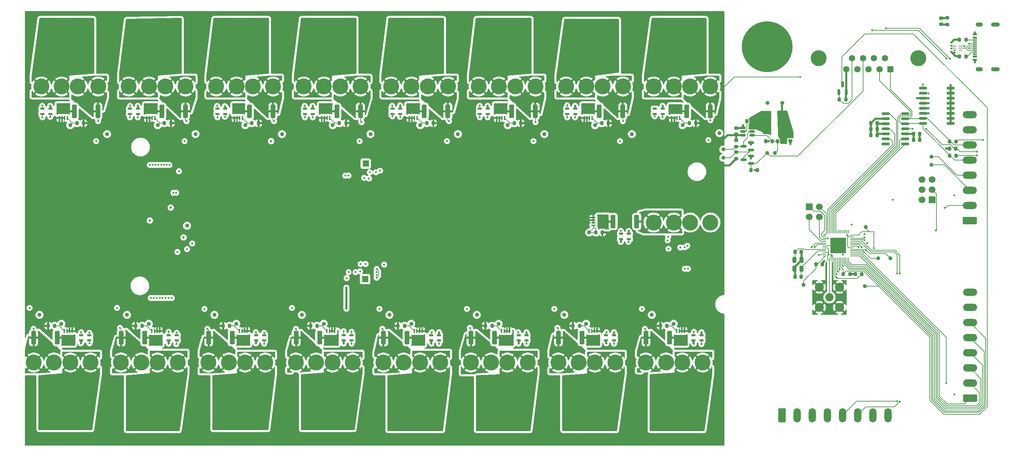
<source format=gbr>
%TF.GenerationSoftware,KiCad,Pcbnew,9.0.0*%
%TF.CreationDate,2025-05-29T20:25:45-04:00*%
%TF.ProjectId,distrabution_controler,64697374-7261-4627-9574-696f6e5f636f,rev?*%
%TF.SameCoordinates,Original*%
%TF.FileFunction,Copper,L1,Top*%
%TF.FilePolarity,Positive*%
%FSLAX46Y46*%
G04 Gerber Fmt 4.6, Leading zero omitted, Abs format (unit mm)*
G04 Created by KiCad (PCBNEW 9.0.0) date 2025-05-29 20:25:45*
%MOMM*%
%LPD*%
G01*
G04 APERTURE LIST*
G04 Aperture macros list*
%AMRoundRect*
0 Rectangle with rounded corners*
0 $1 Rounding radius*
0 $2 $3 $4 $5 $6 $7 $8 $9 X,Y pos of 4 corners*
0 Add a 4 corners polygon primitive as box body*
4,1,4,$2,$3,$4,$5,$6,$7,$8,$9,$2,$3,0*
0 Add four circle primitives for the rounded corners*
1,1,$1+$1,$2,$3*
1,1,$1+$1,$4,$5*
1,1,$1+$1,$6,$7*
1,1,$1+$1,$8,$9*
0 Add four rect primitives between the rounded corners*
20,1,$1+$1,$2,$3,$4,$5,0*
20,1,$1+$1,$4,$5,$6,$7,0*
20,1,$1+$1,$6,$7,$8,$9,0*
20,1,$1+$1,$8,$9,$2,$3,0*%
%AMOutline5P*
0 Free polygon, 5 corners , with rotation*
0 The origin of the aperture is its center*
0 number of corners: always 5*
0 $1 to $10 corner X, Y*
0 $11 Rotation angle, in degrees counterclockwise*
0 create outline with 5 corners*
4,1,5,$1,$2,$3,$4,$5,$6,$7,$8,$9,$10,$1,$2,$11*%
%AMOutline6P*
0 Free polygon, 6 corners , with rotation*
0 The origin of the aperture is its center*
0 number of corners: always 6*
0 $1 to $12 corner X, Y*
0 $13 Rotation angle, in degrees counterclockwise*
0 create outline with 6 corners*
4,1,6,$1,$2,$3,$4,$5,$6,$7,$8,$9,$10,$11,$12,$1,$2,$13*%
%AMOutline7P*
0 Free polygon, 7 corners , with rotation*
0 The origin of the aperture is its center*
0 number of corners: always 7*
0 $1 to $14 corner X, Y*
0 $15 Rotation angle, in degrees counterclockwise*
0 create outline with 7 corners*
4,1,7,$1,$2,$3,$4,$5,$6,$7,$8,$9,$10,$11,$12,$13,$14,$1,$2,$15*%
%AMOutline8P*
0 Free polygon, 8 corners , with rotation*
0 The origin of the aperture is its center*
0 number of corners: always 8*
0 $1 to $16 corner X, Y*
0 $17 Rotation angle, in degrees counterclockwise*
0 create outline with 8 corners*
4,1,8,$1,$2,$3,$4,$5,$6,$7,$8,$9,$10,$11,$12,$13,$14,$15,$16,$1,$2,$17*%
%AMFreePoly0*
4,1,21,1.372500,0.787500,0.862500,0.787500,0.862500,0.532500,1.372500,0.532500,1.372500,0.127500,0.862500,0.127500,0.862500,-0.127500,1.372500,-0.127500,1.372500,-0.532500,0.862500,-0.532500,0.862500,-0.787500,1.372500,-0.787500,1.372500,-1.195000,0.612500,-1.195000,0.612500,-1.117500,-0.862500,-1.117500,-0.862500,1.117500,0.612500,1.117500,0.612500,1.195000,1.372500,1.195000,
1.372500,0.787500,1.372500,0.787500,$1*%
G04 Aperture macros list end*
%TA.AperFunction,SMDPad,CuDef*%
%ADD10Outline6P,-2.900000X0.630000X-2.480000X1.050000X2.480000X1.050000X2.900000X0.630000X2.900000X-1.050000X-2.900000X-1.050000X90.000000*%
%TD*%
%TA.AperFunction,SMDPad,CuDef*%
%ADD11Outline6P,-2.900000X0.630000X-2.480000X1.050000X2.480000X1.050000X2.900000X0.630000X2.900000X-1.050000X-2.900000X-1.050000X270.000000*%
%TD*%
%TA.AperFunction,SMDPad,CuDef*%
%ADD12RoundRect,0.150000X0.587500X0.150000X-0.587500X0.150000X-0.587500X-0.150000X0.587500X-0.150000X0*%
%TD*%
%TA.AperFunction,SMDPad,CuDef*%
%ADD13RoundRect,0.150000X0.150000X-0.587500X0.150000X0.587500X-0.150000X0.587500X-0.150000X-0.587500X0*%
%TD*%
%TA.AperFunction,SMDPad,CuDef*%
%ADD14R,1.100000X0.600000*%
%TD*%
%TA.AperFunction,SMDPad,CuDef*%
%ADD15R,1.100000X0.300000*%
%TD*%
%TA.AperFunction,ComponentPad*%
%ADD16RoundRect,0.500000X0.600000X0.000010X-0.600000X0.000010X-0.600000X-0.000010X0.600000X-0.000010X0*%
%TD*%
%TA.AperFunction,ComponentPad*%
%ADD17RoundRect,0.500000X0.400000X0.000010X-0.400000X0.000010X-0.400000X-0.000010X0.400000X-0.000010X0*%
%TD*%
%TA.AperFunction,HeatsinkPad*%
%ADD18R,4.000000X4.000000*%
%TD*%
%TA.AperFunction,SMDPad,CuDef*%
%ADD19RoundRect,0.050000X0.350000X-0.050000X0.350000X0.050000X-0.350000X0.050000X-0.350000X-0.050000X0*%
%TD*%
%TA.AperFunction,SMDPad,CuDef*%
%ADD20RoundRect,0.050000X0.050000X-0.350000X0.050000X0.350000X-0.050000X0.350000X-0.050000X-0.350000X0*%
%TD*%
%TA.AperFunction,HeatsinkPad*%
%ADD21C,0.500000*%
%TD*%
%TA.AperFunction,HeatsinkPad*%
%ADD22R,1.600000X1.600000*%
%TD*%
%TA.AperFunction,ComponentPad*%
%ADD23C,6.800000*%
%TD*%
%TA.AperFunction,ConnectorPad*%
%ADD24C,12.800000*%
%TD*%
%TA.AperFunction,SMDPad,CuDef*%
%ADD25R,0.405000X0.990000*%
%TD*%
%TA.AperFunction,SMDPad,CuDef*%
%ADD26FreePoly0,270.000000*%
%TD*%
%TA.AperFunction,SMDPad,CuDef*%
%ADD27R,1.000000X0.600000*%
%TD*%
%TA.AperFunction,SMDPad,CuDef*%
%ADD28RoundRect,0.225000X-0.225000X-0.250000X0.225000X-0.250000X0.225000X0.250000X-0.225000X0.250000X0*%
%TD*%
%TA.AperFunction,ComponentPad*%
%ADD29C,4.000000*%
%TD*%
%TA.AperFunction,SMDPad,CuDef*%
%ADD30RoundRect,0.200000X0.200000X0.275000X-0.200000X0.275000X-0.200000X-0.275000X0.200000X-0.275000X0*%
%TD*%
%TA.AperFunction,ComponentPad*%
%ADD31RoundRect,0.250000X1.550000X-0.650000X1.550000X0.650000X-1.550000X0.650000X-1.550000X-0.650000X0*%
%TD*%
%TA.AperFunction,ComponentPad*%
%ADD32O,3.600000X1.800000*%
%TD*%
%TA.AperFunction,SMDPad,CuDef*%
%ADD33C,1.000000*%
%TD*%
%TA.AperFunction,SMDPad,CuDef*%
%ADD34RoundRect,0.250000X-0.362500X-1.425000X0.362500X-1.425000X0.362500X1.425000X-0.362500X1.425000X0*%
%TD*%
%TA.AperFunction,SMDPad,CuDef*%
%ADD35FreePoly0,90.000000*%
%TD*%
%TA.AperFunction,SMDPad,CuDef*%
%ADD36RoundRect,0.200000X-0.200000X-0.275000X0.200000X-0.275000X0.200000X0.275000X-0.200000X0.275000X0*%
%TD*%
%TA.AperFunction,SMDPad,CuDef*%
%ADD37RoundRect,0.200000X-0.275000X0.200000X-0.275000X-0.200000X0.275000X-0.200000X0.275000X0.200000X0*%
%TD*%
%TA.AperFunction,SMDPad,CuDef*%
%ADD38RoundRect,0.250000X0.362500X1.425000X-0.362500X1.425000X-0.362500X-1.425000X0.362500X-1.425000X0*%
%TD*%
%TA.AperFunction,SMDPad,CuDef*%
%ADD39RoundRect,0.225000X0.225000X0.250000X-0.225000X0.250000X-0.225000X-0.250000X0.225000X-0.250000X0*%
%TD*%
%TA.AperFunction,SMDPad,CuDef*%
%ADD40RoundRect,0.150000X-0.512500X-0.150000X0.512500X-0.150000X0.512500X0.150000X-0.512500X0.150000X0*%
%TD*%
%TA.AperFunction,ComponentPad*%
%ADD41R,1.700000X1.700000*%
%TD*%
%TA.AperFunction,ComponentPad*%
%ADD42C,1.700000*%
%TD*%
%TA.AperFunction,SMDPad,CuDef*%
%ADD43RoundRect,0.200000X0.275000X-0.200000X0.275000X0.200000X-0.275000X0.200000X-0.275000X-0.200000X0*%
%TD*%
%TA.AperFunction,ComponentPad*%
%ADD44C,2.050000*%
%TD*%
%TA.AperFunction,ComponentPad*%
%ADD45C,2.250000*%
%TD*%
%TA.AperFunction,ComponentPad*%
%ADD46RoundRect,0.250000X-0.650000X-1.550000X0.650000X-1.550000X0.650000X1.550000X-0.650000X1.550000X0*%
%TD*%
%TA.AperFunction,ComponentPad*%
%ADD47O,1.800000X3.600000*%
%TD*%
%TA.AperFunction,ComponentPad*%
%ADD48C,8.800000*%
%TD*%
%TA.AperFunction,ConnectorPad*%
%ADD49C,16.800000*%
%TD*%
%TA.AperFunction,SMDPad,CuDef*%
%ADD50RoundRect,0.150000X-0.825000X-0.150000X0.825000X-0.150000X0.825000X0.150000X-0.825000X0.150000X0*%
%TD*%
%TA.AperFunction,SMDPad,CuDef*%
%ADD51RoundRect,0.225000X-0.250000X0.225000X-0.250000X-0.225000X0.250000X-0.225000X0.250000X0.225000X0*%
%TD*%
%TA.AperFunction,ComponentPad*%
%ADD52R,1.600000X1.600000*%
%TD*%
%TA.AperFunction,ComponentPad*%
%ADD53C,1.600000*%
%TD*%
%TA.AperFunction,SMDPad,CuDef*%
%ADD54RoundRect,0.225000X0.250000X-0.225000X0.250000X0.225000X-0.250000X0.225000X-0.250000X-0.225000X0*%
%TD*%
%TA.AperFunction,SMDPad,CuDef*%
%ADD55RoundRect,0.150000X-0.837500X-0.150000X0.837500X-0.150000X0.837500X0.150000X-0.837500X0.150000X0*%
%TD*%
%TA.AperFunction,SMDPad,CuDef*%
%ADD56RoundRect,0.157500X0.367500X-0.567500X0.367500X0.567500X-0.367500X0.567500X-0.367500X-0.567500X0*%
%TD*%
%TA.AperFunction,SMDPad,CuDef*%
%ADD57R,0.990000X0.405000*%
%TD*%
%TA.AperFunction,SMDPad,CuDef*%
%ADD58FreePoly0,0.000000*%
%TD*%
%TA.AperFunction,SMDPad,CuDef*%
%ADD59RoundRect,0.062500X-0.350000X-0.062500X0.350000X-0.062500X0.350000X0.062500X-0.350000X0.062500X0*%
%TD*%
%TA.AperFunction,ViaPad*%
%ADD60C,0.500000*%
%TD*%
%TA.AperFunction,ViaPad*%
%ADD61C,0.600000*%
%TD*%
%TA.AperFunction,Conductor*%
%ADD62C,0.200000*%
%TD*%
%TA.AperFunction,Conductor*%
%ADD63C,0.500000*%
%TD*%
%TA.AperFunction,Conductor*%
%ADD64C,0.156500*%
%TD*%
G04 APERTURE END LIST*
D10*
%TO.P,L1,1,1*%
%TO.N,Net-(U7-BST)*%
X206850000Y-83400000D03*
D11*
%TO.P,L1,2,2*%
%TO.N,+3V3*%
X210750000Y-83400000D03*
%TD*%
D12*
%TO.P,Q3,1,G*%
%TO.N,ALLOW_Q_DRAW*%
X202937500Y-93650000D03*
%TO.P,Q3,2,S*%
%TO.N,GND*%
X202937500Y-91750000D03*
%TO.P,Q3,3,D*%
%TO.N,Net-(Q2-G)*%
X201062500Y-92700000D03*
%TD*%
%TO.P,Q2,1,G*%
%TO.N,Net-(Q2-G)*%
X202937500Y-90250000D03*
%TO.P,Q2,2,S*%
%TO.N,GND*%
X202937500Y-88350000D03*
%TO.P,Q2,3,D*%
%TO.N,Net-(Q2-D)*%
X201062500Y-89300000D03*
%TD*%
D13*
%TO.P,Q1,1,G*%
%TO.N,/MCU_IO/CAR_ACC_ESD*%
X225050000Y-75637500D03*
%TO.P,Q1,2,S*%
%TO.N,GND*%
X226950000Y-75637500D03*
%TO.P,Q1,3,D*%
%TO.N,CAR_ACC*%
X226000000Y-73762500D03*
%TD*%
D14*
%TO.P,J2,A1,GND*%
%TO.N,GND*%
X259250000Y-67520000D03*
%TO.P,J2,A4,VBUS*%
%TO.N,unconnected-(J2-VBUS-PadA4)_1*%
X259250000Y-66720000D03*
D15*
%TO.P,J2,A5,CC1*%
%TO.N,Net-(J2-CC1)*%
X259250000Y-65570000D03*
%TO.P,J2,A6,D+*%
%TO.N,USB_C_P*%
X259250000Y-64565000D03*
%TO.P,J2,A7,D-*%
%TO.N,USB_C_N*%
X259250000Y-64070000D03*
%TO.P,J2,A8*%
%TO.N,N/C*%
X259250000Y-63070000D03*
D14*
%TO.P,J2,B1,GND*%
%TO.N,GND*%
X259250000Y-61120000D03*
%TO.P,J2,B4,VBUS*%
%TO.N,unconnected-(J2-VBUS-PadA4)*%
X259250000Y-61920000D03*
D15*
%TO.P,J2,B5,CC2*%
%TO.N,Net-(J2-CC2)*%
X259250000Y-62570000D03*
%TO.P,J2,B6,D+*%
%TO.N,USB_C_P*%
X259250000Y-63570000D03*
%TO.P,J2,B7,D-*%
%TO.N,USB_C_N*%
X259250000Y-65070000D03*
%TO.P,J2,B8*%
%TO.N,N/C*%
X259250000Y-66070000D03*
D16*
%TO.P,J2,S,SHIELD*%
%TO.N,GNDS*%
X264400000Y-69940000D03*
D17*
X260400000Y-69940000D03*
D16*
X264400000Y-58700000D03*
D17*
X260400000Y-58700000D03*
%TD*%
D18*
%TO.P,U2,57,GND*%
%TO.N,GND*%
X224900000Y-114270000D03*
D19*
%TO.P,U2,56,CHIP_PU*%
%TO.N,RST*%
X221450000Y-116870000D03*
%TO.P,U2,55,GPIO46*%
%TO.N,GND*%
X221450000Y-116470000D03*
%TO.P,U2,54,VDDA*%
%TO.N,+3V3*%
X221450000Y-116070000D03*
%TO.P,U2,53,XTAL_P*%
%TO.N,Net-(U2-XTAL_P)*%
X221450000Y-115670000D03*
%TO.P,U2,52,XTAL_N*%
%TO.N,Net-(U2-XTAL_N)*%
X221450000Y-115270000D03*
%TO.P,U2,51,VDDA*%
%TO.N,+3V3*%
X221450000Y-114870000D03*
%TO.P,U2,50,GPIO45*%
%TO.N,GND*%
X221450000Y-114470000D03*
%TO.P,U2,49,U0RXD*%
%TO.N,ESP_RX*%
X221450000Y-114070000D03*
%TO.P,U2,48,U0TXD*%
%TO.N,ESP_TX*%
X221450000Y-113670000D03*
%TO.P,U2,47,MTMS*%
%TO.N,MTMS*%
X221450000Y-113270000D03*
%TO.P,U2,46,MDTI*%
%TO.N,MTDI*%
X221450000Y-112870000D03*
%TO.P,U2,45,VDD3P3_CPU*%
%TO.N,+3V3*%
X221450000Y-112470000D03*
%TO.P,U2,44,MTD0*%
%TO.N,MTD0*%
X221450000Y-112070000D03*
%TO.P,U2,43,MTCK*%
%TO.N,MTCK*%
X221450000Y-111670000D03*
D20*
%TO.P,U2,42,GPIO38*%
%TO.N,CAN_EN*%
X222300000Y-110820000D03*
%TO.P,U2,41,GPIO37*%
%TO.N,CAN_RX*%
X222700000Y-110820000D03*
%TO.P,U2,40,GPIO36*%
%TO.N,CAN_TX*%
X223100000Y-110820000D03*
%TO.P,U2,39,GPIO35*%
%TO.N,CAN_STB*%
X223500000Y-110820000D03*
%TO.P,U2,38,GPIO34*%
%TO.N,CAN_WAKE*%
X223900000Y-110820000D03*
%TO.P,U2,37,GPIO33*%
%TO.N,CAN_ERR*%
X224300000Y-110820000D03*
%TO.P,U2,36,SPID*%
%TO.N,unconnected-(U2-SPID-Pad36)*%
X224700000Y-110820000D03*
%TO.P,U2,35,SPIQ*%
%TO.N,unconnected-(U2-SPIQ-Pad35)*%
X225100000Y-110820000D03*
%TO.P,U2,34,SPICLK*%
%TO.N,unconnected-(U2-SPICLK-Pad34)*%
X225500000Y-110820000D03*
%TO.P,U2,33,SPICS0*%
%TO.N,unconnected-(U2-SPICS0-Pad33)*%
X225900000Y-110820000D03*
%TO.P,U2,32,SPIWP*%
%TO.N,unconnected-(U2-SPIWP-Pad32)*%
X226300000Y-110820000D03*
%TO.P,U2,31,SPIHD*%
%TO.N,unconnected-(U2-SPIHD-Pad31)*%
X226700000Y-110820000D03*
%TO.P,U2,30,VDD_SPI*%
%TO.N,+3V3*%
X227100000Y-110820000D03*
%TO.P,U2,29,SPICS1*%
%TO.N,unconnected-(U2-SPICS1-Pad29)*%
X227500000Y-110820000D03*
D19*
%TO.P,U2,28,GPIO21*%
%TO.N,DISRABUTION_NEO_PIXELS*%
X228350000Y-111670000D03*
%TO.P,U2,27,VDD3P3_RTC_IO*%
%TO.N,+3V3*%
X228350000Y-112070000D03*
%TO.P,U2,26,GPIO20/USB_D+*%
%TO.N,USB_P*%
X228350000Y-112470000D03*
%TO.P,U2,25,GPIO19/USB_D-*%
%TO.N,USB_N*%
X228350000Y-112870000D03*
%TO.P,U2,24,DAC_2*%
%TO.N,DAC_2*%
X228350000Y-113270000D03*
%TO.P,U2,23,DAC_1*%
%TO.N,DAC_1*%
X228350000Y-113670000D03*
%TO.P,U2,22,XTAL_32K_N*%
%TO.N,ADC_02_ALERT*%
X228350000Y-114070000D03*
%TO.P,U2,21,XTAL_32K_P*%
%TO.N,ADC_01_ALERT*%
X228350000Y-114470000D03*
%TO.P,U2,20,VDD3P3_RTC*%
%TO.N,+3V3*%
X228350000Y-114870000D03*
%TO.P,U2,19,GPIO14*%
%TO.N,+12V_REF*%
X228350000Y-115270000D03*
%TO.P,U2,18,GPIO13*%
%TO.N,PERIPHERAL_PWR_CSN_DEV*%
X228350000Y-115670000D03*
%TO.P,U2,17,GPIO12*%
%TO.N,GPIO12*%
X228350000Y-116070000D03*
%TO.P,U2,16,GPIO11*%
%TO.N,GPIO11*%
X228350000Y-116470000D03*
%TO.P,U2,15,GPIO10*%
%TO.N,GPIO10*%
X228350000Y-116870000D03*
D20*
%TO.P,U2,14,GPIO9*%
%TO.N,GPIO9*%
X227500000Y-117720000D03*
%TO.P,U2,13,GPIO8*%
%TO.N,GPIO8*%
X227100000Y-117720000D03*
%TO.P,U2,12,GPIO7*%
%TO.N,GPIO7*%
X226700000Y-117720000D03*
%TO.P,U2,11,GPIO6*%
%TO.N,GPIO6*%
X226300000Y-117720000D03*
%TO.P,U2,10,GPIO5*%
%TO.N,PERIPHERAL_PWR_GATE*%
X225900000Y-117720000D03*
%TO.P,U2,9,GPIO4*%
%TO.N,CAR_ACC*%
X225500000Y-117720000D03*
%TO.P,U2,8,GPIO3*%
%TO.N,I2C_SDA*%
X225100000Y-117720000D03*
%TO.P,U2,7,GPIO2*%
%TO.N,I2C_SCL*%
X224700000Y-117720000D03*
%TO.P,U2,6,GPIO1*%
%TO.N,IOX0_INT*%
X224300000Y-117720000D03*
%TO.P,U2,5,GPIO0*%
%TO.N,ESP_IO0*%
X223900000Y-117720000D03*
%TO.P,U2,4,VDD3P3*%
%TO.N,+3V3*%
X223500000Y-117720000D03*
%TO.P,U2,3,VDD3P3*%
X223100000Y-117720000D03*
%TO.P,U2,2,LNA_IN*%
%TO.N,LNA*%
X222700000Y-117720000D03*
%TO.P,U2,1,VDDA*%
%TO.N,+3V3*%
X222300000Y-117720000D03*
%TD*%
D21*
%TO.P,U5,17,EP*%
%TO.N,GND*%
X105350000Y-123300000D03*
X106450000Y-123300000D03*
D22*
X105900000Y-122750000D03*
D21*
X105350000Y-122200000D03*
X106450000Y-122200000D03*
%TD*%
%TO.P,U6,17,EP*%
%TO.N,GND*%
X106625000Y-93100000D03*
X105525000Y-93100000D03*
D22*
X106075000Y-93650000D03*
D21*
X106625000Y-94200000D03*
X105525000Y-94200000D03*
%TD*%
D23*
%TO.P,H14,1,1*%
%TO.N,Net-(F14-Pad1)*%
X74750000Y-64000000D03*
D24*
X74750000Y-64000000D03*
%TD*%
D25*
%TO.P,Q5,1,S*%
%TO.N,+12V*%
X54240000Y-135815000D03*
%TO.P,Q5,2,S*%
X53580000Y-135815000D03*
%TO.P,Q5,3,S*%
X52920000Y-135815000D03*
%TO.P,Q5,4,G*%
%TO.N,CH2_GATE*%
X52260000Y-135815000D03*
D26*
%TO.P,Q5,5,D*%
%TO.N,Net-(Q5-D)*%
X53250000Y-137807500D03*
%TD*%
D27*
%TO.P,D10,1,DOUT*%
%TO.N,Net-(D10-DOUT)*%
X156750000Y-79850000D03*
%TO.P,D10,2,VSS*%
%TO.N,GND*%
X156750000Y-81150000D03*
%TO.P,D10,3,DIN*%
%TO.N,Net-(D10-DIN)*%
X158750000Y-81150000D03*
%TO.P,D10,4,VDD*%
%TO.N,+3V3*%
X158750000Y-79850000D03*
%TD*%
D28*
%TO.P,C32,1*%
%TO.N,Net-(U7-SW)*%
X201925000Y-83000000D03*
%TO.P,C32,2*%
%TO.N,Net-(U7-BST)*%
X203475000Y-83000000D03*
%TD*%
D29*
%TO.P,F14,1*%
%TO.N,Net-(F14-Pad1)*%
X68450000Y-74250000D03*
X73550000Y-74250000D03*
%TO.P,F14,2*%
%TO.N,CH14_CSN*%
X77650000Y-74250000D03*
X82750000Y-74250000D03*
%TD*%
D23*
%TO.P,H16,1,1*%
%TO.N,Net-(F16-Pad1)*%
X30750000Y-64000000D03*
D24*
X30750000Y-64000000D03*
%TD*%
D23*
%TO.P,H19,1,1*%
%TO.N,GND*%
X207000000Y-64250000D03*
D24*
X207000000Y-64250000D03*
%TD*%
D30*
%TO.P,R11,1*%
%TO.N,+3V3*%
X227825000Y-121500000D03*
%TO.P,R11,2*%
%TO.N,CAR_ACC*%
X226175000Y-121500000D03*
%TD*%
D27*
%TO.P,D6,1,DOUT*%
%TO.N,Net-(D6-DOUT)*%
X146500000Y-138150000D03*
%TO.P,D6,2,VSS*%
%TO.N,GND*%
X146500000Y-136850000D03*
%TO.P,D6,3,DIN*%
%TO.N,Net-(D5-DOUT)*%
X144500000Y-136850000D03*
%TO.P,D6,4,VDD*%
%TO.N,+3V3*%
X144500000Y-138150000D03*
%TD*%
%TO.P,D7,1,DOUT*%
%TO.N,Net-(D7-DOUT)*%
X168500000Y-138150000D03*
%TO.P,D7,2,VSS*%
%TO.N,GND*%
X168500000Y-136850000D03*
%TO.P,D7,3,DIN*%
%TO.N,Net-(D6-DOUT)*%
X166500000Y-136850000D03*
%TO.P,D7,4,VDD*%
%TO.N,+3V3*%
X166500000Y-138150000D03*
%TD*%
D23*
%TO.P,H10,1,1*%
%TO.N,Net-(F10-Pad1)*%
X162750000Y-64000000D03*
D24*
X162750000Y-64000000D03*
%TD*%
D23*
%TO.P,H12,1,1*%
%TO.N,Net-(F12-Pad1)*%
X118750000Y-64000000D03*
D24*
X118750000Y-64000000D03*
%TD*%
D31*
%TO.P,J7,1,Pin_1*%
%TO.N,GPIO11*%
X258067500Y-152747500D03*
D32*
%TO.P,J7,2,Pin_2*%
%TO.N,GPIO10*%
X258067500Y-148937500D03*
%TO.P,J7,3,Pin_3*%
%TO.N,GPIO9*%
X258067500Y-145127500D03*
%TO.P,J7,4,Pin_4*%
%TO.N,GPIO8*%
X258067500Y-141317500D03*
%TO.P,J7,5,Pin_5*%
%TO.N,GPIO7*%
X258067500Y-137507500D03*
%TO.P,J7,6,Pin_6*%
%TO.N,GPIO6*%
X258067500Y-133697500D03*
%TO.P,J7,7,Pin_7*%
%TO.N,PERIPHERAL_PWR*%
X258067500Y-129887500D03*
%TO.P,J7,8,Pin_8*%
%TO.N,GND*%
X258067500Y-126077500D03*
%TD*%
D25*
%TO.P,Q4,1,S*%
%TO.N,+12V*%
X32240000Y-135815000D03*
%TO.P,Q4,2,S*%
X31580000Y-135815000D03*
%TO.P,Q4,3,S*%
X30920000Y-135815000D03*
%TO.P,Q4,4,G*%
%TO.N,CH1_GATE*%
X30260000Y-135815000D03*
D26*
%TO.P,Q4,5,D*%
%TO.N,Net-(Q4-D)*%
X31250000Y-137807500D03*
%TD*%
D29*
%TO.P,F1,1*%
%TO.N,Net-(F1-Pad1)*%
X36850000Y-143750000D03*
X31750000Y-143750000D03*
%TO.P,F1,2*%
%TO.N,CH1_CSN*%
X27650000Y-143750000D03*
X22550000Y-143750000D03*
%TD*%
D30*
%TO.P,R73,1*%
%TO.N,+12V*%
X167075000Y-83500000D03*
%TO.P,R73,2*%
%TO.N,CH10_GATE*%
X165425000Y-83500000D03*
%TD*%
D33*
%TO.P,TP2,1,1*%
%TO.N,I2C_SCL*%
X248300000Y-94000000D03*
%TD*%
D25*
%TO.P,Q8,1,S*%
%TO.N,+12V*%
X120240000Y-135815000D03*
%TO.P,Q8,2,S*%
X119580000Y-135815000D03*
%TO.P,Q8,3,S*%
X118920000Y-135815000D03*
%TO.P,Q8,4,G*%
%TO.N,CH5_GATE*%
X118260000Y-135815000D03*
D26*
%TO.P,Q8,5,D*%
%TO.N,Net-(Q8-D)*%
X119250000Y-137807500D03*
%TD*%
D29*
%TO.P,F11,1*%
%TO.N,Net-(F11-Pad1)*%
X134450000Y-74250000D03*
X139550000Y-74250000D03*
%TO.P,F11,2*%
%TO.N,CH11_CSN*%
X143650000Y-74250000D03*
X148750000Y-74250000D03*
%TD*%
%TO.P,F7,1*%
%TO.N,Net-(F7-Pad1)*%
X168800000Y-143750000D03*
X163700000Y-143750000D03*
%TO.P,F7,2*%
%TO.N,CH7_CSN*%
X159600000Y-143750000D03*
X154500000Y-143750000D03*
%TD*%
D27*
%TO.P,D2,1,DOUT*%
%TO.N,Net-(D2-DOUT)*%
X58500000Y-138150000D03*
%TO.P,D2,2,VSS*%
%TO.N,GND*%
X58500000Y-136850000D03*
%TO.P,D2,3,DIN*%
%TO.N,Net-(D1-DOUT)*%
X56500000Y-136850000D03*
%TO.P,D2,4,VDD*%
%TO.N,+3V3*%
X56500000Y-138150000D03*
%TD*%
D34*
%TO.P,R81,1*%
%TO.N,Net-(Q13-D)*%
X164787500Y-80500000D03*
%TO.P,R81,2*%
%TO.N,CH10_CSN*%
X170712500Y-80500000D03*
%TD*%
%TO.P,R80,1*%
%TO.N,Net-(Q12-D)*%
X186787500Y-80500000D03*
%TO.P,R80,2*%
%TO.N,CH9_CSN*%
X192712500Y-80500000D03*
%TD*%
D25*
%TO.P,Q17,1,S*%
%TO.N,+12V*%
X73010000Y-82185000D03*
%TO.P,Q17,2,S*%
X73670000Y-82185000D03*
%TO.P,Q17,3,S*%
X74330000Y-82185000D03*
%TO.P,Q17,4,G*%
%TO.N,CH14_GATE*%
X74990000Y-82185000D03*
D35*
%TO.P,Q17,5,D*%
%TO.N,Net-(Q17-D)*%
X74000000Y-80192500D03*
%TD*%
D36*
%TO.P,R63,1*%
%TO.N,+12V*%
X180175000Y-134500000D03*
%TO.P,R63,2*%
%TO.N,CH8_GATE*%
X181825000Y-134500000D03*
%TD*%
%TO.P,R55,1*%
%TO.N,ALLOW_Q_DRAW*%
X202950000Y-95300000D03*
%TO.P,R55,2*%
%TO.N,GND*%
X204600000Y-95300000D03*
%TD*%
%TO.P,R57,1*%
%TO.N,+12V*%
X48175000Y-134500000D03*
%TO.P,R57,2*%
%TO.N,CH2_GATE*%
X49825000Y-134500000D03*
%TD*%
D37*
%TO.P,R54,1*%
%TO.N,Net-(Q2-G)*%
X199200000Y-90775000D03*
%TO.P,R54,2*%
%TO.N,+12V*%
X199200000Y-92425000D03*
%TD*%
D25*
%TO.P,Q15,1,S*%
%TO.N,+12V*%
X117010000Y-82185000D03*
%TO.P,Q15,2,S*%
X117670000Y-82185000D03*
%TO.P,Q15,3,S*%
X118330000Y-82185000D03*
%TO.P,Q15,4,G*%
%TO.N,CH12_GATE*%
X118990000Y-82185000D03*
D35*
%TO.P,Q15,5,D*%
%TO.N,Net-(Q15-D)*%
X118000000Y-80192500D03*
%TD*%
D33*
%TO.P,TP28,1,1*%
%TO.N,Net-(Q2-G)*%
X196000000Y-92200000D03*
%TD*%
D25*
%TO.P,Q7,1,S*%
%TO.N,+12V*%
X98240000Y-135815000D03*
%TO.P,Q7,2,S*%
X97580000Y-135815000D03*
%TO.P,Q7,3,S*%
X96920000Y-135815000D03*
%TO.P,Q7,4,G*%
%TO.N,CH4_GATE*%
X96260000Y-135815000D03*
D26*
%TO.P,Q7,5,D*%
%TO.N,Net-(Q7-D)*%
X97250000Y-137807500D03*
%TD*%
D38*
%TO.P,R68,1*%
%TO.N,Net-(Q8-D)*%
X116462500Y-137500000D03*
%TO.P,R68,2*%
%TO.N,CH5_CSN*%
X110537500Y-137500000D03*
%TD*%
D33*
%TO.P,TP25,1,1*%
%TO.N,+3V3*%
X210800000Y-78400000D03*
%TD*%
D34*
%TO.P,R84,1*%
%TO.N,Net-(Q16-D)*%
X98787500Y-80500000D03*
%TO.P,R84,2*%
%TO.N,CH13_CSN*%
X104712500Y-80500000D03*
%TD*%
D27*
%TO.P,D8,1,DOUT*%
%TO.N,Net-(D17-DIN)*%
X190500000Y-138150000D03*
%TO.P,D8,2,VSS*%
%TO.N,GND*%
X190500000Y-136850000D03*
%TO.P,D8,3,DIN*%
%TO.N,Net-(D7-DOUT)*%
X188500000Y-136850000D03*
%TO.P,D8,4,VDD*%
%TO.N,+3V3*%
X188500000Y-138150000D03*
%TD*%
D25*
%TO.P,Q18,1,S*%
%TO.N,+12V*%
X51010000Y-82185000D03*
%TO.P,Q18,2,S*%
X51670000Y-82185000D03*
%TO.P,Q18,3,S*%
X52330000Y-82185000D03*
%TO.P,Q18,4,G*%
%TO.N,CH15_GATE*%
X52990000Y-82185000D03*
D35*
%TO.P,Q18,5,D*%
%TO.N,Net-(Q18-D)*%
X52000000Y-80192500D03*
%TD*%
D33*
%TO.P,TP3,1,1*%
%TO.N,RST*%
X216200000Y-124200000D03*
%TD*%
D27*
%TO.P,D5,1,DOUT*%
%TO.N,Net-(D5-DOUT)*%
X124500000Y-138150000D03*
%TO.P,D5,2,VSS*%
%TO.N,GND*%
X124500000Y-136850000D03*
%TO.P,D5,3,DIN*%
%TO.N,Net-(D4-DOUT)*%
X122500000Y-136850000D03*
%TO.P,D5,4,VDD*%
%TO.N,+3V3*%
X122500000Y-138150000D03*
%TD*%
D33*
%TO.P,TP16,1,1*%
%TO.N,CH8_CSN_DEV*%
X178000000Y-131750000D03*
%TD*%
D39*
%TO.P,C21,1*%
%TO.N,Net-(U2-XTAL_P)*%
X215575000Y-122200000D03*
%TO.P,C21,2*%
%TO.N,GND*%
X214025000Y-122200000D03*
%TD*%
D36*
%TO.P,R4,1*%
%TO.N,CAN_H*%
X252875000Y-88100000D03*
%TO.P,R4,2*%
%TO.N,Net-(JP1-A)*%
X254525000Y-88100000D03*
%TD*%
D40*
%TO.P,U7,1,GND*%
%TO.N,GND*%
X200962500Y-84650000D03*
%TO.P,U7,2,SW*%
%TO.N,Net-(U7-SW)*%
X200962500Y-85600000D03*
%TO.P,U7,3,VIN*%
%TO.N,+12V*%
X200962500Y-86550000D03*
%TO.P,U7,4,FB*%
%TO.N,Net-(U7-FB)*%
X203237500Y-86550000D03*
%TO.P,U7,5,EN*%
%TO.N,Net-(Q2-D)*%
X203237500Y-85600000D03*
%TO.P,U7,6,BST*%
%TO.N,Net-(U7-BST)*%
X203237500Y-84650000D03*
%TD*%
D38*
%TO.P,R66,1*%
%TO.N,Net-(Q6-D)*%
X72462500Y-137500000D03*
%TO.P,R66,2*%
%TO.N,CH3_CSN*%
X66537500Y-137500000D03*
%TD*%
D30*
%TO.P,R78,1*%
%TO.N,+12V*%
X57075000Y-83500000D03*
%TO.P,R78,2*%
%TO.N,CH15_GATE*%
X55425000Y-83500000D03*
%TD*%
D27*
%TO.P,D12,1,DOUT*%
%TO.N,Net-(D11-DIN)*%
X112750000Y-79850000D03*
%TO.P,D12,2,VSS*%
%TO.N,GND*%
X112750000Y-81150000D03*
%TO.P,D12,3,DIN*%
%TO.N,Net-(D12-DIN)*%
X114750000Y-81150000D03*
%TO.P,D12,4,VDD*%
%TO.N,+3V3*%
X114750000Y-79850000D03*
%TD*%
D41*
%TO.P,J5,1,Pin_1*%
%TO.N,GND*%
X248475000Y-102740000D03*
D42*
%TO.P,J5,2,Pin_2*%
%TO.N,+3V3*%
X245935000Y-102740000D03*
%TO.P,J5,3,Pin_3*%
%TO.N,RST*%
X248475000Y-100200000D03*
%TO.P,J5,4,Pin_4*%
%TO.N,ESP_TX*%
X245935000Y-100200000D03*
%TO.P,J5,5,Pin_5*%
%TO.N,ESP_IO0*%
X248475000Y-97660000D03*
%TO.P,J5,6,Pin_6*%
%TO.N,ESP_RX*%
X245935000Y-97660000D03*
%TD*%
D29*
%TO.P,F12,1*%
%TO.N,Net-(F12-Pad1)*%
X112450000Y-74250000D03*
X117550000Y-74250000D03*
%TO.P,F12,2*%
%TO.N,CH12_CSN*%
X121650000Y-74250000D03*
X126750000Y-74250000D03*
%TD*%
%TO.P,F17,1*%
%TO.N,PERIPHERAL_PWR*%
X192750000Y-108500000D03*
X187650000Y-108500000D03*
%TO.P,F17,2*%
%TO.N,PERIPHERAL_PWR_CSN*%
X183550000Y-108500000D03*
X178450000Y-108500000D03*
%TD*%
D30*
%TO.P,R88,1*%
%TO.N,+12V*%
X165575000Y-111000000D03*
%TO.P,R88,2*%
%TO.N,PERIPHERAL_PWR_GATE*%
X163925000Y-111000000D03*
%TD*%
D33*
%TO.P,TP33,1,1*%
%TO.N,CH4_GATE*%
X95500000Y-134000000D03*
%TD*%
%TO.P,TP5,1,1*%
%TO.N,GND*%
X207100000Y-78400000D03*
%TD*%
D27*
%TO.P,D17,1,DOUT*%
%TO.N,Net-(D16-DIN)*%
X172250000Y-112650000D03*
%TO.P,D17,2,VSS*%
%TO.N,GND*%
X172250000Y-111350000D03*
%TO.P,D17,3,DIN*%
%TO.N,Net-(D17-DIN)*%
X170250000Y-111350000D03*
%TO.P,D17,4,VDD*%
%TO.N,+3V3*%
X170250000Y-112650000D03*
%TD*%
%TO.P,D1,1,DOUT*%
%TO.N,Net-(D1-DOUT)*%
X36500000Y-138150000D03*
%TO.P,D1,2,VSS*%
%TO.N,GND*%
X36500000Y-136850000D03*
%TO.P,D1,3,DIN*%
%TO.N,DISRABUTION_NEO_PIXELS*%
X34500000Y-136850000D03*
%TO.P,D1,4,VDD*%
%TO.N,+3V3*%
X34500000Y-138150000D03*
%TD*%
D33*
%TO.P,TP15,1,1*%
%TO.N,CH7_CSN_DEV*%
X156000000Y-131750000D03*
%TD*%
D29*
%TO.P,F2,1*%
%TO.N,Net-(F2-Pad1)*%
X58800000Y-143750000D03*
X53700000Y-143750000D03*
%TO.P,F2,2*%
%TO.N,CH2_CSN*%
X49600000Y-143750000D03*
X44500000Y-143750000D03*
%TD*%
D33*
%TO.P,TP13,1,1*%
%TO.N,CH5_CSN_DEV*%
X112000000Y-131750000D03*
%TD*%
D30*
%TO.P,R51,1*%
%TO.N,+3V3*%
X211325000Y-88000000D03*
%TO.P,R51,2*%
%TO.N,Net-(U7-FB)*%
X209675000Y-88000000D03*
%TD*%
D43*
%TO.P,R52,1*%
%TO.N,Net-(Q2-D)*%
X199200000Y-89425000D03*
%TO.P,R52,2*%
%TO.N,+12V*%
X199200000Y-87775000D03*
%TD*%
D25*
%TO.P,Q14,1,S*%
%TO.N,+12V*%
X139010000Y-82185000D03*
%TO.P,Q14,2,S*%
X139670000Y-82185000D03*
%TO.P,Q14,3,S*%
X140330000Y-82185000D03*
%TO.P,Q14,4,G*%
%TO.N,CH11_GATE*%
X140990000Y-82185000D03*
D35*
%TO.P,Q14,5,D*%
%TO.N,Net-(Q14-D)*%
X140000000Y-80192500D03*
%TD*%
D33*
%TO.P,TP1,1,1*%
%TO.N,I2C_SDA*%
X248300000Y-91900000D03*
%TD*%
D38*
%TO.P,R71,1*%
%TO.N,Net-(Q11-D)*%
X182462500Y-137500000D03*
%TO.P,R71,2*%
%TO.N,CH8_CSN*%
X176537500Y-137500000D03*
%TD*%
D25*
%TO.P,Q6,1,S*%
%TO.N,+12V*%
X76240000Y-135815000D03*
%TO.P,Q6,2,S*%
X75580000Y-135815000D03*
%TO.P,Q6,3,S*%
X74920000Y-135815000D03*
%TO.P,Q6,4,G*%
%TO.N,CH3_GATE*%
X74260000Y-135815000D03*
D26*
%TO.P,Q6,5,D*%
%TO.N,Net-(Q6-D)*%
X75250000Y-137807500D03*
%TD*%
D25*
%TO.P,Q19,1,S*%
%TO.N,+12V*%
X29010000Y-82185000D03*
%TO.P,Q19,2,S*%
X29670000Y-82185000D03*
%TO.P,Q19,3,S*%
X30330000Y-82185000D03*
%TO.P,Q19,4,G*%
%TO.N,CH16_GATE*%
X30990000Y-82185000D03*
D35*
%TO.P,Q19,5,D*%
%TO.N,Net-(Q19-D)*%
X30000000Y-80192500D03*
%TD*%
D36*
%TO.P,R3,1*%
%TO.N,+3V3*%
X229175000Y-121500000D03*
%TO.P,R3,2*%
%TO.N,ESP_IO0*%
X230825000Y-121500000D03*
%TD*%
D25*
%TO.P,Q11,1,S*%
%TO.N,+12V*%
X186240000Y-135815000D03*
%TO.P,Q11,2,S*%
X185580000Y-135815000D03*
%TO.P,Q11,3,S*%
X184920000Y-135815000D03*
%TO.P,Q11,4,G*%
%TO.N,CH8_GATE*%
X184260000Y-135815000D03*
D26*
%TO.P,Q11,5,D*%
%TO.N,Net-(Q11-D)*%
X185250000Y-137807500D03*
%TD*%
D44*
%TO.P,J1,1,In*%
%TO.N,LNA*%
X222700000Y-127340000D03*
D45*
%TO.P,J1,2,Ext*%
%TO.N,GND*%
X220160000Y-124800000D03*
X220160000Y-129880000D03*
X225240000Y-124800000D03*
X225240000Y-129880000D03*
%TD*%
D28*
%TO.P,C11,1*%
%TO.N,+12V*%
X243825000Y-87700000D03*
%TO.P,C11,2*%
%TO.N,GND*%
X245375000Y-87700000D03*
%TD*%
D36*
%TO.P,R56,1*%
%TO.N,+12V*%
X26175000Y-134500000D03*
%TO.P,R56,2*%
%TO.N,CH1_GATE*%
X27825000Y-134500000D03*
%TD*%
D33*
%TO.P,TP7,1,1*%
%TO.N,PERIPHERAL_PWR_CSN_DEV*%
X235000000Y-117500000D03*
%TD*%
D30*
%TO.P,R75,1*%
%TO.N,+12V*%
X123075000Y-83500000D03*
%TO.P,R75,2*%
%TO.N,CH12_GATE*%
X121425000Y-83500000D03*
%TD*%
D33*
%TO.P,TP8,1,1*%
%TO.N,+12V_REF*%
X238000000Y-117500000D03*
%TD*%
%TO.P,TP4,1,1*%
%TO.N,IOX0_INT*%
X61100000Y-109300000D03*
%TD*%
%TO.P,TP6,1,1*%
%TO.N,CAR_ACC*%
X231600000Y-124500000D03*
%TD*%
%TO.P,TP43,1,1*%
%TO.N,CH14_GATE*%
X75750000Y-84000000D03*
%TD*%
%TO.P,TP36,1,1*%
%TO.N,CH7_GATE*%
X161500000Y-134000000D03*
%TD*%
%TO.P,TP39,1,1*%
%TO.N,CH10_GATE*%
X163750000Y-84000000D03*
%TD*%
D29*
%TO.P,F6,1*%
%TO.N,Net-(F6-Pad1)*%
X146800000Y-143750000D03*
X141700000Y-143750000D03*
%TO.P,F6,2*%
%TO.N,CH6_CSN*%
X137600000Y-143750000D03*
X132500000Y-143750000D03*
%TD*%
D23*
%TO.P,H11,1,1*%
%TO.N,Net-(F11-Pad1)*%
X140750000Y-64000000D03*
D24*
X140750000Y-64000000D03*
%TD*%
D36*
%TO.P,R60,1*%
%TO.N,+12V*%
X114175000Y-134500000D03*
%TO.P,R60,2*%
%TO.N,CH5_GATE*%
X115825000Y-134500000D03*
%TD*%
D31*
%TO.P,J6,1,Pin_1*%
%TO.N,ESP_RX*%
X258000000Y-108000000D03*
D32*
%TO.P,J6,2,Pin_2*%
%TO.N,ESP_TX*%
X258000000Y-104190000D03*
%TO.P,J6,3,Pin_3*%
%TO.N,I2C_SCL*%
X258000000Y-100380000D03*
%TO.P,J6,4,Pin_4*%
%TO.N,I2C_SDA*%
X258000000Y-96570000D03*
%TO.P,J6,5,Pin_5*%
%TO.N,CAN_L*%
X258000000Y-92760000D03*
%TO.P,J6,6,Pin_6*%
%TO.N,CAN_H*%
X258000000Y-88950000D03*
%TO.P,J6,7,Pin_7*%
%TO.N,PERIPHERAL_PWR*%
X258000000Y-85140000D03*
%TO.P,J6,8,Pin_8*%
%TO.N,GND*%
X258000000Y-81330000D03*
%TD*%
D39*
%TO.P,C9,1*%
%TO.N,+3V3*%
X234675000Y-83500000D03*
%TO.P,C9,2*%
%TO.N,GND*%
X233125000Y-83500000D03*
%TD*%
D46*
%TO.P,J8,1,Pin_1*%
%TO.N,unconnected-(J8-Pin_1-Pad1)*%
X210715000Y-157067500D03*
D47*
%TO.P,J8,2,Pin_2*%
%TO.N,unconnected-(J8-Pin_2-Pad2)*%
X214525000Y-157067500D03*
%TO.P,J8,3,Pin_3*%
%TO.N,unconnected-(J8-Pin_3-Pad3)*%
X218335000Y-157067500D03*
%TO.P,J8,4,Pin_4*%
%TO.N,GPIO12*%
X222145000Y-157067500D03*
%TO.P,J8,5,Pin_5*%
%TO.N,DAC_1*%
X225955000Y-157067500D03*
%TO.P,J8,6,Pin_6*%
%TO.N,DAC_2*%
X229765000Y-157067500D03*
%TO.P,J8,7,Pin_7*%
%TO.N,GND*%
X233575000Y-157067500D03*
%TO.P,J8,8,Pin_8*%
%TO.N,PERIPHERAL_PWR*%
X237385000Y-157067500D03*
%TD*%
D30*
%TO.P,R72,1*%
%TO.N,+12V*%
X189075000Y-83500000D03*
%TO.P,R72,2*%
%TO.N,CH9_GATE*%
X187425000Y-83500000D03*
%TD*%
D33*
%TO.P,TP35,1,1*%
%TO.N,CH6_GATE*%
X139500000Y-134000000D03*
%TD*%
D27*
%TO.P,D15,1,DOUT*%
%TO.N,Net-(D14-DIN)*%
X46750000Y-79850000D03*
%TO.P,D15,2,VSS*%
%TO.N,GND*%
X46750000Y-81150000D03*
%TO.P,D15,3,DIN*%
%TO.N,Net-(D15-DIN)*%
X48750000Y-81150000D03*
%TO.P,D15,4,VDD*%
%TO.N,+3V3*%
X48750000Y-79850000D03*
%TD*%
D23*
%TO.P,H6,1,1*%
%TO.N,Net-(F6-Pad1)*%
X140500000Y-154000000D03*
D24*
X140500000Y-154000000D03*
%TD*%
D27*
%TO.P,D3,1,DOUT*%
%TO.N,Net-(D3-DOUT)*%
X80500000Y-138150000D03*
%TO.P,D3,2,VSS*%
%TO.N,GND*%
X80500000Y-136850000D03*
%TO.P,D3,3,DIN*%
%TO.N,Net-(D2-DOUT)*%
X78500000Y-136850000D03*
%TO.P,D3,4,VDD*%
%TO.N,+3V3*%
X78500000Y-138150000D03*
%TD*%
D23*
%TO.P,H3,1,1*%
%TO.N,Net-(F3-Pad1)*%
X74500000Y-154000000D03*
D24*
X74500000Y-154000000D03*
%TD*%
D36*
%TO.P,R59,1*%
%TO.N,+12V*%
X92175000Y-134500000D03*
%TO.P,R59,2*%
%TO.N,CH4_GATE*%
X93825000Y-134500000D03*
%TD*%
D23*
%TO.P,H13,1,1*%
%TO.N,Net-(F13-Pad1)*%
X96750000Y-64000000D03*
D24*
X96750000Y-64000000D03*
%TD*%
D36*
%TO.P,R58,1*%
%TO.N,+12V*%
X70175000Y-134500000D03*
%TO.P,R58,2*%
%TO.N,CH3_GATE*%
X71825000Y-134500000D03*
%TD*%
D33*
%TO.P,TP10,1,1*%
%TO.N,CH2_CSN_DEV*%
X46000000Y-131750000D03*
%TD*%
D27*
%TO.P,D4,1,DOUT*%
%TO.N,Net-(D4-DOUT)*%
X102500000Y-138150000D03*
%TO.P,D4,2,VSS*%
%TO.N,GND*%
X102500000Y-136850000D03*
%TO.P,D4,3,DIN*%
%TO.N,Net-(D3-DOUT)*%
X100500000Y-136850000D03*
%TO.P,D4,4,VDD*%
%TO.N,+3V3*%
X100500000Y-138150000D03*
%TD*%
D30*
%TO.P,R10,1*%
%TO.N,Net-(J2-CC1)*%
X257025000Y-66700000D03*
%TO.P,R10,2*%
%TO.N,GND*%
X255375000Y-66700000D03*
%TD*%
D34*
%TO.P,R82,1*%
%TO.N,Net-(Q14-D)*%
X142787500Y-80500000D03*
%TO.P,R82,2*%
%TO.N,CH11_CSN*%
X148712500Y-80500000D03*
%TD*%
D48*
%TO.P,H18,1,1*%
%TO.N,+12V*%
X30500000Y-99000000D03*
D49*
X30500000Y-99000000D03*
%TD*%
D33*
%TO.P,TP20,1,1*%
%TO.N,CH12_CSN_DEV*%
X129250000Y-86250000D03*
%TD*%
D38*
%TO.P,R70,1*%
%TO.N,Net-(Q10-D)*%
X160462500Y-137500000D03*
%TO.P,R70,2*%
%TO.N,CH7_CSN*%
X154537500Y-137500000D03*
%TD*%
D33*
%TO.P,TP17,1,1*%
%TO.N,CH9_CSN_DEV*%
X195000000Y-86000000D03*
%TD*%
D27*
%TO.P,D13,1,DOUT*%
%TO.N,Net-(D12-DIN)*%
X90750000Y-79850000D03*
%TO.P,D13,2,VSS*%
%TO.N,GND*%
X90750000Y-81150000D03*
%TO.P,D13,3,DIN*%
%TO.N,Net-(D13-DIN)*%
X92750000Y-81150000D03*
%TO.P,D13,4,VDD*%
%TO.N,+3V3*%
X92750000Y-79850000D03*
%TD*%
D25*
%TO.P,Q10,1,S*%
%TO.N,+12V*%
X164240000Y-135815000D03*
%TO.P,Q10,2,S*%
X163580000Y-135815000D03*
%TO.P,Q10,3,S*%
X162920000Y-135815000D03*
%TO.P,Q10,4,G*%
%TO.N,CH7_GATE*%
X162260000Y-135815000D03*
D26*
%TO.P,Q10,5,D*%
%TO.N,Net-(Q10-D)*%
X163250000Y-137807500D03*
%TD*%
D33*
%TO.P,TP11,1,1*%
%TO.N,CH3_CSN_DEV*%
X68000000Y-131750000D03*
%TD*%
D29*
%TO.P,F16,1*%
%TO.N,Net-(F16-Pad1)*%
X24450000Y-74250000D03*
X29550000Y-74250000D03*
%TO.P,F16,2*%
%TO.N,CH16_CSN*%
X33650000Y-74250000D03*
X38750000Y-74250000D03*
%TD*%
D38*
%TO.P,R67,1*%
%TO.N,Net-(Q7-D)*%
X94462500Y-137500000D03*
%TO.P,R67,2*%
%TO.N,CH4_CSN*%
X88537500Y-137500000D03*
%TD*%
D23*
%TO.P,H5,1,1*%
%TO.N,Net-(F5-Pad1)*%
X118500000Y-154000000D03*
D24*
X118500000Y-154000000D03*
%TD*%
D23*
%TO.P,H2,1,1*%
%TO.N,Net-(F2-Pad1)*%
X52500000Y-154000000D03*
D24*
X52500000Y-154000000D03*
%TD*%
D33*
%TO.P,TP22,1,1*%
%TO.N,CH14_CSN_DEV*%
X85000000Y-86250000D03*
%TD*%
D29*
%TO.P,F4,1*%
%TO.N,Net-(F4-Pad1)*%
X102800000Y-143750000D03*
X97700000Y-143750000D03*
%TO.P,F4,2*%
%TO.N,CH4_CSN*%
X93600000Y-143750000D03*
X88500000Y-143750000D03*
%TD*%
D38*
%TO.P,R64,1*%
%TO.N,Net-(Q4-D)*%
X28425000Y-137500000D03*
%TO.P,R64,2*%
%TO.N,CH1_CSN*%
X22500000Y-137500000D03*
%TD*%
D23*
%TO.P,H7,1,1*%
%TO.N,Net-(F7-Pad1)*%
X162500000Y-154000000D03*
D24*
X162500000Y-154000000D03*
%TD*%
D27*
%TO.P,D11,1,DOUT*%
%TO.N,Net-(D10-DIN)*%
X134750000Y-79850000D03*
%TO.P,D11,2,VSS*%
%TO.N,GND*%
X134750000Y-81150000D03*
%TO.P,D11,3,DIN*%
%TO.N,Net-(D11-DIN)*%
X136750000Y-81150000D03*
%TO.P,D11,4,VDD*%
%TO.N,+3V3*%
X136750000Y-79850000D03*
%TD*%
D34*
%TO.P,R85,1*%
%TO.N,Net-(Q17-D)*%
X76787500Y-80500000D03*
%TO.P,R85,2*%
%TO.N,CH14_CSN*%
X82712500Y-80500000D03*
%TD*%
D33*
%TO.P,TP12,1,1*%
%TO.N,CH4_CSN_DEV*%
X90000000Y-131750000D03*
%TD*%
D27*
%TO.P,D16,1,DOUT*%
%TO.N,Net-(D15-DIN)*%
X24750000Y-79850000D03*
%TO.P,D16,2,VSS*%
%TO.N,GND*%
X24750000Y-81150000D03*
%TO.P,D16,3,DIN*%
%TO.N,Net-(D16-DIN)*%
X26750000Y-81150000D03*
%TO.P,D16,4,VDD*%
%TO.N,+3V3*%
X26750000Y-79850000D03*
%TD*%
D34*
%TO.P,R83,1*%
%TO.N,Net-(Q15-D)*%
X120787500Y-80500000D03*
%TO.P,R83,2*%
%TO.N,CH12_CSN*%
X126712500Y-80500000D03*
%TD*%
D25*
%TO.P,Q12,1,S*%
%TO.N,+12V*%
X183010000Y-82185000D03*
%TO.P,Q12,2,S*%
X183670000Y-82185000D03*
%TO.P,Q12,3,S*%
X184330000Y-82185000D03*
%TO.P,Q12,4,G*%
%TO.N,CH9_GATE*%
X184990000Y-82185000D03*
D35*
%TO.P,Q12,5,D*%
%TO.N,Net-(Q12-D)*%
X184000000Y-80192500D03*
%TD*%
D34*
%TO.P,R87,1*%
%TO.N,Net-(Q19-D)*%
X32787500Y-80500000D03*
%TO.P,R87,2*%
%TO.N,CH16_CSN*%
X38712500Y-80500000D03*
%TD*%
D50*
%TO.P,U1,1,TXD*%
%TO.N,CAN_TX*%
X236825000Y-81090000D03*
%TO.P,U1,2,GND*%
%TO.N,GND*%
X236825000Y-82360000D03*
%TO.P,U1,3,VCC*%
%TO.N,+3V3*%
X236825000Y-83630000D03*
%TO.P,U1,4,RXD*%
%TO.N,CAN_RX*%
X236825000Y-84900000D03*
%TO.P,U1,5,VIO*%
%TO.N,+3V3*%
X236825000Y-86170000D03*
%TO.P,U1,6,EN*%
%TO.N,CAN_EN*%
X236825000Y-87440000D03*
%TO.P,U1,7,INH*%
%TO.N,unconnected-(U1-INH-Pad7)*%
X236825000Y-88710000D03*
%TO.P,U1,8,~{ERR}*%
%TO.N,CAN_ERR*%
X241775000Y-88710000D03*
%TO.P,U1,9,WAKE*%
%TO.N,CAN_WAKE*%
X241775000Y-87440000D03*
%TO.P,U1,10,VBAT*%
%TO.N,+12V*%
X241775000Y-86170000D03*
%TO.P,U1,11,SPLIT*%
%TO.N,Net-(JP1-C)*%
X241775000Y-84900000D03*
%TO.P,U1,12,CANL*%
%TO.N,CAN_L*%
X241775000Y-83630000D03*
%TO.P,U1,13,CANH*%
%TO.N,CAN_H*%
X241775000Y-82360000D03*
%TO.P,U1,14,~{STB}*%
%TO.N,CAN_STB*%
X241775000Y-81090000D03*
%TD*%
D23*
%TO.P,H1,1,1*%
%TO.N,Net-(F1-Pad1)*%
X30500000Y-154000000D03*
D24*
X30500000Y-154000000D03*
%TD*%
D25*
%TO.P,Q9,1,S*%
%TO.N,+12V*%
X142240000Y-135815000D03*
%TO.P,Q9,2,S*%
X141580000Y-135815000D03*
%TO.P,Q9,3,S*%
X140920000Y-135815000D03*
%TO.P,Q9,4,G*%
%TO.N,CH6_GATE*%
X140260000Y-135815000D03*
D26*
%TO.P,Q9,5,D*%
%TO.N,Net-(Q9-D)*%
X141250000Y-137807500D03*
%TD*%
D33*
%TO.P,TP18,1,1*%
%TO.N,CH10_CSN_DEV*%
X173000000Y-86250000D03*
%TD*%
D41*
%TO.P,J3,1,Pin_1*%
%TO.N,MTD0*%
X217625000Y-104525000D03*
D42*
%TO.P,J3,2,Pin_2*%
%TO.N,MTCK*%
X220165000Y-104525000D03*
%TO.P,J3,3,Pin_3*%
%TO.N,MTMS*%
X217625000Y-107065000D03*
%TO.P,J3,4,Pin_4*%
%TO.N,MTDI*%
X220165000Y-107065000D03*
%TD*%
D37*
%TO.P,R8,1*%
%TO.N,GNDS*%
X252300000Y-56975000D03*
%TO.P,R8,2*%
%TO.N,GND*%
X252300000Y-58625000D03*
%TD*%
D33*
%TO.P,TP30,1,1*%
%TO.N,CH1_GATE*%
X29500000Y-134000000D03*
%TD*%
D51*
%TO.P,C23,1*%
%TO.N,GNDS*%
X250800000Y-57025000D03*
%TO.P,C23,2*%
%TO.N,GND*%
X250800000Y-58575000D03*
%TD*%
D33*
%TO.P,TP47,1,1*%
%TO.N,PERIPHERAL_PWR_GATE*%
X162250000Y-111000000D03*
%TD*%
D23*
%TO.P,H4,1,1*%
%TO.N,Net-(F4-Pad1)*%
X96500000Y-154000000D03*
D24*
X96500000Y-154000000D03*
%TD*%
D29*
%TO.P,J4,0,PAD*%
%TO.N,GNDS*%
X245000000Y-67105331D03*
X220000000Y-67105331D03*
D52*
%TO.P,J4,1,1*%
%TO.N,CAN_H*%
X238040000Y-69945331D03*
D53*
%TO.P,J4,2,2*%
%TO.N,CAN_L*%
X235270000Y-69945331D03*
%TO.P,J4,3,3*%
%TO.N,PERIPHERAL_PWR*%
X232500000Y-69945331D03*
%TO.P,J4,4,4*%
%TO.N,unconnected-(J4-Pad4)*%
X229730000Y-69945331D03*
%TO.P,J4,5,5*%
%TO.N,GND*%
X226960000Y-69945331D03*
%TO.P,J4,6,6*%
%TO.N,Net-(JP2-B)*%
X236655000Y-67105331D03*
%TO.P,J4,7,7*%
%TO.N,Net-(JP3-B)*%
X233885000Y-67105331D03*
%TO.P,J4,8,8*%
%TO.N,ALLOW_Q_DRAW*%
X231115000Y-67105331D03*
%TO.P,J4,9,9*%
%TO.N,/MCU_IO/CAR_ACC_ESD*%
X228345000Y-67105331D03*
%TD*%
D33*
%TO.P,TP23,1,1*%
%TO.N,CH15_CSN_DEV*%
X63250000Y-86250000D03*
%TD*%
D51*
%TO.P,C34,1*%
%TO.N,+3V3*%
X212900000Y-86425000D03*
%TO.P,C34,2*%
%TO.N,GND*%
X212900000Y-87975000D03*
%TD*%
D33*
%TO.P,TP31,1,1*%
%TO.N,CH2_GATE*%
X51500000Y-134000000D03*
%TD*%
D27*
%TO.P,D9,1,DOUT*%
%TO.N,unconnected-(D9-DOUT-Pad1)*%
X178750000Y-79850000D03*
%TO.P,D9,2,VSS*%
%TO.N,GND*%
X178750000Y-81150000D03*
%TO.P,D9,3,DIN*%
%TO.N,Net-(D10-DOUT)*%
X180750000Y-81150000D03*
%TO.P,D9,4,VDD*%
%TO.N,+3V3*%
X180750000Y-79850000D03*
%TD*%
D33*
%TO.P,TP14,1,1*%
%TO.N,CH6_CSN_DEV*%
X134000000Y-131750000D03*
%TD*%
D29*
%TO.P,F3,1*%
%TO.N,Net-(F3-Pad1)*%
X80800000Y-143750000D03*
X75700000Y-143750000D03*
%TO.P,F3,2*%
%TO.N,CH3_CSN*%
X71600000Y-143750000D03*
X66500000Y-143750000D03*
%TD*%
D27*
%TO.P,D14,1,DOUT*%
%TO.N,Net-(D13-DIN)*%
X68750000Y-79850000D03*
%TO.P,D14,2,VSS*%
%TO.N,GND*%
X68750000Y-81150000D03*
%TO.P,D14,3,DIN*%
%TO.N,Net-(D14-DIN)*%
X70750000Y-81150000D03*
%TO.P,D14,4,VDD*%
%TO.N,+3V3*%
X70750000Y-79850000D03*
%TD*%
D38*
%TO.P,R69,1*%
%TO.N,Net-(Q9-D)*%
X138462500Y-137500000D03*
%TO.P,R69,2*%
%TO.N,CH6_CSN*%
X132537500Y-137500000D03*
%TD*%
D25*
%TO.P,Q13,1,S*%
%TO.N,+12V*%
X161010000Y-82185000D03*
%TO.P,Q13,2,S*%
X161670000Y-82185000D03*
%TO.P,Q13,3,S*%
X162330000Y-82185000D03*
%TO.P,Q13,4,G*%
%TO.N,CH10_GATE*%
X162990000Y-82185000D03*
D35*
%TO.P,Q13,5,D*%
%TO.N,Net-(Q13-D)*%
X162000000Y-80192500D03*
%TD*%
D29*
%TO.P,F10,1*%
%TO.N,Net-(F10-Pad1)*%
X156450000Y-74250000D03*
X161550000Y-74250000D03*
%TO.P,F10,2*%
%TO.N,CH10_CSN*%
X165650000Y-74250000D03*
X170750000Y-74250000D03*
%TD*%
D33*
%TO.P,TP19,1,1*%
%TO.N,CH11_CSN_DEV*%
X151000000Y-86250000D03*
%TD*%
D38*
%TO.P,R65,1*%
%TO.N,Net-(Q5-D)*%
X50462500Y-137500000D03*
%TO.P,R65,2*%
%TO.N,CH2_CSN*%
X44537500Y-137500000D03*
%TD*%
D33*
%TO.P,TP26,1,1*%
%TO.N,Net-(U7-FB)*%
X209000000Y-91000000D03*
%TD*%
D29*
%TO.P,F8,1*%
%TO.N,Net-(F8-Pad1)*%
X190800000Y-143750000D03*
X185700000Y-143750000D03*
%TO.P,F8,2*%
%TO.N,CH8_CSN*%
X181600000Y-143750000D03*
X176500000Y-143750000D03*
%TD*%
%TO.P,F15,1*%
%TO.N,Net-(F15-Pad1)*%
X46450000Y-74250000D03*
X51550000Y-74250000D03*
%TO.P,F15,2*%
%TO.N,CH15_CSN*%
X55650000Y-74250000D03*
X60750000Y-74250000D03*
%TD*%
D30*
%TO.P,R74,1*%
%TO.N,+12V*%
X145075000Y-83500000D03*
%TO.P,R74,2*%
%TO.N,CH11_GATE*%
X143425000Y-83500000D03*
%TD*%
%TO.P,R5,1*%
%TO.N,Net-(JP1-B)*%
X254525000Y-91700000D03*
%TO.P,R5,2*%
%TO.N,CAN_L*%
X252875000Y-91700000D03*
%TD*%
D33*
%TO.P,TP40,1,1*%
%TO.N,CH11_GATE*%
X141750000Y-84000000D03*
%TD*%
D30*
%TO.P,R6,1*%
%TO.N,+3V3*%
X220925000Y-119000000D03*
%TO.P,R6,2*%
%TO.N,RST*%
X219275000Y-119000000D03*
%TD*%
D39*
%TO.P,C18,1*%
%TO.N,Net-(JP1-C)*%
X254475000Y-89900000D03*
%TO.P,C18,2*%
%TO.N,GND*%
X252925000Y-89900000D03*
%TD*%
D33*
%TO.P,TP24,1,1*%
%TO.N,CH16_CSN_DEV*%
X41000000Y-86250000D03*
%TD*%
D29*
%TO.P,F13,1*%
%TO.N,Net-(F13-Pad1)*%
X90450000Y-74250000D03*
X95550000Y-74250000D03*
%TO.P,F13,2*%
%TO.N,CH13_CSN*%
X99650000Y-74250000D03*
X104750000Y-74250000D03*
%TD*%
D30*
%TO.P,R53,1*%
%TO.N,Net-(U7-FB)*%
X208325000Y-88000000D03*
%TO.P,R53,2*%
%TO.N,GND*%
X206675000Y-88000000D03*
%TD*%
D33*
%TO.P,TP46,1,1*%
%TO.N,DISRABUTION_NEO_PIXELS*%
X231800000Y-109600000D03*
%TD*%
D28*
%TO.P,C22,1*%
%TO.N,Net-(U2-XTAL_N)*%
X214025000Y-115900000D03*
%TO.P,C22,2*%
%TO.N,GND*%
X215575000Y-115900000D03*
%TD*%
D30*
%TO.P,R77,1*%
%TO.N,+12V*%
X79075000Y-83500000D03*
%TO.P,R77,2*%
%TO.N,CH14_GATE*%
X77425000Y-83500000D03*
%TD*%
%TO.P,R79,1*%
%TO.N,+12V*%
X35075000Y-83500000D03*
%TO.P,R79,2*%
%TO.N,CH16_GATE*%
X33425000Y-83500000D03*
%TD*%
D36*
%TO.P,R61,1*%
%TO.N,+12V*%
X136175000Y-134500000D03*
%TO.P,R61,2*%
%TO.N,CH6_GATE*%
X137825000Y-134500000D03*
%TD*%
D33*
%TO.P,TP38,1,1*%
%TO.N,CH9_GATE*%
X185750000Y-84000000D03*
%TD*%
%TO.P,TP9,1,1*%
%TO.N,CH1_CSN_DEV*%
X24000000Y-131750000D03*
%TD*%
D54*
%TO.P,C33,1*%
%TO.N,+12V*%
X199200000Y-86275000D03*
%TO.P,C33,2*%
%TO.N,GND*%
X199200000Y-84725000D03*
%TD*%
D39*
%TO.P,C8,1*%
%TO.N,+3V3*%
X234675000Y-86500000D03*
%TO.P,C8,2*%
%TO.N,GND*%
X233125000Y-86500000D03*
%TD*%
D34*
%TO.P,R89,1*%
%TO.N,Net-(Q20-D)*%
X168287500Y-108250000D03*
%TO.P,R89,2*%
%TO.N,PERIPHERAL_PWR_CSN*%
X174212500Y-108250000D03*
%TD*%
D29*
%TO.P,F9,1*%
%TO.N,Net-(F9-Pad1)*%
X178450000Y-74250000D03*
X183550000Y-74250000D03*
%TO.P,F9,2*%
%TO.N,CH9_CSN*%
X187650000Y-74250000D03*
X192750000Y-74250000D03*
%TD*%
D28*
%TO.P,C10,1*%
%TO.N,+12V*%
X243825000Y-86200000D03*
%TO.P,C10,2*%
%TO.N,GND*%
X245375000Y-86200000D03*
%TD*%
D33*
%TO.P,TP29,1,1*%
%TO.N,ALLOW_Q_DRAW*%
X207000000Y-91000000D03*
%TD*%
D39*
%TO.P,C7,1*%
%TO.N,+3V3*%
X234675000Y-85000000D03*
%TO.P,C7,2*%
%TO.N,GND*%
X233125000Y-85000000D03*
%TD*%
D30*
%TO.P,R9,1*%
%TO.N,Net-(J2-CC2)*%
X257025000Y-62500000D03*
%TO.P,R9,2*%
%TO.N,GND*%
X255375000Y-62500000D03*
%TD*%
D55*
%TO.P,D19,1,Line-1*%
%TO.N,/MCU_IO/CAR_ACC_ESD*%
X246250000Y-74670000D03*
%TO.P,D19,2,Line-3*%
%TO.N,ALLOW_Q_DRAW*%
X246250000Y-75940000D03*
%TO.P,D19,3,Line-6*%
%TO.N,PERIPHERAL_PWR*%
X246250000Y-77210000D03*
%TO.P,D19,4,Line-8*%
X246250000Y-78480000D03*
%TO.P,D19,5,Line-7*%
X246250000Y-79750000D03*
%TO.P,D19,6,Line-5*%
X246250000Y-81020000D03*
%TO.P,D19,7,Line-4*%
%TO.N,CAN_H*%
X246250000Y-82290000D03*
%TO.P,D19,8,Line-2*%
%TO.N,CAN_L*%
X246250000Y-83560000D03*
%TO.P,D19,9,Line-2*%
%TO.N,GND*%
X253175000Y-83560000D03*
%TO.P,D19,10,Line-4*%
X253175000Y-82290000D03*
%TO.P,D19,11,11*%
X253175000Y-81020000D03*
%TO.P,D19,12,Line-7*%
X253175000Y-79750000D03*
%TO.P,D19,13,Line-8*%
X253175000Y-78480000D03*
%TO.P,D19,14,Line-6*%
X253175000Y-77210000D03*
%TO.P,D19,15,Line-3*%
X253175000Y-75940000D03*
%TO.P,D19,16,Line-1*%
X253175000Y-74670000D03*
%TD*%
D25*
%TO.P,Q16,1,S*%
%TO.N,+12V*%
X95010000Y-82185000D03*
%TO.P,Q16,2,S*%
X95670000Y-82185000D03*
%TO.P,Q16,3,S*%
X96330000Y-82185000D03*
%TO.P,Q16,4,G*%
%TO.N,CH13_GATE*%
X96990000Y-82185000D03*
D35*
%TO.P,Q16,5,D*%
%TO.N,Net-(Q16-D)*%
X96000000Y-80192500D03*
%TD*%
D23*
%TO.P,H9,1,1*%
%TO.N,Net-(F9-Pad1)*%
X184750000Y-64000000D03*
D24*
X184750000Y-64000000D03*
%TD*%
D36*
%TO.P,R62,1*%
%TO.N,+12V*%
X158175000Y-134500000D03*
%TO.P,R62,2*%
%TO.N,CH7_GATE*%
X159825000Y-134500000D03*
%TD*%
D33*
%TO.P,TP34,1,1*%
%TO.N,CH5_GATE*%
X117500000Y-134000000D03*
%TD*%
D56*
%TO.P,Y1,1,1*%
%TO.N,Net-(U2-XTAL_P)*%
X215700000Y-120100000D03*
%TO.P,Y1,2,2*%
%TO.N,GND*%
X215700000Y-117950000D03*
%TO.P,Y1,3,3*%
%TO.N,Net-(U2-XTAL_N)*%
X213850000Y-117950000D03*
%TO.P,Y1,4,4*%
%TO.N,GND*%
X213850000Y-120100000D03*
%TD*%
D33*
%TO.P,TP27,1,1*%
%TO.N,Net-(Q2-D)*%
X196000000Y-90100000D03*
%TD*%
D57*
%TO.P,Q20,1,S*%
%TO.N,+12V*%
X163315000Y-107260000D03*
%TO.P,Q20,2,S*%
X163315000Y-107920000D03*
%TO.P,Q20,3,S*%
X163315000Y-108580000D03*
%TO.P,Q20,4,G*%
%TO.N,PERIPHERAL_PWR_GATE*%
X163315000Y-109240000D03*
D58*
%TO.P,Q20,5,D*%
%TO.N,Net-(Q20-D)*%
X165307500Y-108250000D03*
%TD*%
D33*
%TO.P,TP44,1,1*%
%TO.N,CH15_GATE*%
X53750000Y-84000000D03*
%TD*%
D29*
%TO.P,F5,1*%
%TO.N,Net-(F5-Pad1)*%
X124800000Y-143750000D03*
X119700000Y-143750000D03*
%TO.P,F5,2*%
%TO.N,CH5_CSN*%
X115600000Y-143750000D03*
X110500000Y-143750000D03*
%TD*%
D33*
%TO.P,TP45,1,1*%
%TO.N,CH16_GATE*%
X31750000Y-84000000D03*
%TD*%
D23*
%TO.P,H8,1,1*%
%TO.N,Net-(F8-Pad1)*%
X184500000Y-154000000D03*
D24*
X184500000Y-154000000D03*
%TD*%
D33*
%TO.P,TP37,1,1*%
%TO.N,CH8_GATE*%
X183500000Y-134000000D03*
%TD*%
%TO.P,TP21,1,1*%
%TO.N,CH13_CSN_DEV*%
X107250000Y-86250000D03*
%TD*%
D36*
%TO.P,R12,1*%
%TO.N,/MCU_IO/CAR_ACC_ESD*%
X225175000Y-77500000D03*
%TO.P,R12,2*%
%TO.N,GND*%
X226825000Y-77500000D03*
%TD*%
D33*
%TO.P,TP42,1,1*%
%TO.N,CH13_GATE*%
X97750000Y-84000000D03*
%TD*%
D30*
%TO.P,R76,1*%
%TO.N,+12V*%
X101075000Y-83500000D03*
%TO.P,R76,2*%
%TO.N,CH13_GATE*%
X99425000Y-83500000D03*
%TD*%
D48*
%TO.P,H17,1,1*%
%TO.N,+12V*%
X30500000Y-119000000D03*
D49*
X30500000Y-119000000D03*
%TD*%
D33*
%TO.P,TP41,1,1*%
%TO.N,CH12_GATE*%
X119750000Y-84000000D03*
%TD*%
D23*
%TO.P,H15,1,1*%
%TO.N,Net-(F15-Pad1)*%
X52750000Y-64000000D03*
D24*
X52750000Y-64000000D03*
%TD*%
D34*
%TO.P,R86,1*%
%TO.N,Net-(Q18-D)*%
X54787500Y-80500000D03*
%TO.P,R86,2*%
%TO.N,CH15_CSN*%
X60712500Y-80500000D03*
%TD*%
D33*
%TO.P,TP32,1,1*%
%TO.N,CH3_GATE*%
X73500000Y-134000000D03*
%TD*%
D59*
%TO.P,U4,1,D+_in*%
%TO.N,USB_P*%
X254212500Y-64100000D03*
%TO.P,U4,2,D-_in*%
%TO.N,USB_N*%
X254212500Y-64600000D03*
%TO.P,U4,3,GND*%
%TO.N,GND*%
X254212500Y-65100000D03*
%TO.P,U4,4,NC*%
%TO.N,unconnected-(U4-NC-Pad4)*%
X255587500Y-65100000D03*
%TO.P,U4,5,D-_out*%
%TO.N,USB_C_N*%
X255587500Y-64600000D03*
%TO.P,U4,6,D+_out*%
%TO.N,USB_C_P*%
X255587500Y-64100000D03*
%TD*%
D60*
%TO.N,GND*%
X107096824Y-95861220D03*
%TO.N,+3V3*%
X238600000Y-102750000D03*
%TO.N,GND*%
X232200000Y-113700000D03*
X231500000Y-111400000D03*
X104625000Y-120800000D03*
%TO.N,+12V*%
X215300000Y-71900000D03*
X243825000Y-86900000D03*
%TO.N,PERIPHERAL_PWR*%
X247700000Y-77200000D03*
X247700000Y-78500000D03*
X247700000Y-79700000D03*
X247700000Y-81000000D03*
%TO.N,I2C_SCL*%
X236900000Y-59550000D03*
%TO.N,I2C_SDA*%
X233400000Y-60100000D03*
%TO.N,GND*%
X212900000Y-88800000D03*
%TO.N,+3V3*%
X234675000Y-85800000D03*
X210800000Y-78400000D03*
%TO.N,RST*%
X249472459Y-110472459D03*
%TO.N,ADC_02_ALERT*%
X110700000Y-119100000D03*
X187100000Y-120150000D03*
X186926102Y-114349000D03*
%TO.N,ADC_01_ALERT*%
X186300000Y-120150000D03*
X186300000Y-114750000D03*
%TO.N,+12V_REF*%
X185200000Y-114800000D03*
%TO.N,PERIPHERAL_PWR_CSN_DEV*%
X182000000Y-113000000D03*
%TO.N,RST*%
X216200000Y-124200000D03*
%TO.N,I2C_SDA*%
X108800000Y-120200000D03*
%TO.N,IOX0_INT*%
X62400000Y-113799000D03*
%TO.N,PERIPHERAL_PWR_GATE*%
X162275000Y-110975000D03*
%TO.N,I2C_SCL*%
X57674997Y-101000000D03*
%TO.N,I2C_SDA*%
X58375000Y-101000000D03*
%TO.N,RST*%
X61100000Y-115200000D03*
%TO.N,I2C_SCL*%
X101714409Y-96700000D03*
%TO.N,I2C_SDA*%
X100900000Y-96700000D03*
%TO.N,ADC_01_ALERT*%
X108800000Y-120999997D03*
%TO.N,I2C_SCL*%
X108800000Y-121700000D03*
%TO.N,I2C_SDA*%
X108800000Y-122400000D03*
%TO.N,+3V3*%
X59075000Y-95600000D03*
X58700000Y-115900000D03*
X101200000Y-130200000D03*
X101200000Y-124900000D03*
%TO.N,DISRABUTION_NEO_PIXELS*%
X34500000Y-136100000D03*
%TO.N,+3V3*%
X34400000Y-138900000D03*
%TO.N,Net-(D1-DOUT)*%
X36600000Y-138900000D03*
X56500000Y-136000000D03*
%TO.N,+3V3*%
X56500000Y-139000000D03*
%TO.N,Net-(D2-DOUT)*%
X58400000Y-139100000D03*
X78400000Y-136100000D03*
%TO.N,+3V3*%
X78400000Y-138900000D03*
%TO.N,Net-(D3-DOUT)*%
X80500000Y-139000000D03*
X100500000Y-135900000D03*
%TO.N,+3V3*%
X100500000Y-139000000D03*
%TO.N,Net-(D4-DOUT)*%
X102500000Y-139000000D03*
X122700000Y-136100000D03*
%TO.N,+3V3*%
X122600000Y-139000000D03*
%TO.N,Net-(D5-DOUT)*%
X124500000Y-139000000D03*
%TO.N,Net-(D6-DOUT)*%
X146500000Y-139000000D03*
%TO.N,+3V3*%
X144500000Y-139000000D03*
%TO.N,Net-(D5-DOUT)*%
X144400000Y-136100000D03*
%TO.N,Net-(D7-DOUT)*%
X168500000Y-139000000D03*
%TO.N,+3V3*%
X166600000Y-138900000D03*
%TO.N,Net-(D6-DOUT)*%
X166600000Y-136100000D03*
%TO.N,Net-(D17-DIN)*%
X190500000Y-139100000D03*
%TO.N,+3V3*%
X188600000Y-139000000D03*
%TO.N,Net-(D7-DOUT)*%
X188600000Y-136000000D03*
%TO.N,Net-(D16-DIN)*%
X172100000Y-113400000D03*
%TO.N,+3V3*%
X170200000Y-113400000D03*
%TO.N,Net-(D17-DIN)*%
X170200000Y-110600000D03*
%TO.N,GND*%
X172200000Y-110600000D03*
%TO.N,+3V3*%
X180700000Y-79100000D03*
%TO.N,Net-(D10-DOUT)*%
X180700000Y-81900000D03*
%TO.N,Net-(D10-DIN)*%
X158700000Y-82000000D03*
%TO.N,+3V3*%
X158700000Y-79100000D03*
%TO.N,Net-(D10-DOUT)*%
X156700000Y-79000000D03*
%TO.N,Net-(D11-DIN)*%
X136700000Y-82000000D03*
%TO.N,+3V3*%
X136700000Y-79100000D03*
%TO.N,Net-(D10-DIN)*%
X134700000Y-79100000D03*
%TO.N,Net-(D12-DIN)*%
X114700000Y-81900000D03*
%TO.N,+3V3*%
X114700000Y-79000000D03*
%TO.N,Net-(D11-DIN)*%
X112700000Y-79100000D03*
%TO.N,Net-(D13-DIN)*%
X92700000Y-82000000D03*
%TO.N,+3V3*%
X92700000Y-79100000D03*
%TO.N,Net-(D12-DIN)*%
X90700000Y-79100000D03*
%TO.N,Net-(D14-DIN)*%
X70600000Y-81900000D03*
%TO.N,+3V3*%
X70600000Y-79200000D03*
%TO.N,Net-(D13-DIN)*%
X68700000Y-79100000D03*
%TO.N,Net-(D15-DIN)*%
X48700000Y-82000000D03*
%TO.N,Net-(D14-DIN)*%
X46800000Y-79100000D03*
%TO.N,+3V3*%
X48700000Y-79100000D03*
%TO.N,Net-(D16-DIN)*%
X26700000Y-81900000D03*
%TO.N,Net-(D15-DIN)*%
X24700000Y-79100000D03*
%TO.N,+3V3*%
X26700000Y-79100000D03*
%TO.N,GND*%
X124500000Y-136100000D03*
X146500000Y-136100000D03*
X168500000Y-136100000D03*
X190500000Y-136100000D03*
%TO.N,DAC_1*%
X239700000Y-153500000D03*
%TO.N,DAC_2*%
X240400000Y-153550000D03*
X240400000Y-121300000D03*
%TO.N,DAC_1*%
X239700000Y-121300000D03*
%TO.N,GND*%
X203900000Y-95300000D03*
X202900000Y-92400000D03*
X202900000Y-88900000D03*
X207100000Y-78400000D03*
%TO.N,+3V3*%
X212400000Y-84200000D03*
X212400000Y-84800000D03*
X212400000Y-85400000D03*
X211700000Y-87000000D03*
X211100000Y-87000000D03*
X210500000Y-87000000D03*
%TO.N,GND*%
X207475000Y-87992420D03*
X201000000Y-84000000D03*
%TO.N,IOX0_INT*%
X61100000Y-109300000D03*
%TO.N,ESP_TX*%
X251600000Y-104800000D03*
X218200000Y-114700000D03*
%TO.N,ESP_RX*%
X219000000Y-114720000D03*
%TO.N,+3V3*%
X222300000Y-112500000D03*
%TO.N,GNDS*%
X251600000Y-57025000D03*
%TO.N,GND*%
X251500000Y-58625000D03*
%TO.N,Net-(JP1-C)*%
X243600000Y-84900000D03*
X247026409Y-84873591D03*
%TO.N,GND*%
X251976409Y-89823591D03*
%TO.N,DISRABUTION_NEO_PIXELS*%
X233900000Y-114948000D03*
%TO.N,USB_P*%
X231503321Y-112264058D03*
%TO.N,USB_N*%
X231499986Y-112964053D03*
%TO.N,GND*%
X253300000Y-65500000D03*
X253300000Y-63200000D03*
%TO.N,USB_P*%
X253300000Y-64000000D03*
%TO.N,USB_N*%
X253300000Y-64700000D03*
%TO.N,GND*%
X254200000Y-65700000D03*
%TO.N,USB_C_P*%
X256600000Y-64100000D03*
X257800000Y-64600000D03*
X257800000Y-63450000D03*
%TO.N,ADC_02_ALERT*%
X230800000Y-114700000D03*
%TO.N,ADC_01_ALERT*%
X230014355Y-114720000D03*
%TO.N,+12V_REF*%
X231890027Y-115429498D03*
%TO.N,PERIPHERAL_PWR_CSN_DEV*%
X231338909Y-115861091D03*
%TO.N,GND*%
X182200000Y-115100000D03*
%TO.N,+12V*%
X176850000Y-115100000D03*
%TO.N,GND*%
X182100000Y-112100000D03*
%TO.N,ESP_IO0*%
X224450000Y-122350000D03*
%TO.N,GPIO12*%
X252100000Y-148900000D03*
%TO.N,+3V3*%
X228500000Y-121500000D03*
%TO.N,PERIPHERAL_PWR_GATE*%
X226050000Y-119461091D03*
%TO.N,I2C_SDA*%
X225250000Y-120262166D03*
%TO.N,I2C_SCL*%
X224850000Y-120921686D03*
%TO.N,IOX0_INT*%
X224450000Y-121561091D03*
%TO.N,GND*%
X214725000Y-118925000D03*
%TO.N,+3V3*%
X221403167Y-118175000D03*
%TO.N,GND*%
X228300000Y-109025000D03*
X226075000Y-116600000D03*
%TO.N,+3V3*%
X227300000Y-111800000D03*
%TO.N,GND*%
X224900000Y-114270000D03*
X220015592Y-116625000D03*
%TO.N,+3V3*%
X222400000Y-116600000D03*
X223312015Y-116788129D03*
%TO.N,GND*%
X254100000Y-151750000D03*
%TO.N,I2C_SCL*%
X253000000Y-67299997D03*
%TO.N,I2C_SDA*%
X252150000Y-67250000D03*
%TO.N,GND*%
X254100000Y-101700000D03*
X233125000Y-84200000D03*
X253200000Y-73800000D03*
X245375000Y-87000000D03*
%TO.N,Net-(JP1-C)*%
X259800000Y-90700000D03*
%TO.N,Net-(JP1-B)*%
X259800000Y-91600000D03*
%TO.N,Net-(JP1-A)*%
X261300000Y-87700000D03*
%TO.N,PERIPHERAL_PWR*%
X244600000Y-77200000D03*
%TO.N,/MCU_IO/CAR_ACC_ESD*%
X246200000Y-73700000D03*
%TO.N,ALLOW_Q_DRAW*%
X247600000Y-76000000D03*
%TO.N,+3V3*%
X105650000Y-97250000D03*
X108625000Y-95850000D03*
X104767858Y-118953678D03*
X103500000Y-121000000D03*
%TO.N,GND*%
X259250000Y-68250000D03*
X170000000Y-88000000D03*
X101750000Y-121000000D03*
X90750000Y-82000000D03*
D61*
X51750000Y-108000000D03*
D60*
X80500000Y-136250000D03*
X21500000Y-130000000D03*
X134750000Y-82000000D03*
X43500000Y-130000000D03*
X156750000Y-82000000D03*
X153500000Y-130250000D03*
D61*
X60250000Y-112250000D03*
D60*
X109500000Y-130250000D03*
X58500000Y-136250000D03*
X109657430Y-95439638D03*
X106896273Y-97422840D03*
X192250000Y-87750000D03*
X131500000Y-130250000D03*
X60500000Y-88000000D03*
X148250000Y-88000000D03*
X24750000Y-82000000D03*
X112750000Y-81750000D03*
X259250000Y-60600000D03*
X36500000Y-136250000D03*
X102500000Y-136000000D03*
X87500000Y-130000000D03*
X126500000Y-88000000D03*
X38250000Y-88000000D03*
X46750000Y-82000000D03*
X68750000Y-82000000D03*
X106026182Y-118954387D03*
X65500000Y-130250000D03*
X104500000Y-88000000D03*
D61*
X57000000Y-104750000D03*
D60*
X178750000Y-81750000D03*
X175500000Y-130250000D03*
X101250000Y-122500000D03*
D61*
X82250000Y-88000000D03*
D60*
%TO.N,CH1_CSN*%
X22500000Y-135250000D03*
%TO.N,CH2_CSN*%
X44250000Y-135000000D03*
%TO.N,CH3_CSN*%
X66250000Y-135250000D03*
%TO.N,CH4_CSN*%
X88500000Y-135250000D03*
%TO.N,CH5_CSN*%
X110250000Y-135250000D03*
%TO.N,CH6_CSN*%
X132250000Y-135000000D03*
%TO.N,CH7_CSN*%
X154250000Y-135000000D03*
%TO.N,CH8_CSN*%
X176250000Y-135250000D03*
%TO.N,CH9_CSN*%
X192750000Y-82750000D03*
%TO.N,CH10_CSN*%
X170750000Y-83000000D03*
%TO.N,CH11_CSN*%
X148750000Y-83250000D03*
%TO.N,CH12_CSN*%
X127000000Y-83000000D03*
%TO.N,CH13_CSN*%
X105000000Y-83250000D03*
%TO.N,CH14_CSN*%
X83000000Y-83000000D03*
%TO.N,CH15_CSN*%
X61000000Y-83000000D03*
%TO.N,CH16_CSN*%
X38750000Y-83000000D03*
%TO.N,CH16_GATE*%
X51750000Y-94001000D03*
X31750000Y-84000000D03*
%TO.N,CH2_GATE*%
X52750000Y-127500000D03*
X51500000Y-134000000D03*
%TO.N,CH3_GATE*%
X73500000Y-134000000D03*
X53500000Y-127500000D03*
%TO.N,CH4_GATE*%
X95500000Y-134000000D03*
X54250000Y-127500000D03*
%TO.N,CH5_GATE*%
X55000000Y-127500000D03*
X117500000Y-134000000D03*
%TO.N,CH6_GATE*%
X139500000Y-134000000D03*
X55750000Y-127500000D03*
%TO.N,CH7_GATE*%
X56500000Y-127500000D03*
X161500000Y-134000000D03*
%TO.N,CH8_GATE*%
X183500000Y-134000000D03*
X57250000Y-127500000D03*
%TO.N,CH9_GATE*%
X185750000Y-84000000D03*
X56700008Y-94001000D03*
%TO.N,CH10_GATE*%
X56000007Y-94001000D03*
X163750000Y-84000000D03*
%TO.N,CH11_GATE*%
X55300006Y-94001000D03*
X141750000Y-84000000D03*
%TO.N,CH12_GATE*%
X119750000Y-84000000D03*
X54600004Y-94001000D03*
%TO.N,CH13_GATE*%
X97750000Y-84000000D03*
X53900004Y-94001000D03*
%TO.N,CH14_GATE*%
X75750000Y-84000000D03*
X53200002Y-94001000D03*
%TO.N,CH15_GATE*%
X53750000Y-84000000D03*
X52500000Y-94001000D03*
%TO.N,CH1_CSN_DEV*%
X24000000Y-131750000D03*
%TO.N,CH2_CSN_DEV*%
X46000000Y-131750000D03*
%TO.N,CH3_CSN_DEV*%
X68000000Y-131750000D03*
%TO.N,CH4_CSN_DEV*%
X90000000Y-131750000D03*
%TO.N,CH5_CSN_DEV*%
X112000000Y-131750000D03*
%TO.N,CH6_CSN_DEV*%
X134000000Y-131750000D03*
%TO.N,CH7_CSN_DEV*%
X156000000Y-131750000D03*
%TO.N,CH8_CSN_DEV*%
X178000000Y-131750000D03*
%TO.N,CH9_CSN_DEV*%
X195000000Y-86000000D03*
%TO.N,CH10_CSN_DEV*%
X173000000Y-86250000D03*
%TO.N,CH11_CSN_DEV*%
X151000000Y-86250000D03*
%TO.N,CH12_CSN_DEV*%
X129250000Y-86250000D03*
%TO.N,CH13_CSN_DEV*%
X107250000Y-86250000D03*
%TO.N,CH14_CSN_DEV*%
X85000000Y-86250000D03*
%TO.N,CH15_CSN_DEV*%
X63250000Y-86250000D03*
%TO.N,CH16_CSN_DEV*%
X41000000Y-86250000D03*
%TO.N,CH1_GATE*%
X52000000Y-127500000D03*
X29500000Y-134000000D03*
%TD*%
D62*
%TO.N,+12V*%
X198700000Y-71900000D02*
X195700000Y-74900000D01*
X215300000Y-71900000D02*
X198700000Y-71900000D01*
%TO.N,CH10_GATE*%
X163750000Y-84000000D02*
X163805000Y-84000000D01*
D63*
%TO.N,+12V*%
X243825000Y-86900000D02*
X243825000Y-87700000D01*
%TO.N,PERIPHERAL_PWR*%
X247700000Y-77200000D02*
X247690000Y-77210000D01*
X247690000Y-77210000D02*
X246250000Y-77210000D01*
X247680000Y-78480000D02*
X246250000Y-78480000D01*
X247700000Y-78500000D02*
X247680000Y-78480000D01*
X247650000Y-79750000D02*
X247700000Y-79700000D01*
X246250000Y-79750000D02*
X247650000Y-79750000D01*
X247680000Y-81020000D02*
X247700000Y-81000000D01*
X246250000Y-81020000D02*
X247680000Y-81020000D01*
D62*
%TO.N,I2C_SCL*%
X245250003Y-59550000D02*
X236900000Y-59550000D01*
X253000000Y-67299997D02*
X245250003Y-59550000D01*
%TO.N,I2C_SDA*%
X245000000Y-60100000D02*
X233400000Y-60100000D01*
X252150000Y-67250000D02*
X245000000Y-60100000D01*
D63*
%TO.N,GND*%
X212900000Y-87975000D02*
X212900000Y-88800000D01*
D62*
X220826971Y-116470000D02*
X221450000Y-116470000D01*
X220015592Y-116625000D02*
X220671971Y-116625000D01*
X220671971Y-116625000D02*
X220826971Y-116470000D01*
%TO.N,Net-(U2-XTAL_P)*%
X219830000Y-115670000D02*
X215700000Y-119800000D01*
X215700000Y-119800000D02*
X215700000Y-120100000D01*
X221450000Y-115670000D02*
X219830000Y-115670000D01*
%TO.N,DISRABUTION_NEO_PIXELS*%
X233900000Y-110900000D02*
X233800000Y-110800000D01*
X233900000Y-114948000D02*
X233900000Y-110900000D01*
%TO.N,DAC_2*%
X233304861Y-115498000D02*
X239165100Y-115498000D01*
X232105861Y-114299000D02*
X233304861Y-115498000D01*
X230970000Y-113270000D02*
X231999000Y-114299000D01*
X231999000Y-114299000D02*
X232105861Y-114299000D01*
X228350000Y-113270000D02*
X230970000Y-113270000D01*
X239165100Y-115498000D02*
X240400000Y-116732900D01*
X240400000Y-121300000D02*
X240400000Y-116732900D01*
%TO.N,DAC_1*%
X231896629Y-114796629D02*
X230770000Y-113670000D01*
X230770000Y-113670000D02*
X228350000Y-113670000D01*
X232036390Y-114796629D02*
X231896629Y-114796629D01*
X233138761Y-115899000D02*
X238999000Y-115899000D01*
X239700000Y-116600000D02*
X238999000Y-115899000D01*
X232036390Y-114796629D02*
X233138761Y-115899000D01*
X239700000Y-121300000D02*
X239700000Y-116600000D01*
%TO.N,+12V_REF*%
X232760529Y-116300000D02*
X236800000Y-116300000D01*
X231890027Y-115429498D02*
X232760529Y-116300000D01*
X236800000Y-116300000D02*
X238000000Y-117500000D01*
D63*
%TO.N,+3V3*%
X234675000Y-85800000D02*
X234675000Y-83500000D01*
D62*
%TO.N,DISRABUTION_NEO_PIXELS*%
X229970000Y-111670000D02*
X228350000Y-111670000D01*
X233800000Y-110800000D02*
X230840000Y-110800000D01*
X231800000Y-109900000D02*
X231800000Y-109600000D01*
X230840000Y-110800000D02*
X229970000Y-111670000D01*
X233800000Y-110800000D02*
X232700000Y-110800000D01*
X232700000Y-110800000D02*
X231800000Y-109900000D01*
%TO.N,RST*%
X249626000Y-110318918D02*
X249626000Y-101351000D01*
X249472459Y-110472459D02*
X249626000Y-110318918D01*
X249626000Y-101351000D02*
X248475000Y-100200000D01*
X219275000Y-119000000D02*
X219275000Y-120125000D01*
X216200000Y-123200000D02*
X216200000Y-124200000D01*
X219275000Y-120125000D02*
X216200000Y-123200000D01*
%TO.N,I2C_SDA*%
X108879232Y-122400000D02*
X108800000Y-122400000D01*
X109351000Y-121928232D02*
X108879232Y-122400000D01*
X109351000Y-120751000D02*
X109351000Y-121928232D01*
X108800000Y-120200000D02*
X109351000Y-120751000D01*
%TO.N,PERIPHERAL_PWR_GATE*%
X162275000Y-110975000D02*
X163315000Y-109935000D01*
X163925000Y-110110000D02*
X163315000Y-109500000D01*
X163925000Y-111000000D02*
X163925000Y-110110000D01*
X163315000Y-109500000D02*
X163315000Y-109240000D01*
X162250000Y-111000000D02*
X163925000Y-111000000D01*
X163315000Y-109935000D02*
X163315000Y-109500000D01*
X162250000Y-111000000D02*
X162275000Y-110975000D01*
D63*
%TO.N,+3V3*%
X101200000Y-130200000D02*
X101200000Y-124900000D01*
D62*
%TO.N,DISRABUTION_NEO_PIXELS*%
X34500000Y-136850000D02*
X34500000Y-136100000D01*
D63*
%TO.N,+3V3*%
X34500000Y-138800000D02*
X34400000Y-138900000D01*
X34500000Y-138150000D02*
X34500000Y-138800000D01*
D62*
%TO.N,Net-(D1-DOUT)*%
X36500000Y-138800000D02*
X36600000Y-138900000D01*
X36500000Y-138150000D02*
X36500000Y-138800000D01*
X56500000Y-136850000D02*
X56500000Y-136000000D01*
D63*
%TO.N,+3V3*%
X56500000Y-138150000D02*
X56500000Y-139000000D01*
D62*
%TO.N,Net-(D2-DOUT)*%
X58500000Y-139000000D02*
X58400000Y-139100000D01*
X58500000Y-138150000D02*
X58500000Y-139000000D01*
X78500000Y-136200000D02*
X78400000Y-136100000D01*
X78500000Y-136850000D02*
X78500000Y-136200000D01*
D63*
%TO.N,+3V3*%
X78500000Y-138800000D02*
X78400000Y-138900000D01*
X78500000Y-138150000D02*
X78500000Y-138800000D01*
D62*
%TO.N,Net-(D3-DOUT)*%
X80500000Y-138150000D02*
X80500000Y-139000000D01*
X100500000Y-136850000D02*
X100500000Y-135900000D01*
D63*
%TO.N,+3V3*%
X100500000Y-138150000D02*
X100500000Y-139000000D01*
D62*
%TO.N,Net-(D4-DOUT)*%
X102500000Y-138150000D02*
X102500000Y-139000000D01*
X122500000Y-136300000D02*
X122700000Y-136100000D01*
X122500000Y-136850000D02*
X122500000Y-136300000D01*
D63*
%TO.N,+3V3*%
X122500000Y-138900000D02*
X122600000Y-139000000D01*
X122500000Y-138150000D02*
X122500000Y-138900000D01*
D62*
%TO.N,Net-(D5-DOUT)*%
X124500000Y-138150000D02*
X124500000Y-139000000D01*
D63*
%TO.N,+3V3*%
X144500000Y-139000000D02*
X144500000Y-138150000D01*
D62*
%TO.N,Net-(D6-DOUT)*%
X146500000Y-138150000D02*
X146500000Y-139000000D01*
%TO.N,Net-(D5-DOUT)*%
X144500000Y-136200000D02*
X144400000Y-136100000D01*
X144500000Y-136850000D02*
X144500000Y-136200000D01*
%TO.N,Net-(D7-DOUT)*%
X168500000Y-138150000D02*
X168500000Y-139000000D01*
D63*
%TO.N,+3V3*%
X166500000Y-138800000D02*
X166600000Y-138900000D01*
X166500000Y-138150000D02*
X166500000Y-138800000D01*
D62*
%TO.N,Net-(D6-DOUT)*%
X166500000Y-136200000D02*
X166600000Y-136100000D01*
X166500000Y-136850000D02*
X166500000Y-136200000D01*
%TO.N,Net-(D17-DIN)*%
X190500000Y-138150000D02*
X190500000Y-139100000D01*
D63*
%TO.N,+3V3*%
X188500000Y-138900000D02*
X188600000Y-139000000D01*
X188500000Y-138150000D02*
X188500000Y-138900000D01*
D62*
%TO.N,Net-(D7-DOUT)*%
X188500000Y-136100000D02*
X188600000Y-136000000D01*
X188500000Y-136850000D02*
X188500000Y-136100000D01*
%TO.N,Net-(D16-DIN)*%
X172250000Y-113250000D02*
X172100000Y-113400000D01*
X172250000Y-112650000D02*
X172250000Y-113250000D01*
D63*
%TO.N,+3V3*%
X170250000Y-113350000D02*
X170200000Y-113400000D01*
X170250000Y-112650000D02*
X170250000Y-113350000D01*
D62*
%TO.N,Net-(D17-DIN)*%
X170250000Y-110650000D02*
X170200000Y-110600000D01*
X170250000Y-111350000D02*
X170250000Y-110650000D01*
D63*
%TO.N,GND*%
X172250000Y-110650000D02*
X172200000Y-110600000D01*
X172250000Y-111350000D02*
X172250000Y-110650000D01*
%TO.N,+3V3*%
X180750000Y-79150000D02*
X180700000Y-79100000D01*
X180750000Y-79850000D02*
X180750000Y-79150000D01*
D62*
%TO.N,Net-(D10-DOUT)*%
X180750000Y-81850000D02*
X180700000Y-81900000D01*
X180750000Y-81150000D02*
X180750000Y-81850000D01*
%TO.N,Net-(D10-DIN)*%
X158750000Y-81950000D02*
X158700000Y-82000000D01*
X158750000Y-81150000D02*
X158750000Y-81950000D01*
D63*
%TO.N,+3V3*%
X158750000Y-79150000D02*
X158700000Y-79100000D01*
X158750000Y-79850000D02*
X158750000Y-79150000D01*
D62*
%TO.N,Net-(D10-DOUT)*%
X156750000Y-79050000D02*
X156700000Y-79000000D01*
X156750000Y-79850000D02*
X156750000Y-79050000D01*
%TO.N,Net-(D11-DIN)*%
X136750000Y-81950000D02*
X136700000Y-82000000D01*
X136750000Y-81150000D02*
X136750000Y-81950000D01*
D63*
%TO.N,+3V3*%
X136750000Y-79150000D02*
X136700000Y-79100000D01*
X136750000Y-79850000D02*
X136750000Y-79150000D01*
D62*
%TO.N,Net-(D10-DIN)*%
X134750000Y-79150000D02*
X134700000Y-79100000D01*
X134750000Y-79850000D02*
X134750000Y-79150000D01*
%TO.N,Net-(D12-DIN)*%
X114750000Y-81850000D02*
X114700000Y-81900000D01*
X114750000Y-81150000D02*
X114750000Y-81850000D01*
D63*
%TO.N,+3V3*%
X114750000Y-79050000D02*
X114700000Y-79000000D01*
X114750000Y-79850000D02*
X114750000Y-79050000D01*
D62*
%TO.N,Net-(D11-DIN)*%
X112750000Y-79150000D02*
X112700000Y-79100000D01*
X112750000Y-79850000D02*
X112750000Y-79150000D01*
%TO.N,Net-(D13-DIN)*%
X92750000Y-81950000D02*
X92700000Y-82000000D01*
X92750000Y-81150000D02*
X92750000Y-81950000D01*
D63*
%TO.N,+3V3*%
X92750000Y-79150000D02*
X92700000Y-79100000D01*
X92750000Y-79850000D02*
X92750000Y-79150000D01*
D62*
%TO.N,Net-(D12-DIN)*%
X90750000Y-79150000D02*
X90700000Y-79100000D01*
X90750000Y-79850000D02*
X90750000Y-79150000D01*
%TO.N,Net-(D14-DIN)*%
X70750000Y-81750000D02*
X70600000Y-81900000D01*
X70750000Y-81150000D02*
X70750000Y-81750000D01*
D63*
%TO.N,+3V3*%
X70750000Y-79350000D02*
X70600000Y-79200000D01*
X70750000Y-79850000D02*
X70750000Y-79350000D01*
D62*
%TO.N,Net-(D13-DIN)*%
X68750000Y-79150000D02*
X68700000Y-79100000D01*
X68750000Y-79850000D02*
X68750000Y-79150000D01*
%TO.N,GND*%
X46750000Y-81150000D02*
X46750000Y-82000000D01*
%TO.N,Net-(D15-DIN)*%
X48750000Y-81950000D02*
X48700000Y-82000000D01*
X48750000Y-81150000D02*
X48750000Y-81950000D01*
%TO.N,Net-(D14-DIN)*%
X46750000Y-79150000D02*
X46800000Y-79100000D01*
X46750000Y-79850000D02*
X46750000Y-79150000D01*
D63*
%TO.N,+3V3*%
X48750000Y-79150000D02*
X48700000Y-79100000D01*
X48750000Y-79850000D02*
X48750000Y-79150000D01*
D62*
%TO.N,Net-(D16-DIN)*%
X26750000Y-81850000D02*
X26700000Y-81900000D01*
X26750000Y-81150000D02*
X26750000Y-81850000D01*
%TO.N,Net-(D15-DIN)*%
X24750000Y-79150000D02*
X24700000Y-79100000D01*
X24750000Y-79850000D02*
X24750000Y-79150000D01*
D63*
%TO.N,+3V3*%
X26750000Y-79150000D02*
X26700000Y-79100000D01*
X26750000Y-79850000D02*
X26750000Y-79150000D01*
%TO.N,GND*%
X124500000Y-136850000D02*
X124500000Y-136100000D01*
X146500000Y-136850000D02*
X146500000Y-136100000D01*
X168500000Y-136850000D02*
X168500000Y-136100000D01*
X190500000Y-136850000D02*
X190500000Y-136100000D01*
D62*
%TO.N,DAC_1*%
X229522500Y-153500000D02*
X225955000Y-157067500D01*
X239700000Y-153500000D02*
X229522500Y-153500000D01*
%TO.N,DAC_2*%
X239012732Y-154966500D02*
X231866000Y-154966500D01*
X231866000Y-154966500D02*
X229765000Y-157067500D01*
X240400000Y-153579232D02*
X239012732Y-154966500D01*
X240400000Y-153550000D02*
X240400000Y-153579232D01*
%TO.N,ALLOW_Q_DRAW*%
X214766100Y-91801000D02*
X231115000Y-75452100D01*
X231115000Y-75452100D02*
X231115000Y-67105331D01*
X207801000Y-91801000D02*
X214766100Y-91801000D01*
X207000000Y-91000000D02*
X207801000Y-91801000D01*
X204350000Y-93650000D02*
X207000000Y-91000000D01*
X202937500Y-93650000D02*
X204350000Y-93650000D01*
D63*
%TO.N,GND*%
X204600000Y-95300000D02*
X203900000Y-95300000D01*
X202937500Y-92362500D02*
X202900000Y-92400000D01*
X202937500Y-91750000D02*
X202937500Y-92362500D01*
D62*
%TO.N,ALLOW_Q_DRAW*%
X202950000Y-93662500D02*
X202937500Y-93650000D01*
X202950000Y-95300000D02*
X202950000Y-93662500D01*
%TO.N,Net-(Q2-G)*%
X201062500Y-92125000D02*
X202937500Y-90250000D01*
X201062500Y-92700000D02*
X201062500Y-92125000D01*
%TO.N,Net-(Q2-D)*%
X198525000Y-90100000D02*
X199200000Y-89425000D01*
X196000000Y-90100000D02*
X198525000Y-90100000D01*
%TO.N,Net-(Q2-G)*%
X197775000Y-92200000D02*
X199200000Y-90775000D01*
X196000000Y-92200000D02*
X197775000Y-92200000D01*
D63*
%TO.N,+12V*%
X197525000Y-94100000D02*
X195300000Y-94100000D01*
X199200000Y-92425000D02*
X197525000Y-94100000D01*
D62*
%TO.N,Net-(Q2-G)*%
X199200000Y-90775000D02*
X202412500Y-90775000D01*
X202412500Y-90775000D02*
X202937500Y-90250000D01*
D63*
%TO.N,GND*%
X202937500Y-88862500D02*
X202900000Y-88900000D01*
X202937500Y-88350000D02*
X202937500Y-88862500D01*
D62*
%TO.N,Net-(Q2-D)*%
X202575001Y-85600000D02*
X203237500Y-85600000D01*
X202100000Y-86075001D02*
X202575001Y-85600000D01*
X201062500Y-88102468D02*
X202100000Y-87064968D01*
X201062500Y-89300000D02*
X201062500Y-88102468D01*
X202100000Y-87064968D02*
X202100000Y-86075001D01*
X200937500Y-89425000D02*
X201062500Y-89300000D01*
X199200000Y-89425000D02*
X200937500Y-89425000D01*
D63*
%TO.N,+12V*%
X199200000Y-87775000D02*
X199200000Y-86275000D01*
D62*
%TO.N,CAR_ACC*%
X225800000Y-73562500D02*
X226000000Y-73762500D01*
X225800000Y-66800000D02*
X225800000Y-73562500D01*
%TO.N,/MCU_IO/CAR_ACC_ESD*%
X225175000Y-75762500D02*
X225050000Y-75637500D01*
X225175000Y-77500000D02*
X225175000Y-75762500D01*
X226175000Y-78500000D02*
X225175000Y-77500000D01*
X227500000Y-78500000D02*
X226175000Y-78500000D01*
X228345000Y-77655000D02*
X227500000Y-78500000D01*
X228345000Y-67105331D02*
X228345000Y-77655000D01*
D63*
%TO.N,GND*%
X226825000Y-77500000D02*
X226825000Y-75762500D01*
X226825000Y-75762500D02*
X226950000Y-75637500D01*
X226950000Y-69955331D02*
X226960000Y-69945331D01*
X226950000Y-75637500D02*
X226950000Y-69955331D01*
%TO.N,+3V3*%
X210750000Y-83400000D02*
X210750000Y-78450000D01*
X210750000Y-78450000D02*
X210800000Y-78400000D01*
D62*
%TO.N,Net-(U7-FB)*%
X209675000Y-88000000D02*
X209675000Y-90325000D01*
X209675000Y-90325000D02*
X209000000Y-91000000D01*
X203288500Y-86601000D02*
X203237500Y-86550000D01*
X206926000Y-86601000D02*
X203288500Y-86601000D01*
X208325000Y-88000000D02*
X206926000Y-86601000D01*
X209675000Y-88000000D02*
X208325000Y-88000000D01*
D63*
%TO.N,GND*%
X207467420Y-88000000D02*
X207475000Y-87992420D01*
X206675000Y-88000000D02*
X207467420Y-88000000D01*
X200887500Y-84725000D02*
X200962500Y-84650000D01*
X199200000Y-84725000D02*
X200887500Y-84725000D01*
D62*
%TO.N,Net-(U7-SW)*%
X201925000Y-85339968D02*
X201925000Y-83000000D01*
X201664968Y-85600000D02*
X201925000Y-85339968D01*
X200962500Y-85600000D02*
X201664968Y-85600000D01*
D63*
%TO.N,+12V*%
X197050000Y-86550000D02*
X195100000Y-88500000D01*
X200962500Y-86550000D02*
X197050000Y-86550000D01*
%TO.N,GND*%
X200962500Y-84037500D02*
X201000000Y-84000000D01*
X200962500Y-84650000D02*
X200962500Y-84037500D01*
D62*
%TO.N,CAR_ACC*%
X235100000Y-124500000D02*
X235500000Y-124900000D01*
X231600000Y-124500000D02*
X235100000Y-124500000D01*
X235500000Y-124900000D02*
X247899000Y-137299000D01*
X231600000Y-61000000D02*
X225800000Y-66800000D01*
X243800000Y-61000000D02*
X231600000Y-61000000D01*
X262405000Y-79605000D02*
X243800000Y-61000000D01*
X262405000Y-154862100D02*
X262405000Y-79605000D01*
X247899000Y-153201600D02*
X251497400Y-156800000D01*
X251497400Y-156800000D02*
X260467100Y-156800000D01*
X247899000Y-137299000D02*
X247899000Y-153201600D01*
X231324000Y-120724000D02*
X235500000Y-124900000D01*
X226951000Y-120724000D02*
X231324000Y-120724000D01*
X226175000Y-121500000D02*
X226951000Y-120724000D01*
X260467100Y-156800000D02*
X262405000Y-154862100D01*
%TO.N,I2C_SDA*%
X250100000Y-91900000D02*
X254770000Y-96570000D01*
X254770000Y-96570000D02*
X258000000Y-96570000D01*
X248300000Y-91900000D02*
X250100000Y-91900000D01*
%TO.N,I2C_SCL*%
X251620000Y-94000000D02*
X258000000Y-100380000D01*
X248300000Y-94000000D02*
X251620000Y-94000000D01*
%TO.N,ESP_TX*%
X252610000Y-104190000D02*
X258000000Y-104190000D01*
X252000000Y-104800000D02*
X252610000Y-104190000D01*
X251600000Y-104800000D02*
X252000000Y-104800000D01*
X219230000Y-113670000D02*
X218200000Y-114700000D01*
X221450000Y-113670000D02*
X219230000Y-113670000D01*
%TO.N,ESP_RX*%
X219650000Y-114070000D02*
X219000000Y-114720000D01*
X221450000Y-114070000D02*
X219650000Y-114070000D01*
%TO.N,MTMS*%
X217625000Y-110325000D02*
X217625000Y-107065000D01*
X220570000Y-113270000D02*
X217625000Y-110325000D01*
X221450000Y-113270000D02*
X220570000Y-113270000D01*
%TO.N,MTDI*%
X220165000Y-112165000D02*
X220165000Y-107065000D01*
X220870000Y-112870000D02*
X220165000Y-112165000D01*
X221450000Y-112870000D02*
X220870000Y-112870000D01*
%TO.N,+3V3*%
X221450000Y-112470000D02*
X222270000Y-112470000D01*
X222270000Y-112470000D02*
X222300000Y-112500000D01*
%TO.N,MTD0*%
X218776000Y-105676000D02*
X217625000Y-104525000D01*
X220403760Y-105676000D02*
X218776000Y-105676000D01*
X221499000Y-106771240D02*
X220403760Y-105676000D01*
X221499000Y-110501000D02*
X221499000Y-106771240D01*
X220749000Y-111251000D02*
X221499000Y-110501000D01*
X220870000Y-112070000D02*
X220749000Y-111949000D01*
X220749000Y-111949000D02*
X220749000Y-111251000D01*
X221450000Y-112070000D02*
X220870000Y-112070000D01*
%TO.N,MTCK*%
X221900000Y-106260000D02*
X220165000Y-104525000D01*
X221900000Y-111220000D02*
X221900000Y-106260000D01*
X221450000Y-111670000D02*
X221900000Y-111220000D01*
D63*
%TO.N,GNDS*%
X251600000Y-57025000D02*
X252250000Y-57025000D01*
X252250000Y-57025000D02*
X252300000Y-56975000D01*
X250800000Y-57025000D02*
X251600000Y-57025000D01*
%TO.N,GND*%
X251500000Y-58625000D02*
X250850000Y-58625000D01*
X252300000Y-58625000D02*
X251500000Y-58625000D01*
X250850000Y-58625000D02*
X250800000Y-58575000D01*
D62*
%TO.N,Net-(J2-CC1)*%
X257470000Y-66600000D02*
X257025000Y-66600000D01*
X258500000Y-65570000D02*
X257470000Y-66600000D01*
X259250000Y-65570000D02*
X258500000Y-65570000D01*
%TO.N,Net-(J2-CC2)*%
X257095000Y-62570000D02*
X257025000Y-62500000D01*
X259250000Y-62570000D02*
X257095000Y-62570000D01*
D63*
%TO.N,GND*%
X254000000Y-62500000D02*
X253300000Y-63200000D01*
X255375000Y-62500000D02*
X254000000Y-62500000D01*
X255375000Y-66600000D02*
X254400000Y-66600000D01*
X254400000Y-66600000D02*
X253300000Y-65500000D01*
D62*
%TO.N,Net-(JP1-C)*%
X243600000Y-84900000D02*
X241775000Y-84900000D01*
X251028818Y-88876000D02*
X247026409Y-84873591D01*
X253126110Y-88876000D02*
X251028818Y-88876000D01*
X254150110Y-89900000D02*
X253126110Y-88876000D01*
X254475000Y-89900000D02*
X254150110Y-89900000D01*
D63*
%TO.N,GND*%
X252052818Y-89900000D02*
X251976409Y-89823591D01*
X252925000Y-89900000D02*
X252052818Y-89900000D01*
D62*
%TO.N,CAN_EN*%
X238600000Y-88100000D02*
X237940000Y-87440000D01*
X238600000Y-88900000D02*
X238600000Y-88100000D01*
X222300000Y-105200000D02*
X238600000Y-88900000D01*
X222300000Y-110820000D02*
X222300000Y-105200000D01*
X237940000Y-87440000D02*
X236825000Y-87440000D01*
%TO.N,CAN_RX*%
X237799999Y-84900000D02*
X236825000Y-84900000D01*
X222700000Y-105400000D02*
X239097000Y-89003000D01*
X239097000Y-86197001D02*
X237799999Y-84900000D01*
X222700000Y-110820000D02*
X222700000Y-105400000D01*
X239097000Y-89003000D02*
X239097000Y-86197001D01*
%TO.N,CAN_TX*%
X237799999Y-81090000D02*
X236825000Y-81090000D01*
X239498000Y-82788001D02*
X237799999Y-81090000D01*
X239498000Y-89234900D02*
X239498000Y-82788001D01*
X223100000Y-105632900D02*
X239498000Y-89234900D01*
X223100000Y-110820000D02*
X223100000Y-105632900D01*
%TO.N,CAN_WAKE*%
X240300000Y-88000000D02*
X240860000Y-87440000D01*
X240300000Y-89600000D02*
X240300000Y-88000000D01*
X223900000Y-106000000D02*
X240300000Y-89600000D01*
X240860000Y-87440000D02*
X241775000Y-87440000D01*
X223900000Y-110820000D02*
X223900000Y-106000000D01*
%TO.N,CAN_STB*%
X240800001Y-81090000D02*
X241775000Y-81090000D01*
X239899000Y-81991001D02*
X240800001Y-81090000D01*
X239899000Y-89401000D02*
X239899000Y-81991001D01*
X223500000Y-105800000D02*
X239899000Y-89401000D01*
X223500000Y-110820000D02*
X223500000Y-105800000D01*
%TO.N,CAN_H*%
X243452000Y-81657999D02*
X243452000Y-80384900D01*
X243452000Y-80384900D02*
X238040000Y-74972900D01*
X238040000Y-74972900D02*
X238040000Y-69945331D01*
X241775000Y-82360000D02*
X242749999Y-82360000D01*
X242749999Y-82360000D02*
X243452000Y-81657999D01*
%TO.N,CAN_L*%
X243051000Y-80551000D02*
X235270000Y-72770000D01*
X235270000Y-72770000D02*
X235270000Y-69945331D01*
X243051000Y-81430968D02*
X243051000Y-80551000D01*
X242781968Y-81700000D02*
X243051000Y-81430968D01*
X240300000Y-82218032D02*
X240818032Y-81700000D01*
X240818032Y-81700000D02*
X242781968Y-81700000D01*
X240800001Y-83630000D02*
X240300000Y-83129999D01*
X240300000Y-83129999D02*
X240300000Y-82218032D01*
X241775000Y-83630000D02*
X240800001Y-83630000D01*
%TO.N,CAN_ERR*%
X224300000Y-110820000D02*
X224300000Y-106185000D01*
X224300000Y-106185000D02*
X241775000Y-88710000D01*
%TO.N,PERIPHERAL_PWR_CSN_DEV*%
X232977818Y-117500000D02*
X235000000Y-117500000D01*
X231338909Y-115861091D02*
X232977818Y-117500000D01*
%TO.N,USB_P*%
X231214807Y-112470000D02*
X228350000Y-112470000D01*
X231420749Y-112264058D02*
X231214807Y-112470000D01*
X231503321Y-112264058D02*
X231420749Y-112264058D01*
%TO.N,USB_N*%
X231405933Y-112870000D02*
X231499986Y-112964053D01*
X228350000Y-112870000D02*
X231405933Y-112870000D01*
%TO.N,USB_P*%
X254212500Y-64100000D02*
X253400000Y-64100000D01*
X253400000Y-64100000D02*
X253300000Y-64000000D01*
%TO.N,USB_N*%
X253400000Y-64600000D02*
X253300000Y-64700000D01*
X254212500Y-64600000D02*
X253400000Y-64600000D01*
%TO.N,GND*%
X254212500Y-65687500D02*
X254200000Y-65700000D01*
X254212500Y-65100000D02*
X254212500Y-65687500D01*
%TO.N,USB_C_P*%
X256600000Y-64100000D02*
X255587500Y-64100000D01*
%TO.N,USB_C_N*%
X255587500Y-64600000D02*
X257000000Y-64600000D01*
X257600000Y-64000000D02*
X258064748Y-64000000D01*
X257000000Y-64600000D02*
X257600000Y-64000000D01*
X257600000Y-65200000D02*
X257000000Y-64600000D01*
X257600000Y-65203885D02*
X257600000Y-65200000D01*
X258286325Y-65203885D02*
X257600000Y-65203885D01*
X258420210Y-65070000D02*
X258286325Y-65203885D01*
X259250000Y-65070000D02*
X258420210Y-65070000D01*
%TO.N,USB_C_P*%
X258219307Y-63450000D02*
X257800000Y-63450000D01*
X258339307Y-63570000D02*
X258219307Y-63450000D01*
X259250000Y-63570000D02*
X258339307Y-63570000D01*
X257835000Y-64565000D02*
X257800000Y-64600000D01*
X259250000Y-64565000D02*
X257835000Y-64565000D01*
D63*
%TO.N,GND*%
X259250000Y-61120000D02*
X259250000Y-60600000D01*
X259250000Y-67520000D02*
X259250000Y-68250000D01*
D62*
%TO.N,ADC_02_ALERT*%
X230170000Y-114070000D02*
X230800000Y-114700000D01*
X228350000Y-114070000D02*
X230170000Y-114070000D01*
%TO.N,ADC_01_ALERT*%
X229764355Y-114470000D02*
X230014355Y-114720000D01*
X228350000Y-114470000D02*
X229764355Y-114470000D01*
%TO.N,+3V3*%
X227630000Y-114870000D02*
X228350000Y-114870000D01*
X227300000Y-114540000D02*
X227630000Y-114870000D01*
X227300000Y-111800000D02*
X227300000Y-114540000D01*
%TO.N,+12V_REF*%
X231730529Y-115270000D02*
X231890027Y-115429498D01*
X228350000Y-115270000D02*
X231730529Y-115270000D01*
%TO.N,PERIPHERAL_PWR_CSN_DEV*%
X231147818Y-115670000D02*
X231338909Y-115861091D01*
X228350000Y-115670000D02*
X231147818Y-115670000D01*
%TO.N,ESP_IO0*%
X224450000Y-122350000D02*
X224700000Y-122600000D01*
%TO.N,GPIO6*%
X262004000Y-137634000D02*
X258067500Y-133697500D01*
X262004000Y-154696000D02*
X262004000Y-137634000D01*
X248300000Y-153035500D02*
X251564500Y-156300000D01*
X248300000Y-137132900D02*
X248300000Y-153035500D01*
X231490100Y-120323000D02*
X248300000Y-137132900D01*
X260400000Y-156300000D02*
X262004000Y-154696000D01*
X227723000Y-120323000D02*
X231490100Y-120323000D01*
X226300000Y-118900000D02*
X227723000Y-120323000D01*
X226300000Y-117720000D02*
X226300000Y-118900000D01*
X251564500Y-156300000D02*
X260400000Y-156300000D01*
%TO.N,GPIO7*%
X261603000Y-141043000D02*
X258067500Y-137507500D01*
X248700000Y-136965800D02*
X248700000Y-152868400D01*
X261603000Y-154498300D02*
X261603000Y-141043000D01*
X231656200Y-119922000D02*
X248700000Y-136965800D01*
X227922000Y-119922000D02*
X231656200Y-119922000D01*
X251731600Y-155900000D02*
X260201300Y-155900000D01*
X226700000Y-118700000D02*
X227922000Y-119922000D01*
X248700000Y-152868400D02*
X251731600Y-155900000D01*
X260201300Y-155900000D02*
X261603000Y-154498300D01*
X226700000Y-117720000D02*
X226700000Y-118700000D01*
%TO.N,GPIO8*%
X261202000Y-144452000D02*
X258067500Y-141317500D01*
X261202000Y-154332200D02*
X261202000Y-144452000D01*
X260131200Y-155403000D02*
X261202000Y-154332200D01*
X251801700Y-155403000D02*
X260131200Y-155403000D01*
X249101000Y-152702300D02*
X251801700Y-155403000D01*
X249101000Y-136799700D02*
X249101000Y-152702300D01*
X231801300Y-119500000D02*
X249101000Y-136799700D01*
X228100000Y-119500000D02*
X231801300Y-119500000D01*
X227100000Y-118500000D02*
X228100000Y-119500000D01*
X227100000Y-117720000D02*
X227100000Y-118500000D01*
%TO.N,GPIO9*%
X260801000Y-147861000D02*
X258067500Y-145127500D01*
X260801000Y-154166100D02*
X260801000Y-147861000D01*
X251967800Y-155002000D02*
X259965100Y-155002000D01*
X249502000Y-152536200D02*
X251967800Y-155002000D01*
X249502000Y-136602000D02*
X249502000Y-152536200D01*
X259965100Y-155002000D02*
X260801000Y-154166100D01*
X232000000Y-119100000D02*
X249502000Y-136602000D01*
X228267100Y-119100000D02*
X232000000Y-119100000D01*
X227500000Y-118332900D02*
X228267100Y-119100000D01*
X227500000Y-117720000D02*
X227500000Y-118332900D01*
%TO.N,GPIO10*%
X260400000Y-151270000D02*
X258067500Y-148937500D01*
X260400000Y-154000000D02*
X260400000Y-151270000D01*
X249903000Y-152370100D02*
X252133900Y-154601000D01*
X249903000Y-136435900D02*
X249903000Y-152370100D01*
X228350000Y-116870000D02*
X230337100Y-116870000D01*
X230337100Y-116870000D02*
X249903000Y-136435900D01*
X252133900Y-154601000D02*
X259799000Y-154601000D01*
X259799000Y-154601000D02*
X260400000Y-154000000D01*
%TO.N,GPIO11*%
X256615000Y-154200000D02*
X258067500Y-152747500D01*
X250304000Y-136204000D02*
X250304000Y-152204000D01*
X252300000Y-154200000D02*
X256615000Y-154200000D01*
X230570000Y-116470000D02*
X250304000Y-136204000D01*
X250304000Y-152204000D02*
X252300000Y-154200000D01*
X228350000Y-116470000D02*
X230570000Y-116470000D01*
%TO.N,GPIO12*%
X252100000Y-137400000D02*
X252100000Y-148900000D01*
X228350000Y-116070000D02*
X230770000Y-116070000D01*
X230770000Y-116070000D02*
X252100000Y-137400000D01*
%TO.N,ESP_IO0*%
X229725000Y-122600000D02*
X230825000Y-121500000D01*
X224700000Y-122600000D02*
X229725000Y-122600000D01*
X223900000Y-121800000D02*
X224450000Y-122350000D01*
X223900000Y-117720000D02*
X223900000Y-121800000D01*
%TO.N,CAR_ACC*%
X226175000Y-120375000D02*
X226175000Y-121500000D01*
X225500000Y-117720000D02*
X225500000Y-119700000D01*
X225500000Y-119700000D02*
X226175000Y-120375000D01*
D63*
%TO.N,+3V3*%
X228500000Y-121500000D02*
X229175000Y-121500000D01*
X227825000Y-121500000D02*
X228500000Y-121500000D01*
D62*
%TO.N,PERIPHERAL_PWR_GATE*%
X225900000Y-119311091D02*
X226050000Y-119461091D01*
X225900000Y-117720000D02*
X225900000Y-119311091D01*
%TO.N,I2C_SDA*%
X225100000Y-120112166D02*
X225250000Y-120262166D01*
X225100000Y-117720000D02*
X225100000Y-120112166D01*
%TO.N,I2C_SCL*%
X224700000Y-120771686D02*
X224850000Y-120921686D01*
X224700000Y-117720000D02*
X224700000Y-120771686D01*
%TO.N,IOX0_INT*%
X224300000Y-121411091D02*
X224450000Y-121561091D01*
X224300000Y-117720000D02*
X224300000Y-121411091D01*
%TO.N,+3V3*%
X222400000Y-116200000D02*
X222400000Y-116600000D01*
X222270000Y-116070000D02*
X222400000Y-116200000D01*
X221450000Y-116070000D02*
X222270000Y-116070000D01*
X222400000Y-115171000D02*
X222099000Y-114870000D01*
X222400000Y-116600000D02*
X222400000Y-115171000D01*
X222099000Y-114870000D02*
X221450000Y-114870000D01*
D63*
%TO.N,GND*%
X214725000Y-118925000D02*
X215700000Y-117950000D01*
X215700000Y-116025000D02*
X215575000Y-115900000D01*
X215700000Y-117950000D02*
X215700000Y-116025000D01*
X213850000Y-119800000D02*
X214725000Y-118925000D01*
X213850000Y-120100000D02*
X213850000Y-119800000D01*
X214025000Y-120275000D02*
X213850000Y-120100000D01*
X214025000Y-122200000D02*
X214025000Y-120275000D01*
D62*
%TO.N,Net-(U2-XTAL_N)*%
X214801000Y-115124000D02*
X214025000Y-115900000D01*
X216184000Y-115124000D02*
X214801000Y-115124000D01*
X216330000Y-115270000D02*
X216184000Y-115124000D01*
X221450000Y-115270000D02*
X216330000Y-115270000D01*
X214025000Y-117775000D02*
X213850000Y-117950000D01*
X214025000Y-115900000D02*
X214025000Y-117775000D01*
%TO.N,Net-(U2-XTAL_P)*%
X215575000Y-120525000D02*
X215575000Y-122200000D01*
X215700000Y-120400000D02*
X215575000Y-120525000D01*
X215700000Y-120100000D02*
X215700000Y-120400000D01*
%TO.N,RST*%
X219600000Y-119000000D02*
X219275000Y-119000000D01*
X221450000Y-117150000D02*
X219600000Y-119000000D01*
D63*
%TO.N,+3V3*%
X220925000Y-118653167D02*
X221403167Y-118175000D01*
X220925000Y-119000000D02*
X220925000Y-118653167D01*
D62*
X227570000Y-112070000D02*
X227300000Y-111800000D01*
X228350000Y-112070000D02*
X227570000Y-112070000D01*
X227100000Y-111600000D02*
X227300000Y-111800000D01*
X227100000Y-110820000D02*
X227100000Y-111600000D01*
%TO.N,GND*%
X222070000Y-114470000D02*
X221450000Y-114470000D01*
X224900000Y-114270000D02*
X222270000Y-114270000D01*
X222270000Y-114270000D02*
X222070000Y-114470000D01*
%TO.N,RST*%
X221450000Y-116870000D02*
X221450000Y-117150000D01*
%TO.N,+3V3*%
X223123886Y-116600000D02*
X223312015Y-116788129D01*
X222400000Y-116600000D02*
X223123886Y-116600000D01*
X222300000Y-116700000D02*
X222400000Y-116600000D01*
X222300000Y-117720000D02*
X222300000Y-116700000D01*
X223100000Y-117000144D02*
X223312015Y-116788129D01*
X223100000Y-117720000D02*
X223100000Y-117000144D01*
X223500000Y-116976114D02*
X223312015Y-116788129D01*
X223500000Y-117720000D02*
X223500000Y-116976114D01*
D64*
%TO.N,LNA*%
X222700000Y-117720000D02*
X222700000Y-127340000D01*
D63*
%TO.N,GND*%
X234265000Y-82360000D02*
X233125000Y-83500000D01*
X236825000Y-82360000D02*
X234265000Y-82360000D01*
X233125000Y-84200000D02*
X233125000Y-83500000D01*
X233125000Y-86500000D02*
X233125000Y-84200000D01*
%TO.N,+3V3*%
X235005000Y-86170000D02*
X234675000Y-86500000D01*
X236825000Y-86170000D02*
X235005000Y-86170000D01*
X234805000Y-83630000D02*
X234675000Y-83500000D01*
X236825000Y-83630000D02*
X234805000Y-83630000D01*
X234675000Y-86500000D02*
X234675000Y-85800000D01*
%TO.N,GND*%
X253175000Y-73825000D02*
X253200000Y-73800000D01*
X253175000Y-74670000D02*
X253175000Y-73825000D01*
X253175000Y-83560000D02*
X253175000Y-74670000D01*
X245375000Y-87000000D02*
X245375000Y-86200000D01*
X245375000Y-87700000D02*
X245375000Y-87000000D01*
%TO.N,+12V*%
X243825000Y-86200000D02*
X243825000Y-86900000D01*
X243795000Y-86170000D02*
X243825000Y-86200000D01*
X241775000Y-86170000D02*
X243795000Y-86170000D01*
D62*
%TO.N,Net-(JP1-C)*%
X255575000Y-90700000D02*
X259800000Y-90700000D01*
X254775000Y-89900000D02*
X255575000Y-90700000D01*
%TO.N,Net-(JP1-B)*%
X259759000Y-91559000D02*
X259800000Y-91600000D01*
X255066000Y-91559000D02*
X259759000Y-91559000D01*
X254825000Y-91800000D02*
X255066000Y-91559000D01*
%TO.N,Net-(JP1-A)*%
X255225000Y-87700000D02*
X261300000Y-87700000D01*
X254825000Y-88100000D02*
X255225000Y-87700000D01*
%TO.N,CAN_H*%
X247365000Y-82290000D02*
X246250000Y-82290000D01*
X253175000Y-88100000D02*
X247365000Y-82290000D01*
X254025000Y-88950000D02*
X253175000Y-88100000D01*
X258000000Y-88950000D02*
X254025000Y-88950000D01*
%TO.N,CAN_L*%
X253175000Y-91800000D02*
X246250000Y-84875000D01*
X246250000Y-84875000D02*
X246250000Y-83560000D01*
X254135000Y-92760000D02*
X253175000Y-91800000D01*
X258000000Y-92760000D02*
X254135000Y-92760000D01*
%TO.N,CAN_H*%
X246140000Y-82360000D02*
X241775000Y-82360000D01*
X246210000Y-82290000D02*
X246140000Y-82360000D01*
X246250000Y-82290000D02*
X246210000Y-82290000D01*
%TO.N,CAN_L*%
X241845000Y-83560000D02*
X241775000Y-83630000D01*
X246250000Y-83560000D02*
X241845000Y-83560000D01*
D63*
%TO.N,PERIPHERAL_PWR*%
X246240000Y-77200000D02*
X246250000Y-77210000D01*
X244600000Y-77200000D02*
X246240000Y-77200000D01*
D62*
%TO.N,/MCU_IO/CAR_ACC_ESD*%
X246200000Y-74620000D02*
X246250000Y-74670000D01*
X246200000Y-73700000D02*
X246200000Y-74620000D01*
%TO.N,ALLOW_Q_DRAW*%
X246310000Y-76000000D02*
X246250000Y-75940000D01*
X247600000Y-76000000D02*
X246310000Y-76000000D01*
%TO.N,GND*%
X90750000Y-81150000D02*
X90750000Y-82000000D01*
X36500000Y-136850000D02*
X36500000Y-136250000D01*
X156750000Y-81150000D02*
X156750000Y-82000000D01*
X134750000Y-81150000D02*
X134750000Y-82000000D01*
X68750000Y-81150000D02*
X68750000Y-82000000D01*
X178750000Y-81150000D02*
X178750000Y-81750000D01*
X24750000Y-81150000D02*
X24750000Y-82000000D01*
X112750000Y-81150000D02*
X112750000Y-81750000D01*
X58500000Y-136850000D02*
X58500000Y-136250000D01*
X80500000Y-136850000D02*
X80500000Y-136250000D01*
X102500000Y-136850000D02*
X102500000Y-136000000D01*
%TO.N,CH1_CSN*%
X22500000Y-137500000D02*
X22500000Y-135250000D01*
%TO.N,CH2_CSN*%
X44537500Y-135287500D02*
X44250000Y-135000000D01*
X44537500Y-137500000D02*
X44537500Y-135287500D01*
%TO.N,CH3_CSN*%
X66537500Y-137500000D02*
X66537500Y-135537500D01*
X66537500Y-135537500D02*
X66250000Y-135250000D01*
%TO.N,CH4_CSN*%
X88537500Y-135287500D02*
X88500000Y-135250000D01*
X88537500Y-137500000D02*
X88537500Y-135287500D01*
%TO.N,CH5_CSN*%
X110537500Y-137500000D02*
X110537500Y-135537500D01*
X110537500Y-135537500D02*
X110250000Y-135250000D01*
%TO.N,CH6_CSN*%
X132537500Y-135287500D02*
X132250000Y-135000000D01*
X132537500Y-137500000D02*
X132537500Y-135287500D01*
%TO.N,CH7_CSN*%
X154537500Y-135287500D02*
X154250000Y-135000000D01*
X154537500Y-137500000D02*
X154537500Y-135287500D01*
%TO.N,CH8_CSN*%
X176537500Y-135537500D02*
X176250000Y-135250000D01*
X176537500Y-137500000D02*
X176537500Y-135537500D01*
%TO.N,CH9_CSN*%
X192712500Y-80500000D02*
X192712500Y-82712500D01*
X192712500Y-82712500D02*
X192750000Y-82750000D01*
%TO.N,CH10_CSN*%
X170712500Y-80500000D02*
X170712500Y-82962500D01*
X170712500Y-82962500D02*
X170750000Y-83000000D01*
%TO.N,CH11_CSN*%
X148712500Y-80500000D02*
X148712500Y-83212500D01*
X148712500Y-83212500D02*
X148750000Y-83250000D01*
%TO.N,CH12_CSN*%
X126712500Y-82712500D02*
X127000000Y-83000000D01*
X126712500Y-80500000D02*
X126712500Y-82712500D01*
%TO.N,CH13_CSN*%
X104712500Y-80500000D02*
X104712500Y-82962500D01*
X104712500Y-82962500D02*
X105000000Y-83250000D01*
%TO.N,CH14_CSN*%
X82712500Y-82712500D02*
X83000000Y-83000000D01*
X82712500Y-80500000D02*
X82712500Y-82712500D01*
%TO.N,CH15_CSN*%
X60712500Y-80500000D02*
X60712500Y-82712500D01*
X60712500Y-82712500D02*
X61000000Y-83000000D01*
%TO.N,CH16_CSN*%
X38712500Y-80500000D02*
X38712500Y-82962500D01*
X38712500Y-82962500D02*
X38750000Y-83000000D01*
%TO.N,CH16_GATE*%
X32500000Y-83500000D02*
X32305000Y-83500000D01*
X32250000Y-83500000D02*
X32500000Y-83500000D01*
X33425000Y-83500000D02*
X32500000Y-83500000D01*
X31750000Y-84000000D02*
X32250000Y-83500000D01*
X32305000Y-83500000D02*
X30990000Y-82185000D01*
%TO.N,CH2_GATE*%
X51000000Y-134500000D02*
X50500000Y-134500000D01*
X50500000Y-134500000D02*
X50945000Y-134500000D01*
X50945000Y-134500000D02*
X52260000Y-135815000D01*
X49825000Y-134500000D02*
X50500000Y-134500000D01*
X51500000Y-134000000D02*
X51000000Y-134500000D01*
%TO.N,CH3_GATE*%
X72945000Y-134500000D02*
X74260000Y-135815000D01*
X73500000Y-134000000D02*
X73000000Y-134500000D01*
X73000000Y-134500000D02*
X72945000Y-134500000D01*
X71825000Y-134500000D02*
X72945000Y-134500000D01*
%TO.N,CH4_GATE*%
X94945000Y-134500000D02*
X94972500Y-134527500D01*
X94972500Y-134527500D02*
X96260000Y-135815000D01*
X93825000Y-134500000D02*
X94945000Y-134500000D01*
X95500000Y-134000000D02*
X94972500Y-134527500D01*
%TO.N,CH5_GATE*%
X116945000Y-134500000D02*
X118260000Y-135815000D01*
X117500000Y-134000000D02*
X117000000Y-134500000D01*
X117000000Y-134500000D02*
X116945000Y-134500000D01*
X115825000Y-134500000D02*
X116945000Y-134500000D01*
%TO.N,CH6_GATE*%
X138945000Y-134500000D02*
X140260000Y-135815000D01*
X139000000Y-134500000D02*
X138750000Y-134500000D01*
X139500000Y-134000000D02*
X139000000Y-134500000D01*
X138750000Y-134500000D02*
X138945000Y-134500000D01*
X137825000Y-134500000D02*
X138750000Y-134500000D01*
%TO.N,CH7_GATE*%
X161500000Y-134000000D02*
X161000000Y-134500000D01*
X160945000Y-134500000D02*
X162260000Y-135815000D01*
X159825000Y-134500000D02*
X160500000Y-134500000D01*
X160500000Y-134500000D02*
X160945000Y-134500000D01*
X161000000Y-134500000D02*
X160500000Y-134500000D01*
%TO.N,CH8_GATE*%
X183500000Y-134000000D02*
X183000000Y-134500000D01*
X182500000Y-134500000D02*
X182945000Y-134500000D01*
X183000000Y-134500000D02*
X182500000Y-134500000D01*
X182945000Y-134500000D02*
X184260000Y-135815000D01*
X181825000Y-134500000D02*
X182500000Y-134500000D01*
%TO.N,CH9_GATE*%
X186250000Y-83500000D02*
X186750000Y-83500000D01*
X187425000Y-83500000D02*
X186750000Y-83500000D01*
X186305000Y-83500000D02*
X184990000Y-82185000D01*
X186750000Y-83500000D02*
X186305000Y-83500000D01*
X185750000Y-84000000D02*
X186250000Y-83500000D01*
%TO.N,CH10_GATE*%
X164305000Y-83500000D02*
X162990000Y-82185000D01*
X165425000Y-83500000D02*
X164305000Y-83500000D01*
X163805000Y-84000000D02*
X164305000Y-83500000D01*
%TO.N,CH11_GATE*%
X143425000Y-83500000D02*
X142500000Y-83500000D01*
X142250000Y-83500000D02*
X142500000Y-83500000D01*
X142500000Y-83500000D02*
X142305000Y-83500000D01*
X141750000Y-84000000D02*
X142250000Y-83500000D01*
X142305000Y-83500000D02*
X140990000Y-82185000D01*
%TO.N,CH12_GATE*%
X120500000Y-83500000D02*
X121425000Y-83500000D01*
X120250000Y-83500000D02*
X120500000Y-83500000D01*
X120305000Y-83500000D02*
X120500000Y-83500000D01*
X119750000Y-84000000D02*
X120250000Y-83500000D01*
X118990000Y-82185000D02*
X120305000Y-83500000D01*
%TO.N,CH13_GATE*%
X97750000Y-84000000D02*
X98250000Y-83500000D01*
X98500000Y-83500000D02*
X99425000Y-83500000D01*
X96990000Y-82185000D02*
X98305000Y-83500000D01*
X98250000Y-83500000D02*
X98500000Y-83500000D01*
X98305000Y-83500000D02*
X98500000Y-83500000D01*
%TO.N,CH14_GATE*%
X76305000Y-83500000D02*
X74990000Y-82185000D01*
X77425000Y-83500000D02*
X76305000Y-83500000D01*
X75805000Y-84000000D02*
X76305000Y-83500000D01*
X75750000Y-84000000D02*
X75805000Y-84000000D01*
%TO.N,CH15_GATE*%
X55425000Y-83500000D02*
X54500000Y-83500000D01*
X54500000Y-83500000D02*
X54305000Y-83500000D01*
X53750000Y-84000000D02*
X54250000Y-83500000D01*
X54250000Y-83500000D02*
X54500000Y-83500000D01*
X54305000Y-83500000D02*
X52990000Y-82185000D01*
%TO.N,CH1_GATE*%
X29500000Y-134000000D02*
X29000000Y-134500000D01*
X27825000Y-134500000D02*
X28750000Y-134500000D01*
X29000000Y-134500000D02*
X28750000Y-134500000D01*
X28945000Y-134500000D02*
X30260000Y-135815000D01*
X28750000Y-134500000D02*
X28945000Y-134500000D01*
%TO.N,USB_C_N*%
X258134748Y-64070000D02*
X258064748Y-64000000D01*
X259250000Y-64070000D02*
X258134748Y-64070000D01*
%TD*%
%TA.AperFunction,Conductor*%
%TO.N,Net-(Q6-D)*%
G36*
X76935426Y-136656749D02*
G01*
X76984832Y-136706154D01*
X77000000Y-136765582D01*
X77000000Y-139376000D01*
X76980315Y-139443039D01*
X76927511Y-139488794D01*
X76876000Y-139500000D01*
X73573706Y-139500000D01*
X73506667Y-139480315D01*
X73460912Y-139427511D01*
X73450968Y-139358353D01*
X73468167Y-139310904D01*
X73509354Y-139244128D01*
X73509358Y-139244119D01*
X73564505Y-139077697D01*
X73564506Y-139077690D01*
X73574999Y-138974986D01*
X73575000Y-138974973D01*
X73575000Y-137750000D01*
X72586500Y-137750000D01*
X72519461Y-137730315D01*
X72473706Y-137677511D01*
X72462500Y-137626000D01*
X72462500Y-137374000D01*
X72482185Y-137306961D01*
X72534989Y-137261206D01*
X72586500Y-137250000D01*
X73574999Y-137250000D01*
X73574999Y-136821727D01*
X73594684Y-136754688D01*
X73647488Y-136708933D01*
X73716646Y-136698989D01*
X73773310Y-136722461D01*
X73815164Y-136753793D01*
X73815171Y-136753797D01*
X73846769Y-136765582D01*
X73950017Y-136804091D01*
X74009627Y-136810500D01*
X74510372Y-136810499D01*
X74569983Y-136804091D01*
X74569986Y-136804089D01*
X74576748Y-136803363D01*
X74603259Y-136803364D01*
X74610015Y-136804090D01*
X74610017Y-136804091D01*
X74669627Y-136810500D01*
X75170372Y-136810499D01*
X75229983Y-136804091D01*
X75229986Y-136804089D01*
X75236748Y-136803363D01*
X75263259Y-136803364D01*
X75270015Y-136804090D01*
X75270017Y-136804091D01*
X75329627Y-136810500D01*
X75830372Y-136810499D01*
X75889983Y-136804091D01*
X75889986Y-136804089D01*
X75896748Y-136803363D01*
X75923259Y-136803364D01*
X75930015Y-136804090D01*
X75930017Y-136804091D01*
X75989627Y-136810500D01*
X76490372Y-136810499D01*
X76549983Y-136804091D01*
X76684831Y-136753796D01*
X76800046Y-136667546D01*
X76800047Y-136667544D01*
X76801688Y-136666316D01*
X76867153Y-136641898D01*
X76935426Y-136656749D01*
G37*
%TD.AperFunction*%
%TD*%
%TA.AperFunction,Conductor*%
%TO.N,Net-(F14-Pad1)*%
G36*
X71044516Y-74754133D02*
G01*
X71100020Y-74796573D01*
X71120891Y-74842275D01*
X71143920Y-74943174D01*
X71143922Y-74943180D01*
X71236662Y-75208217D01*
X71358492Y-75461200D01*
X71507884Y-75698956D01*
X71614187Y-75832257D01*
X72470523Y-74975921D01*
X72558415Y-75096893D01*
X72703107Y-75241585D01*
X72824077Y-75329475D01*
X71967741Y-76185810D01*
X71967741Y-76185811D01*
X72101043Y-76292115D01*
X72338799Y-76441507D01*
X72591782Y-76563337D01*
X72856819Y-76656077D01*
X72856821Y-76656078D01*
X73130575Y-76718560D01*
X73130587Y-76718562D01*
X73409598Y-76749999D01*
X73409600Y-76750000D01*
X73690400Y-76750000D01*
X73690401Y-76749999D01*
X73969412Y-76718562D01*
X73969424Y-76718560D01*
X74243178Y-76656078D01*
X74243180Y-76656077D01*
X74508217Y-76563337D01*
X74761200Y-76441507D01*
X74998956Y-76292116D01*
X75132257Y-76185810D01*
X74275922Y-75329475D01*
X74396893Y-75241585D01*
X74541585Y-75096893D01*
X74629475Y-74975922D01*
X75485809Y-75832256D01*
X75502731Y-75811038D01*
X75521356Y-75797964D01*
X75536948Y-75781388D01*
X75549408Y-75778274D01*
X75559920Y-75770897D01*
X75582655Y-75769968D01*
X75604734Y-75764453D01*
X75616899Y-75768570D01*
X75629731Y-75768047D01*
X75649358Y-75779557D01*
X75670915Y-75786854D01*
X75686009Y-75801050D01*
X75690001Y-75803392D01*
X75696624Y-75811035D01*
X75702346Y-75818209D01*
X75722945Y-75844041D01*
X75749355Y-75908725D01*
X75750000Y-75921354D01*
X75750000Y-76876000D01*
X75730315Y-76943039D01*
X75677511Y-76988794D01*
X75626000Y-77000000D01*
X66124000Y-77000000D01*
X66056961Y-76980315D01*
X66011206Y-76927511D01*
X66000000Y-76876000D01*
X66000000Y-75467714D01*
X66019685Y-75400675D01*
X66072489Y-75354920D01*
X66141647Y-75344976D01*
X66205203Y-75374001D01*
X66235720Y-75413913D01*
X66258490Y-75461197D01*
X66407884Y-75698956D01*
X66514187Y-75832257D01*
X67370523Y-74975921D01*
X67458415Y-75096893D01*
X67603107Y-75241585D01*
X67724077Y-75329475D01*
X66867741Y-76185810D01*
X66867741Y-76185811D01*
X67001043Y-76292115D01*
X67238799Y-76441507D01*
X67491782Y-76563337D01*
X67756819Y-76656077D01*
X67756821Y-76656078D01*
X68030575Y-76718560D01*
X68030587Y-76718562D01*
X68309598Y-76749999D01*
X68309600Y-76750000D01*
X68590400Y-76750000D01*
X68590401Y-76749999D01*
X68869412Y-76718562D01*
X68869424Y-76718560D01*
X69143178Y-76656078D01*
X69143180Y-76656077D01*
X69408217Y-76563337D01*
X69661200Y-76441507D01*
X69898956Y-76292116D01*
X70032257Y-76185810D01*
X69175922Y-75329475D01*
X69296893Y-75241585D01*
X69441585Y-75096893D01*
X69529475Y-74975922D01*
X70385810Y-75832257D01*
X70492116Y-75698956D01*
X70641507Y-75461200D01*
X70763337Y-75208217D01*
X70856077Y-74943180D01*
X70856079Y-74943174D01*
X70879109Y-74842275D01*
X70913218Y-74781296D01*
X70974879Y-74748438D01*
X71044516Y-74754133D01*
G37*
%TD.AperFunction*%
%TA.AperFunction,Conductor*%
G36*
X81693039Y-57019685D02*
G01*
X81738794Y-57072489D01*
X81750000Y-57124000D01*
X81750000Y-70885903D01*
X81730315Y-70952942D01*
X81677511Y-70998697D01*
X81636298Y-71009475D01*
X75750000Y-71500000D01*
X75750000Y-72578644D01*
X75743243Y-72601655D01*
X75740801Y-72625512D01*
X75731661Y-72641096D01*
X75730315Y-72645683D01*
X75722947Y-72655957D01*
X75696627Y-72688961D01*
X75639438Y-72729101D01*
X75569627Y-72731951D01*
X75509357Y-72696605D01*
X75502733Y-72688961D01*
X75485810Y-72667741D01*
X74629475Y-73524077D01*
X74541585Y-73403107D01*
X74396893Y-73258415D01*
X74275921Y-73170523D01*
X75132257Y-72314187D01*
X74998956Y-72207884D01*
X74761200Y-72058492D01*
X74508217Y-71936662D01*
X74243180Y-71843922D01*
X74243178Y-71843921D01*
X73969424Y-71781439D01*
X73969412Y-71781437D01*
X73690401Y-71750000D01*
X73409598Y-71750000D01*
X73130587Y-71781437D01*
X73130575Y-71781439D01*
X72856821Y-71843921D01*
X72856819Y-71843922D01*
X72591782Y-71936662D01*
X72338799Y-72058492D01*
X72101043Y-72207884D01*
X71967741Y-72314187D01*
X72824078Y-73170524D01*
X72703107Y-73258415D01*
X72558415Y-73403107D01*
X72470524Y-73524077D01*
X71614187Y-72667741D01*
X71507884Y-72801043D01*
X71358492Y-73038799D01*
X71236662Y-73291782D01*
X71143922Y-73556819D01*
X71143921Y-73556821D01*
X71120891Y-73657725D01*
X71086782Y-73718703D01*
X71025121Y-73751561D01*
X70955484Y-73745866D01*
X70899980Y-73703426D01*
X70879109Y-73657725D01*
X70856078Y-73556821D01*
X70856077Y-73556819D01*
X70763337Y-73291782D01*
X70641507Y-73038799D01*
X70492115Y-72801043D01*
X70385810Y-72667741D01*
X69529475Y-73524077D01*
X69441585Y-73403107D01*
X69296893Y-73258415D01*
X69175921Y-73170523D01*
X70032257Y-72314187D01*
X69898956Y-72207884D01*
X69661200Y-72058492D01*
X69408217Y-71936662D01*
X69143180Y-71843922D01*
X69143178Y-71843921D01*
X68869424Y-71781439D01*
X68869412Y-71781437D01*
X68590401Y-71750000D01*
X68309598Y-71750000D01*
X68030587Y-71781437D01*
X68030575Y-71781439D01*
X67756821Y-71843921D01*
X67756819Y-71843922D01*
X67491782Y-71936662D01*
X67238799Y-72058492D01*
X67001043Y-72207884D01*
X66867741Y-72314187D01*
X67724078Y-73170524D01*
X67603107Y-73258415D01*
X67458415Y-73403107D01*
X67370524Y-73524078D01*
X66514187Y-72667741D01*
X66407884Y-72801043D01*
X66258492Y-73038799D01*
X66235720Y-73086087D01*
X66188897Y-73137946D01*
X66121470Y-73156259D01*
X66054846Y-73135211D01*
X66010178Y-73081485D01*
X66000000Y-73032285D01*
X66000000Y-71507458D01*
X66000893Y-71492600D01*
X67736828Y-57109142D01*
X67764404Y-57044944D01*
X67822310Y-57005846D01*
X67859935Y-57000000D01*
X81626000Y-57000000D01*
X81693039Y-57019685D01*
G37*
%TD.AperFunction*%
%TD*%
%TA.AperFunction,Conductor*%
%TO.N,Net-(F13-Pad1)*%
G36*
X93044516Y-74754133D02*
G01*
X93100020Y-74796573D01*
X93120891Y-74842275D01*
X93143920Y-74943174D01*
X93143922Y-74943180D01*
X93236662Y-75208217D01*
X93358492Y-75461200D01*
X93507884Y-75698956D01*
X93614187Y-75832257D01*
X94470523Y-74975921D01*
X94558415Y-75096893D01*
X94703107Y-75241585D01*
X94824077Y-75329475D01*
X93967741Y-76185810D01*
X93967741Y-76185811D01*
X94101043Y-76292115D01*
X94338799Y-76441507D01*
X94591782Y-76563337D01*
X94856819Y-76656077D01*
X94856821Y-76656078D01*
X95130575Y-76718560D01*
X95130587Y-76718562D01*
X95409598Y-76749999D01*
X95409600Y-76750000D01*
X95690400Y-76750000D01*
X95690401Y-76749999D01*
X95969412Y-76718562D01*
X95969424Y-76718560D01*
X96243178Y-76656078D01*
X96243180Y-76656077D01*
X96508217Y-76563337D01*
X96761200Y-76441507D01*
X96998956Y-76292116D01*
X97132257Y-76185810D01*
X96275922Y-75329475D01*
X96396893Y-75241585D01*
X96541585Y-75096893D01*
X96629475Y-74975921D01*
X97492748Y-75839194D01*
X97498792Y-75845239D01*
X97510306Y-75866329D01*
X97508996Y-76010379D01*
X97508995Y-76010383D01*
X97501117Y-76877127D01*
X97480824Y-76943985D01*
X97427606Y-76989258D01*
X97377122Y-77000000D01*
X88124000Y-77000000D01*
X88056961Y-76980315D01*
X88011206Y-76927511D01*
X88000000Y-76876000D01*
X88000000Y-75467714D01*
X88019685Y-75400675D01*
X88072489Y-75354920D01*
X88141647Y-75344976D01*
X88205203Y-75374001D01*
X88235720Y-75413913D01*
X88258490Y-75461197D01*
X88407884Y-75698956D01*
X88514187Y-75832257D01*
X89370523Y-74975921D01*
X89458415Y-75096893D01*
X89603107Y-75241585D01*
X89724077Y-75329475D01*
X88867741Y-76185810D01*
X88867741Y-76185811D01*
X89001043Y-76292115D01*
X89238799Y-76441507D01*
X89491782Y-76563337D01*
X89756819Y-76656077D01*
X89756821Y-76656078D01*
X90030575Y-76718560D01*
X90030587Y-76718562D01*
X90309598Y-76749999D01*
X90309600Y-76750000D01*
X90590400Y-76750000D01*
X90590401Y-76749999D01*
X90869412Y-76718562D01*
X90869424Y-76718560D01*
X91143178Y-76656078D01*
X91143180Y-76656077D01*
X91408217Y-76563337D01*
X91661200Y-76441507D01*
X91898956Y-76292116D01*
X92032257Y-76185810D01*
X91175922Y-75329475D01*
X91296893Y-75241585D01*
X91441585Y-75096893D01*
X91529475Y-74975922D01*
X92385810Y-75832257D01*
X92492116Y-75698956D01*
X92641507Y-75461200D01*
X92763337Y-75208217D01*
X92856077Y-74943180D01*
X92856079Y-74943174D01*
X92879109Y-74842275D01*
X92913218Y-74781296D01*
X92974879Y-74748438D01*
X93044516Y-74754133D01*
G37*
%TD.AperFunction*%
%TA.AperFunction,Conductor*%
G36*
X103693039Y-57019685D02*
G01*
X103738794Y-57072489D01*
X103750000Y-57124000D01*
X103750000Y-70885597D01*
X103730315Y-70952636D01*
X103677511Y-70998391D01*
X103635968Y-71009196D01*
X97550000Y-71500000D01*
X97540487Y-72546289D01*
X97539804Y-72546282D01*
X97540432Y-72552390D01*
X97540131Y-72585569D01*
X97511662Y-72641804D01*
X97508972Y-72644579D01*
X96629475Y-73524077D01*
X96541585Y-73403107D01*
X96396893Y-73258415D01*
X96275921Y-73170523D01*
X97132257Y-72314187D01*
X96998956Y-72207884D01*
X96761200Y-72058492D01*
X96508217Y-71936662D01*
X96243180Y-71843922D01*
X96243178Y-71843921D01*
X95969424Y-71781439D01*
X95969412Y-71781437D01*
X95690401Y-71750000D01*
X95409598Y-71750000D01*
X95130587Y-71781437D01*
X95130575Y-71781439D01*
X94856821Y-71843921D01*
X94856819Y-71843922D01*
X94591782Y-71936662D01*
X94338799Y-72058492D01*
X94101043Y-72207884D01*
X93967741Y-72314187D01*
X94824078Y-73170524D01*
X94703107Y-73258415D01*
X94558415Y-73403107D01*
X94470524Y-73524078D01*
X93614187Y-72667741D01*
X93507884Y-72801043D01*
X93358492Y-73038799D01*
X93236662Y-73291782D01*
X93143922Y-73556819D01*
X93143921Y-73556821D01*
X93120891Y-73657725D01*
X93086782Y-73718703D01*
X93025121Y-73751561D01*
X92955484Y-73745866D01*
X92899980Y-73703426D01*
X92879109Y-73657725D01*
X92856078Y-73556821D01*
X92856077Y-73556819D01*
X92763337Y-73291782D01*
X92641507Y-73038799D01*
X92492115Y-72801043D01*
X92385810Y-72667741D01*
X91529475Y-73524077D01*
X91441585Y-73403107D01*
X91296893Y-73258415D01*
X91175921Y-73170523D01*
X92032257Y-72314187D01*
X91898956Y-72207884D01*
X91661200Y-72058492D01*
X91408217Y-71936662D01*
X91143180Y-71843922D01*
X91143178Y-71843921D01*
X90869424Y-71781439D01*
X90869412Y-71781437D01*
X90590401Y-71750000D01*
X90309598Y-71750000D01*
X90030587Y-71781437D01*
X90030575Y-71781439D01*
X89756821Y-71843921D01*
X89756819Y-71843922D01*
X89491782Y-71936662D01*
X89238799Y-72058492D01*
X89001043Y-72207884D01*
X88867741Y-72314187D01*
X89724078Y-73170524D01*
X89603107Y-73258415D01*
X89458415Y-73403107D01*
X89370524Y-73524078D01*
X88514187Y-72667741D01*
X88407884Y-72801043D01*
X88258492Y-73038799D01*
X88235720Y-73086087D01*
X88188897Y-73137946D01*
X88121470Y-73156259D01*
X88054846Y-73135211D01*
X88010178Y-73081485D01*
X88000000Y-73032285D01*
X88000000Y-71507458D01*
X88000893Y-71492600D01*
X89736828Y-57109142D01*
X89764404Y-57044944D01*
X89822310Y-57005846D01*
X89859935Y-57000000D01*
X103626000Y-57000000D01*
X103693039Y-57019685D01*
G37*
%TD.AperFunction*%
%TD*%
%TA.AperFunction,Conductor*%
%TO.N,Net-(F7-Pad1)*%
G36*
X166294516Y-144254133D02*
G01*
X166350020Y-144296573D01*
X166370891Y-144342275D01*
X166393920Y-144443174D01*
X166393922Y-144443180D01*
X166486662Y-144708217D01*
X166608492Y-144961200D01*
X166757884Y-145198956D01*
X166864187Y-145332257D01*
X167720523Y-144475921D01*
X167808415Y-144596893D01*
X167953107Y-144741585D01*
X168074077Y-144829475D01*
X167217741Y-145685810D01*
X167217741Y-145685811D01*
X167351043Y-145792115D01*
X167588799Y-145941507D01*
X167841782Y-146063337D01*
X168106819Y-146156077D01*
X168106821Y-146156078D01*
X168380575Y-146218560D01*
X168380587Y-146218562D01*
X168659598Y-146249999D01*
X168659600Y-146250000D01*
X168940400Y-146250000D01*
X168940401Y-146249999D01*
X169219412Y-146218562D01*
X169219424Y-146218560D01*
X169493178Y-146156078D01*
X169493180Y-146156077D01*
X169758217Y-146063337D01*
X170011200Y-145941507D01*
X170248956Y-145792116D01*
X170382257Y-145685810D01*
X169525922Y-144829475D01*
X169646893Y-144741585D01*
X169791585Y-144596893D01*
X169879475Y-144475922D01*
X170735810Y-145332257D01*
X170842116Y-145198956D01*
X170991509Y-144961197D01*
X171014280Y-144913913D01*
X171061102Y-144862053D01*
X171128529Y-144843740D01*
X171195153Y-144864787D01*
X171239821Y-144918513D01*
X171250000Y-144967714D01*
X171250000Y-146491488D01*
X171248837Y-146508431D01*
X169264766Y-160892943D01*
X169236106Y-160956664D01*
X169177545Y-160994775D01*
X169141929Y-161000000D01*
X155624000Y-161000000D01*
X155556961Y-160980315D01*
X155511206Y-160927511D01*
X155500000Y-160876000D01*
X155500000Y-147114476D01*
X155519685Y-147047437D01*
X155572489Y-147001682D01*
X155614112Y-146990871D01*
X161644612Y-146508431D01*
X161750000Y-146500000D01*
X161750000Y-145347120D01*
X161751213Y-145345233D01*
X162620524Y-144475921D01*
X162708415Y-144596893D01*
X162853107Y-144741585D01*
X162974077Y-144829475D01*
X162117741Y-145685810D01*
X162117741Y-145685811D01*
X162251043Y-145792115D01*
X162488799Y-145941507D01*
X162741782Y-146063337D01*
X163006819Y-146156077D01*
X163006821Y-146156078D01*
X163280575Y-146218560D01*
X163280587Y-146218562D01*
X163559598Y-146249999D01*
X163559600Y-146250000D01*
X163840400Y-146250000D01*
X163840401Y-146249999D01*
X164119412Y-146218562D01*
X164119424Y-146218560D01*
X164393178Y-146156078D01*
X164393180Y-146156077D01*
X164658217Y-146063337D01*
X164911200Y-145941507D01*
X165148956Y-145792116D01*
X165282257Y-145685810D01*
X164425922Y-144829475D01*
X164546893Y-144741585D01*
X164691585Y-144596893D01*
X164779475Y-144475922D01*
X165635810Y-145332257D01*
X165742116Y-145198956D01*
X165891507Y-144961200D01*
X166013337Y-144708217D01*
X166106077Y-144443180D01*
X166106079Y-144443174D01*
X166129109Y-144342275D01*
X166163218Y-144281296D01*
X166224879Y-144248438D01*
X166294516Y-144254133D01*
G37*
%TD.AperFunction*%
%TA.AperFunction,Conductor*%
G36*
X171193039Y-141019685D02*
G01*
X171238794Y-141072489D01*
X171250000Y-141124000D01*
X171250000Y-142532285D01*
X171230315Y-142599324D01*
X171177511Y-142645079D01*
X171108353Y-142655023D01*
X171044797Y-142625998D01*
X171014280Y-142586087D01*
X170991507Y-142538799D01*
X170842115Y-142301043D01*
X170735810Y-142167741D01*
X169879475Y-143024077D01*
X169791585Y-142903107D01*
X169646893Y-142758415D01*
X169525921Y-142670523D01*
X170382257Y-141814187D01*
X170248956Y-141707884D01*
X170011200Y-141558492D01*
X169758217Y-141436662D01*
X169493180Y-141343922D01*
X169493178Y-141343921D01*
X169219424Y-141281439D01*
X169219412Y-141281437D01*
X168940401Y-141250000D01*
X168659598Y-141250000D01*
X168380587Y-141281437D01*
X168380575Y-141281439D01*
X168106821Y-141343921D01*
X168106819Y-141343922D01*
X167841782Y-141436662D01*
X167588799Y-141558492D01*
X167351043Y-141707884D01*
X167217741Y-141814187D01*
X168074078Y-142670524D01*
X167953107Y-142758415D01*
X167808415Y-142903107D01*
X167720524Y-143024078D01*
X166864187Y-142167741D01*
X166757884Y-142301043D01*
X166608492Y-142538799D01*
X166486662Y-142791782D01*
X166393922Y-143056819D01*
X166393921Y-143056821D01*
X166370891Y-143157725D01*
X166336782Y-143218703D01*
X166275121Y-143251561D01*
X166205484Y-143245866D01*
X166149980Y-143203426D01*
X166129109Y-143157725D01*
X166106078Y-143056821D01*
X166106077Y-143056819D01*
X166013337Y-142791782D01*
X165891507Y-142538799D01*
X165742115Y-142301043D01*
X165635810Y-142167741D01*
X164779475Y-143024077D01*
X164691585Y-142903107D01*
X164546893Y-142758415D01*
X164425921Y-142670523D01*
X165282257Y-141814187D01*
X165148956Y-141707884D01*
X164911200Y-141558492D01*
X164658217Y-141436662D01*
X164393180Y-141343922D01*
X164393178Y-141343921D01*
X164119424Y-141281439D01*
X164119412Y-141281437D01*
X163840401Y-141250000D01*
X163559598Y-141250000D01*
X163280587Y-141281437D01*
X163280575Y-141281439D01*
X163006821Y-141343921D01*
X163006819Y-141343922D01*
X162741782Y-141436662D01*
X162488799Y-141558492D01*
X162251043Y-141707884D01*
X162117741Y-141814187D01*
X162974078Y-142670524D01*
X162853107Y-142758415D01*
X162708415Y-142903107D01*
X162620524Y-143024077D01*
X161751213Y-142154766D01*
X161750000Y-142152544D01*
X161750000Y-141124000D01*
X161769685Y-141056961D01*
X161822489Y-141011206D01*
X161874000Y-141000000D01*
X171126000Y-141000000D01*
X171193039Y-141019685D01*
G37*
%TD.AperFunction*%
%TD*%
%TA.AperFunction,Conductor*%
%TO.N,CH15_CSN*%
G36*
X58244516Y-74754133D02*
G01*
X58300020Y-74796573D01*
X58320891Y-74842275D01*
X58343920Y-74943174D01*
X58343922Y-74943180D01*
X58436662Y-75208217D01*
X58558492Y-75461200D01*
X58707884Y-75698956D01*
X58814187Y-75832257D01*
X59670523Y-74975921D01*
X59758415Y-75096893D01*
X59903107Y-75241585D01*
X60024077Y-75329475D01*
X59167741Y-76185810D01*
X59167741Y-76185811D01*
X59301043Y-76292115D01*
X59538799Y-76441507D01*
X59791782Y-76563337D01*
X60056819Y-76656077D01*
X60056821Y-76656078D01*
X60330575Y-76718560D01*
X60330587Y-76718562D01*
X60609598Y-76749999D01*
X60609600Y-76750000D01*
X60890400Y-76750000D01*
X60890401Y-76749999D01*
X61169412Y-76718562D01*
X61169424Y-76718560D01*
X61443178Y-76656078D01*
X61443180Y-76656077D01*
X61708217Y-76563337D01*
X61961200Y-76441507D01*
X62198956Y-76292116D01*
X62332257Y-76185810D01*
X61475922Y-75329475D01*
X61596893Y-75241585D01*
X61741585Y-75096893D01*
X61829475Y-74975922D01*
X62685810Y-75832257D01*
X62792116Y-75698956D01*
X62941509Y-75461197D01*
X63014280Y-75310087D01*
X63061102Y-75258227D01*
X63128529Y-75239914D01*
X63195153Y-75260962D01*
X63239822Y-75314688D01*
X63250000Y-75363888D01*
X63250000Y-76980747D01*
X63244163Y-77018344D01*
X62062636Y-80731709D01*
X62023551Y-80789624D01*
X61959360Y-80817215D01*
X61890442Y-80805721D01*
X61856792Y-80781793D01*
X61824999Y-80750000D01*
X59600001Y-80750000D01*
X59600001Y-81974989D01*
X59610553Y-82078280D01*
X59597783Y-82146973D01*
X59549902Y-82197857D01*
X59482112Y-82214777D01*
X59415936Y-82192361D01*
X59403405Y-82182288D01*
X56055387Y-79113271D01*
X55959105Y-79025013D01*
X59600000Y-79025013D01*
X59600000Y-80250000D01*
X60462500Y-80250000D01*
X60962500Y-80250000D01*
X61824999Y-80250000D01*
X61824999Y-79025028D01*
X61824998Y-79025013D01*
X61814505Y-78922302D01*
X61759358Y-78755880D01*
X61759356Y-78755875D01*
X61667315Y-78606654D01*
X61543345Y-78482684D01*
X61394124Y-78390643D01*
X61394119Y-78390641D01*
X61227697Y-78335494D01*
X61227690Y-78335493D01*
X61124986Y-78325000D01*
X60962500Y-78325000D01*
X60962500Y-80250000D01*
X60462500Y-80250000D01*
X60462500Y-78325000D01*
X60300029Y-78325000D01*
X60300012Y-78325001D01*
X60197302Y-78335494D01*
X60030880Y-78390641D01*
X60030875Y-78390643D01*
X59881654Y-78482684D01*
X59757684Y-78606654D01*
X59665643Y-78755875D01*
X59665641Y-78755880D01*
X59610494Y-78922302D01*
X59610493Y-78922309D01*
X59600000Y-79025013D01*
X55959105Y-79025013D01*
X55929220Y-78997618D01*
X55893103Y-78937807D01*
X55891468Y-78928806D01*
X55891415Y-78928818D01*
X55889999Y-78922203D01*
X55834814Y-78755666D01*
X55742712Y-78606344D01*
X55618656Y-78482288D01*
X55469334Y-78390186D01*
X55302797Y-78335001D01*
X55302795Y-78335000D01*
X55235156Y-78328090D01*
X55170465Y-78301693D01*
X55163970Y-78296139D01*
X54169391Y-77384442D01*
X54133274Y-77324631D01*
X54135227Y-77254789D01*
X54152205Y-77224713D01*
X54150774Y-77223793D01*
X54155564Y-77216338D01*
X54155567Y-77216336D01*
X54215338Y-77085459D01*
X54235023Y-77018420D01*
X54235024Y-77018416D01*
X54255500Y-76876000D01*
X54255500Y-76550412D01*
X54275185Y-76483373D01*
X54327989Y-76437618D01*
X54397147Y-76427674D01*
X54435411Y-76440519D01*
X54435663Y-76439997D01*
X54691782Y-76563337D01*
X54956819Y-76656077D01*
X54956821Y-76656078D01*
X55230575Y-76718560D01*
X55230587Y-76718562D01*
X55509598Y-76749999D01*
X55509600Y-76750000D01*
X55790400Y-76750000D01*
X55790401Y-76749999D01*
X56069412Y-76718562D01*
X56069424Y-76718560D01*
X56343178Y-76656078D01*
X56343180Y-76656077D01*
X56608217Y-76563337D01*
X56861200Y-76441507D01*
X57098956Y-76292116D01*
X57232257Y-76185810D01*
X56375922Y-75329475D01*
X56496893Y-75241585D01*
X56641585Y-75096893D01*
X56729475Y-74975922D01*
X57585810Y-75832257D01*
X57692116Y-75698956D01*
X57841507Y-75461200D01*
X57963337Y-75208217D01*
X58056077Y-74943180D01*
X58056079Y-74943174D01*
X58079109Y-74842275D01*
X58113218Y-74781296D01*
X58174879Y-74748438D01*
X58244516Y-74754133D01*
G37*
%TD.AperFunction*%
%TA.AperFunction,Conductor*%
G36*
X63193039Y-71519685D02*
G01*
X63238794Y-71572489D01*
X63250000Y-71624000D01*
X63250000Y-73136111D01*
X63230315Y-73203150D01*
X63177511Y-73248905D01*
X63108353Y-73258849D01*
X63044797Y-73229824D01*
X63014280Y-73189913D01*
X62941507Y-73038799D01*
X62792115Y-72801043D01*
X62685810Y-72667741D01*
X61829475Y-73524077D01*
X61741585Y-73403107D01*
X61596893Y-73258415D01*
X61475921Y-73170523D01*
X62332257Y-72314187D01*
X62198956Y-72207884D01*
X61961200Y-72058492D01*
X61708217Y-71936662D01*
X61443180Y-71843922D01*
X61443178Y-71843921D01*
X61169424Y-71781439D01*
X61169412Y-71781437D01*
X60890401Y-71750000D01*
X60609598Y-71750000D01*
X60330587Y-71781437D01*
X60330575Y-71781439D01*
X60056821Y-71843921D01*
X60056819Y-71843922D01*
X59791782Y-71936662D01*
X59538799Y-72058492D01*
X59301043Y-72207884D01*
X59167741Y-72314187D01*
X60024078Y-73170524D01*
X59903107Y-73258415D01*
X59758415Y-73403107D01*
X59670524Y-73524078D01*
X58814187Y-72667741D01*
X58707884Y-72801043D01*
X58558492Y-73038799D01*
X58436662Y-73291782D01*
X58343922Y-73556819D01*
X58343921Y-73556821D01*
X58320891Y-73657725D01*
X58286782Y-73718703D01*
X58225121Y-73751561D01*
X58155484Y-73745866D01*
X58099980Y-73703426D01*
X58079109Y-73657725D01*
X58056078Y-73556821D01*
X58056077Y-73556819D01*
X57963337Y-73291782D01*
X57841507Y-73038799D01*
X57692115Y-72801043D01*
X57585810Y-72667741D01*
X56729475Y-73524077D01*
X56641585Y-73403107D01*
X56496893Y-73258415D01*
X56375920Y-73170523D01*
X57232257Y-72314187D01*
X57098956Y-72207884D01*
X56861200Y-72058492D01*
X56721635Y-71991281D01*
X56669776Y-71944458D01*
X56651463Y-71877031D01*
X56672511Y-71810407D01*
X56726237Y-71765739D01*
X56765130Y-71755991D01*
X59678278Y-71513229D01*
X59745213Y-71501775D01*
X59766125Y-71500000D01*
X63126000Y-71500000D01*
X63193039Y-71519685D01*
G37*
%TD.AperFunction*%
%TD*%
%TA.AperFunction,Conductor*%
%TO.N,Net-(Q10-D)*%
G36*
X164935426Y-136656749D02*
G01*
X164984832Y-136706154D01*
X165000000Y-136765582D01*
X165000000Y-139376000D01*
X164980315Y-139443039D01*
X164927511Y-139488794D01*
X164876000Y-139500000D01*
X161573706Y-139500000D01*
X161506667Y-139480315D01*
X161460912Y-139427511D01*
X161450968Y-139358353D01*
X161468167Y-139310904D01*
X161509354Y-139244128D01*
X161509358Y-139244119D01*
X161564505Y-139077697D01*
X161564506Y-139077690D01*
X161574999Y-138974986D01*
X161575000Y-138974973D01*
X161575000Y-137750000D01*
X160586500Y-137750000D01*
X160519461Y-137730315D01*
X160473706Y-137677511D01*
X160462500Y-137626000D01*
X160462500Y-137374000D01*
X160482185Y-137306961D01*
X160534989Y-137261206D01*
X160586500Y-137250000D01*
X161574999Y-137250000D01*
X161574999Y-136821727D01*
X161594684Y-136754688D01*
X161647488Y-136708933D01*
X161716646Y-136698989D01*
X161773310Y-136722461D01*
X161815164Y-136753793D01*
X161815171Y-136753797D01*
X161846769Y-136765582D01*
X161950017Y-136804091D01*
X162009627Y-136810500D01*
X162510372Y-136810499D01*
X162569983Y-136804091D01*
X162569986Y-136804089D01*
X162576748Y-136803363D01*
X162603259Y-136803364D01*
X162610015Y-136804090D01*
X162610017Y-136804091D01*
X162669627Y-136810500D01*
X163170372Y-136810499D01*
X163229983Y-136804091D01*
X163229986Y-136804089D01*
X163236748Y-136803363D01*
X163263259Y-136803364D01*
X163270015Y-136804090D01*
X163270017Y-136804091D01*
X163329627Y-136810500D01*
X163830372Y-136810499D01*
X163889983Y-136804091D01*
X163889986Y-136804089D01*
X163896748Y-136803363D01*
X163923259Y-136803364D01*
X163930015Y-136804090D01*
X163930017Y-136804091D01*
X163989627Y-136810500D01*
X164490372Y-136810499D01*
X164549983Y-136804091D01*
X164684831Y-136753796D01*
X164800046Y-136667546D01*
X164800047Y-136667544D01*
X164801688Y-136666316D01*
X164867153Y-136641898D01*
X164935426Y-136656749D01*
G37*
%TD.AperFunction*%
%TD*%
%TA.AperFunction,Conductor*%
%TO.N,Net-(Q8-D)*%
G36*
X120935426Y-136656749D02*
G01*
X120984832Y-136706154D01*
X121000000Y-136765582D01*
X121000000Y-139376000D01*
X120980315Y-139443039D01*
X120927511Y-139488794D01*
X120876000Y-139500000D01*
X117573706Y-139500000D01*
X117506667Y-139480315D01*
X117460912Y-139427511D01*
X117450968Y-139358353D01*
X117468167Y-139310904D01*
X117509354Y-139244128D01*
X117509358Y-139244119D01*
X117564505Y-139077697D01*
X117564506Y-139077690D01*
X117574999Y-138974986D01*
X117575000Y-138974973D01*
X117575000Y-137750000D01*
X116586500Y-137750000D01*
X116519461Y-137730315D01*
X116473706Y-137677511D01*
X116462500Y-137626000D01*
X116462500Y-137374000D01*
X116482185Y-137306961D01*
X116534989Y-137261206D01*
X116586500Y-137250000D01*
X117574999Y-137250000D01*
X117574999Y-136821727D01*
X117594684Y-136754688D01*
X117647488Y-136708933D01*
X117716646Y-136698989D01*
X117773310Y-136722461D01*
X117815164Y-136753793D01*
X117815171Y-136753797D01*
X117846769Y-136765582D01*
X117950017Y-136804091D01*
X118009627Y-136810500D01*
X118510372Y-136810499D01*
X118569983Y-136804091D01*
X118569986Y-136804089D01*
X118576748Y-136803363D01*
X118603259Y-136803364D01*
X118610015Y-136804090D01*
X118610017Y-136804091D01*
X118669627Y-136810500D01*
X119170372Y-136810499D01*
X119229983Y-136804091D01*
X119229986Y-136804089D01*
X119236748Y-136803363D01*
X119263259Y-136803364D01*
X119270015Y-136804090D01*
X119270017Y-136804091D01*
X119329627Y-136810500D01*
X119830372Y-136810499D01*
X119889983Y-136804091D01*
X119889986Y-136804089D01*
X119896748Y-136803363D01*
X119923259Y-136803364D01*
X119930015Y-136804090D01*
X119930017Y-136804091D01*
X119989627Y-136810500D01*
X120490372Y-136810499D01*
X120549983Y-136804091D01*
X120684831Y-136753796D01*
X120800046Y-136667546D01*
X120800047Y-136667544D01*
X120801688Y-136666316D01*
X120867153Y-136641898D01*
X120935426Y-136656749D01*
G37*
%TD.AperFunction*%
%TD*%
%TA.AperFunction,Conductor*%
%TO.N,CH14_CSN*%
G36*
X80244516Y-74754133D02*
G01*
X80300020Y-74796573D01*
X80320891Y-74842275D01*
X80343920Y-74943174D01*
X80343922Y-74943180D01*
X80436662Y-75208217D01*
X80558492Y-75461200D01*
X80707884Y-75698956D01*
X80814187Y-75832257D01*
X81670523Y-74975921D01*
X81758415Y-75096893D01*
X81903107Y-75241585D01*
X82024077Y-75329475D01*
X81167741Y-76185810D01*
X81167741Y-76185811D01*
X81301043Y-76292115D01*
X81538799Y-76441507D01*
X81791782Y-76563337D01*
X82056819Y-76656077D01*
X82056821Y-76656078D01*
X82330575Y-76718560D01*
X82330587Y-76718562D01*
X82609598Y-76749999D01*
X82609600Y-76750000D01*
X82890400Y-76750000D01*
X82890401Y-76749999D01*
X83169412Y-76718562D01*
X83169424Y-76718560D01*
X83443178Y-76656078D01*
X83443180Y-76656077D01*
X83708217Y-76563337D01*
X83961200Y-76441507D01*
X84198956Y-76292116D01*
X84332257Y-76185810D01*
X83475922Y-75329475D01*
X83596893Y-75241585D01*
X83741585Y-75096893D01*
X83829475Y-74975922D01*
X84685810Y-75832257D01*
X84779053Y-75715336D01*
X84836242Y-75675196D01*
X84906054Y-75672346D01*
X84966323Y-75707692D01*
X84997916Y-75770011D01*
X85000000Y-75792649D01*
X85000000Y-76986088D01*
X84996916Y-77013569D01*
X84069916Y-81092369D01*
X84035864Y-81153379D01*
X83974233Y-81186294D01*
X83904590Y-81180663D01*
X83849048Y-81138274D01*
X83825239Y-81072586D01*
X83825000Y-81064888D01*
X83825000Y-80750000D01*
X81600001Y-80750000D01*
X81600001Y-81974989D01*
X81610553Y-82078280D01*
X81597783Y-82146973D01*
X81549902Y-82197857D01*
X81482112Y-82214777D01*
X81415936Y-82192361D01*
X81403405Y-82182288D01*
X78055387Y-79113271D01*
X77959105Y-79025013D01*
X81600000Y-79025013D01*
X81600000Y-80250000D01*
X82462500Y-80250000D01*
X82962500Y-80250000D01*
X83824999Y-80250000D01*
X83824999Y-79025028D01*
X83824998Y-79025013D01*
X83814505Y-78922302D01*
X83759358Y-78755880D01*
X83759356Y-78755875D01*
X83667315Y-78606654D01*
X83543345Y-78482684D01*
X83394124Y-78390643D01*
X83394119Y-78390641D01*
X83227697Y-78335494D01*
X83227690Y-78335493D01*
X83124986Y-78325000D01*
X82962500Y-78325000D01*
X82962500Y-80250000D01*
X82462500Y-80250000D01*
X82462500Y-78325000D01*
X82300029Y-78325000D01*
X82300012Y-78325001D01*
X82197302Y-78335494D01*
X82030880Y-78390641D01*
X82030875Y-78390643D01*
X81881654Y-78482684D01*
X81757684Y-78606654D01*
X81665643Y-78755875D01*
X81665641Y-78755880D01*
X81610494Y-78922302D01*
X81610493Y-78922309D01*
X81600000Y-79025013D01*
X77959105Y-79025013D01*
X77929220Y-78997618D01*
X77893103Y-78937807D01*
X77891468Y-78928806D01*
X77891415Y-78928818D01*
X77889999Y-78922203D01*
X77834814Y-78755666D01*
X77742712Y-78606344D01*
X77618656Y-78482288D01*
X77469334Y-78390186D01*
X77302797Y-78335001D01*
X77302795Y-78335000D01*
X77235156Y-78328090D01*
X77170465Y-78301693D01*
X77163970Y-78296139D01*
X76169391Y-77384442D01*
X76133274Y-77324631D01*
X76135227Y-77254789D01*
X76152205Y-77224713D01*
X76150774Y-77223793D01*
X76155564Y-77216338D01*
X76155567Y-77216336D01*
X76215338Y-77085459D01*
X76235023Y-77018420D01*
X76235024Y-77018416D01*
X76255500Y-76876000D01*
X76255500Y-76550412D01*
X76275185Y-76483373D01*
X76327989Y-76437618D01*
X76397147Y-76427674D01*
X76435411Y-76440519D01*
X76435663Y-76439997D01*
X76691782Y-76563337D01*
X76956819Y-76656077D01*
X76956821Y-76656078D01*
X77230575Y-76718560D01*
X77230587Y-76718562D01*
X77509598Y-76749999D01*
X77509600Y-76750000D01*
X77790400Y-76750000D01*
X77790401Y-76749999D01*
X78069412Y-76718562D01*
X78069424Y-76718560D01*
X78343178Y-76656078D01*
X78343180Y-76656077D01*
X78608217Y-76563337D01*
X78861200Y-76441507D01*
X79098956Y-76292116D01*
X79232257Y-76185810D01*
X78375922Y-75329475D01*
X78496893Y-75241585D01*
X78641585Y-75096893D01*
X78729475Y-74975922D01*
X79585810Y-75832257D01*
X79692116Y-75698956D01*
X79841507Y-75461200D01*
X79963337Y-75208217D01*
X80056077Y-74943180D01*
X80056079Y-74943174D01*
X80079109Y-74842275D01*
X80113218Y-74781296D01*
X80174879Y-74748438D01*
X80244516Y-74754133D01*
G37*
%TD.AperFunction*%
%TA.AperFunction,Conductor*%
G36*
X84943039Y-71519685D02*
G01*
X84988794Y-71572489D01*
X85000000Y-71624000D01*
X85000000Y-72707349D01*
X84980315Y-72774388D01*
X84927511Y-72820143D01*
X84858353Y-72830087D01*
X84794797Y-72801062D01*
X84779053Y-72784662D01*
X84685811Y-72667742D01*
X84685810Y-72667741D01*
X83829475Y-73524077D01*
X83741585Y-73403107D01*
X83596893Y-73258415D01*
X83475921Y-73170523D01*
X84332257Y-72314187D01*
X84198956Y-72207884D01*
X83961200Y-72058492D01*
X83708217Y-71936662D01*
X83443180Y-71843922D01*
X83443178Y-71843921D01*
X83169424Y-71781439D01*
X83169412Y-71781437D01*
X82890401Y-71750000D01*
X82609598Y-71750000D01*
X82330587Y-71781437D01*
X82330575Y-71781439D01*
X82056821Y-71843921D01*
X82056819Y-71843922D01*
X81791782Y-71936662D01*
X81538799Y-72058492D01*
X81301043Y-72207884D01*
X81167741Y-72314187D01*
X82024078Y-73170524D01*
X81903107Y-73258415D01*
X81758415Y-73403107D01*
X81670524Y-73524077D01*
X80814187Y-72667741D01*
X80707884Y-72801043D01*
X80558492Y-73038799D01*
X80436662Y-73291782D01*
X80343922Y-73556819D01*
X80343921Y-73556821D01*
X80320891Y-73657725D01*
X80286782Y-73718703D01*
X80225121Y-73751561D01*
X80155484Y-73745866D01*
X80099980Y-73703426D01*
X80079109Y-73657725D01*
X80056078Y-73556821D01*
X80056077Y-73556819D01*
X79963337Y-73291782D01*
X79841507Y-73038799D01*
X79692115Y-72801043D01*
X79585810Y-72667741D01*
X78729475Y-73524077D01*
X78641585Y-73403107D01*
X78496893Y-73258415D01*
X78375920Y-73170523D01*
X79232257Y-72314187D01*
X79098956Y-72207884D01*
X78861200Y-72058492D01*
X78721635Y-71991281D01*
X78669776Y-71944458D01*
X78651463Y-71877031D01*
X78672511Y-71810407D01*
X78726237Y-71765739D01*
X78765130Y-71755991D01*
X81678278Y-71513229D01*
X81745213Y-71501775D01*
X81766125Y-71500000D01*
X84876000Y-71500000D01*
X84943039Y-71519685D01*
G37*
%TD.AperFunction*%
%TD*%
%TA.AperFunction,Conductor*%
%TO.N,Net-(Q7-D)*%
G36*
X99193039Y-135519685D02*
G01*
X99238794Y-135572489D01*
X99250000Y-135624000D01*
X99250000Y-139376000D01*
X99230315Y-139443039D01*
X99177511Y-139488794D01*
X99126000Y-139500000D01*
X95573706Y-139500000D01*
X95506667Y-139480315D01*
X95460912Y-139427511D01*
X95450968Y-139358353D01*
X95468167Y-139310904D01*
X95509354Y-139244128D01*
X95509358Y-139244119D01*
X95564505Y-139077697D01*
X95564506Y-139077690D01*
X95574999Y-138974986D01*
X95575000Y-138974973D01*
X95575000Y-137750000D01*
X94586500Y-137750000D01*
X94519461Y-137730315D01*
X94473706Y-137677511D01*
X94462500Y-137626000D01*
X94462500Y-137374000D01*
X94482185Y-137306961D01*
X94534989Y-137261206D01*
X94586500Y-137250000D01*
X95574999Y-137250000D01*
X95574999Y-136821727D01*
X95594684Y-136754688D01*
X95647488Y-136708933D01*
X95716646Y-136698989D01*
X95773310Y-136722461D01*
X95815164Y-136753793D01*
X95815171Y-136753797D01*
X95860118Y-136770561D01*
X95950017Y-136804091D01*
X96009627Y-136810500D01*
X96510372Y-136810499D01*
X96569983Y-136804091D01*
X96569986Y-136804089D01*
X96576748Y-136803363D01*
X96603259Y-136803364D01*
X96610015Y-136804090D01*
X96610017Y-136804091D01*
X96669627Y-136810500D01*
X97170372Y-136810499D01*
X97229983Y-136804091D01*
X97229986Y-136804089D01*
X97236748Y-136803363D01*
X97263259Y-136803364D01*
X97270015Y-136804090D01*
X97270017Y-136804091D01*
X97329627Y-136810500D01*
X97830372Y-136810499D01*
X97889983Y-136804091D01*
X97889986Y-136804089D01*
X97896748Y-136803363D01*
X97923259Y-136803364D01*
X97930015Y-136804090D01*
X97930017Y-136804091D01*
X97989627Y-136810500D01*
X98490372Y-136810499D01*
X98549983Y-136804091D01*
X98684831Y-136753796D01*
X98800046Y-136667546D01*
X98886296Y-136552331D01*
X98936591Y-136417483D01*
X98943000Y-136357873D01*
X98942999Y-135623998D01*
X98945549Y-135615313D01*
X98944261Y-135606353D01*
X98955238Y-135582316D01*
X98962683Y-135556961D01*
X98969525Y-135551032D01*
X98973286Y-135542797D01*
X98995517Y-135528510D01*
X99015487Y-135511206D01*
X99026002Y-135508918D01*
X99032064Y-135505023D01*
X99066999Y-135500000D01*
X99126000Y-135500000D01*
X99193039Y-135519685D01*
G37*
%TD.AperFunction*%
%TD*%
%TA.AperFunction,Conductor*%
%TO.N,CH16_CSN*%
G36*
X36244516Y-74754133D02*
G01*
X36300020Y-74796573D01*
X36320891Y-74842275D01*
X36343920Y-74943174D01*
X36343922Y-74943180D01*
X36436662Y-75208217D01*
X36558492Y-75461200D01*
X36707884Y-75698956D01*
X36814187Y-75832257D01*
X37670523Y-74975921D01*
X37758415Y-75096893D01*
X37903107Y-75241585D01*
X38024077Y-75329475D01*
X37167741Y-76185810D01*
X37167741Y-76185811D01*
X37301043Y-76292115D01*
X37538799Y-76441507D01*
X37791782Y-76563337D01*
X38056819Y-76656077D01*
X38056821Y-76656078D01*
X38330575Y-76718560D01*
X38330587Y-76718562D01*
X38609598Y-76749999D01*
X38609600Y-76750000D01*
X38890400Y-76750000D01*
X38890401Y-76749999D01*
X39169412Y-76718562D01*
X39169424Y-76718560D01*
X39443178Y-76656078D01*
X39443180Y-76656077D01*
X39708217Y-76563337D01*
X39961200Y-76441507D01*
X40198956Y-76292116D01*
X40332257Y-76185810D01*
X39475922Y-75329475D01*
X39596893Y-75241585D01*
X39741585Y-75096893D01*
X39829475Y-74975922D01*
X40685810Y-75832257D01*
X40779053Y-75715336D01*
X40836242Y-75675196D01*
X40906054Y-75672346D01*
X40966323Y-75707692D01*
X40997916Y-75770011D01*
X41000000Y-75792649D01*
X41000000Y-76982633D01*
X40995229Y-77016698D01*
X40068228Y-80261200D01*
X40030884Y-80320253D01*
X39967541Y-80349741D01*
X39898312Y-80340302D01*
X39845176Y-80294934D01*
X39825002Y-80228040D01*
X39824999Y-80227135D01*
X39824999Y-79025028D01*
X39824998Y-79025013D01*
X39814505Y-78922302D01*
X39759358Y-78755880D01*
X39759356Y-78755875D01*
X39667315Y-78606654D01*
X39543345Y-78482684D01*
X39394124Y-78390643D01*
X39394119Y-78390641D01*
X39227697Y-78335494D01*
X39227690Y-78335493D01*
X39124986Y-78325000D01*
X38962500Y-78325000D01*
X38962500Y-80376000D01*
X38942815Y-80443039D01*
X38890011Y-80488794D01*
X38838500Y-80500000D01*
X38712500Y-80500000D01*
X38712500Y-80626000D01*
X38692815Y-80693039D01*
X38640011Y-80738794D01*
X38588500Y-80750000D01*
X37600001Y-80750000D01*
X37600001Y-81857898D01*
X37580316Y-81924937D01*
X37527512Y-81970692D01*
X37458354Y-81980636D01*
X37396245Y-81952845D01*
X34020023Y-79116819D01*
X34020014Y-79116812D01*
X33938033Y-79047948D01*
X33922792Y-79025013D01*
X37600000Y-79025013D01*
X37600000Y-80250000D01*
X38462500Y-80250000D01*
X38462500Y-78325000D01*
X38300029Y-78325000D01*
X38300012Y-78325001D01*
X38197302Y-78335494D01*
X38030880Y-78390641D01*
X38030875Y-78390643D01*
X37881654Y-78482684D01*
X37757684Y-78606654D01*
X37665643Y-78755875D01*
X37665641Y-78755880D01*
X37610494Y-78922302D01*
X37610493Y-78922309D01*
X37600000Y-79025013D01*
X33922792Y-79025013D01*
X33899363Y-78989757D01*
X33894432Y-78965602D01*
X33889999Y-78922203D01*
X33834814Y-78755666D01*
X33742712Y-78606344D01*
X33618656Y-78482288D01*
X33469334Y-78390186D01*
X33302797Y-78335001D01*
X33302795Y-78335000D01*
X33200016Y-78324500D01*
X33121955Y-78324500D01*
X33054916Y-78304815D01*
X33042199Y-78295447D01*
X31936899Y-77366995D01*
X31898228Y-77308804D01*
X31897156Y-77238942D01*
X31904334Y-77219513D01*
X31964534Y-77090802D01*
X31984827Y-77023944D01*
X32006596Y-76881721D01*
X32011010Y-76395938D01*
X32031303Y-76329084D01*
X32084520Y-76283810D01*
X32153766Y-76274496D01*
X32200977Y-76292074D01*
X32438799Y-76441507D01*
X32691782Y-76563337D01*
X32956819Y-76656077D01*
X32956821Y-76656078D01*
X33230575Y-76718560D01*
X33230587Y-76718562D01*
X33509598Y-76749999D01*
X33509600Y-76750000D01*
X33790400Y-76750000D01*
X33790401Y-76749999D01*
X34069412Y-76718562D01*
X34069424Y-76718560D01*
X34343178Y-76656078D01*
X34343180Y-76656077D01*
X34608217Y-76563337D01*
X34861200Y-76441507D01*
X35098956Y-76292116D01*
X35232257Y-76185810D01*
X34375922Y-75329475D01*
X34496893Y-75241585D01*
X34641585Y-75096893D01*
X34729475Y-74975922D01*
X35585810Y-75832257D01*
X35692116Y-75698956D01*
X35841507Y-75461200D01*
X35963337Y-75208217D01*
X36056077Y-74943180D01*
X36056079Y-74943174D01*
X36079109Y-74842275D01*
X36113218Y-74781296D01*
X36174879Y-74748438D01*
X36244516Y-74754133D01*
G37*
%TD.AperFunction*%
%TA.AperFunction,Conductor*%
G36*
X40943039Y-71519685D02*
G01*
X40988794Y-71572489D01*
X41000000Y-71624000D01*
X41000000Y-72707349D01*
X40980315Y-72774388D01*
X40927511Y-72820143D01*
X40858353Y-72830087D01*
X40794797Y-72801062D01*
X40779053Y-72784662D01*
X40685811Y-72667742D01*
X40685810Y-72667741D01*
X39829475Y-73524077D01*
X39741585Y-73403107D01*
X39596893Y-73258415D01*
X39475921Y-73170523D01*
X40332257Y-72314187D01*
X40198956Y-72207884D01*
X39961200Y-72058492D01*
X39708217Y-71936662D01*
X39443180Y-71843922D01*
X39443178Y-71843921D01*
X39169424Y-71781439D01*
X39169412Y-71781437D01*
X38890401Y-71750000D01*
X38609598Y-71750000D01*
X38330587Y-71781437D01*
X38330575Y-71781439D01*
X38056821Y-71843921D01*
X38056819Y-71843922D01*
X37791782Y-71936662D01*
X37538799Y-72058492D01*
X37301043Y-72207884D01*
X37167741Y-72314187D01*
X38024078Y-73170524D01*
X37903107Y-73258415D01*
X37758415Y-73403107D01*
X37670524Y-73524078D01*
X36814187Y-72667741D01*
X36707884Y-72801043D01*
X36558492Y-73038799D01*
X36436662Y-73291782D01*
X36343922Y-73556819D01*
X36343921Y-73556821D01*
X36320891Y-73657725D01*
X36286782Y-73718703D01*
X36225121Y-73751561D01*
X36155484Y-73745866D01*
X36099980Y-73703426D01*
X36079109Y-73657725D01*
X36056078Y-73556821D01*
X36056077Y-73556819D01*
X35963337Y-73291782D01*
X35841507Y-73038799D01*
X35692115Y-72801043D01*
X35585810Y-72667741D01*
X34729475Y-73524077D01*
X34641585Y-73403107D01*
X34496893Y-73258415D01*
X34375920Y-73170523D01*
X35232257Y-72314187D01*
X35098956Y-72207884D01*
X34861200Y-72058492D01*
X34707167Y-71984314D01*
X34655308Y-71937492D01*
X34636995Y-71870065D01*
X34658043Y-71803441D01*
X34711769Y-71758772D01*
X34750998Y-71748995D01*
X37676602Y-71513060D01*
X37743595Y-71501734D01*
X37764264Y-71500000D01*
X40876000Y-71500000D01*
X40943039Y-71519685D01*
G37*
%TD.AperFunction*%
%TD*%
%TA.AperFunction,Conductor*%
%TO.N,Net-(F1-Pad1)*%
G36*
X34344516Y-144254133D02*
G01*
X34400020Y-144296573D01*
X34420891Y-144342275D01*
X34443920Y-144443174D01*
X34443922Y-144443180D01*
X34536662Y-144708217D01*
X34658492Y-144961200D01*
X34807884Y-145198956D01*
X34914187Y-145332257D01*
X35770523Y-144475921D01*
X35858415Y-144596893D01*
X36003107Y-144741585D01*
X36124077Y-144829475D01*
X35267741Y-145685810D01*
X35267741Y-145685811D01*
X35401043Y-145792115D01*
X35638799Y-145941507D01*
X35891782Y-146063337D01*
X36156819Y-146156077D01*
X36156821Y-146156078D01*
X36430575Y-146218560D01*
X36430587Y-146218562D01*
X36709598Y-146249999D01*
X36709600Y-146250000D01*
X36990400Y-146250000D01*
X36990401Y-146249999D01*
X37269412Y-146218562D01*
X37269424Y-146218560D01*
X37543178Y-146156078D01*
X37543180Y-146156077D01*
X37808217Y-146063337D01*
X38061200Y-145941507D01*
X38298956Y-145792116D01*
X38432257Y-145685810D01*
X37575922Y-144829475D01*
X37696893Y-144741585D01*
X37841585Y-144596893D01*
X37929475Y-144475922D01*
X38785810Y-145332257D01*
X38892115Y-145198956D01*
X39021006Y-144993828D01*
X39073340Y-144947537D01*
X39142394Y-144936888D01*
X39206242Y-144965263D01*
X39244615Y-145023653D01*
X39250000Y-145059800D01*
X39250000Y-146491343D01*
X39248796Y-146508578D01*
X37264985Y-160643235D01*
X37236174Y-160706887D01*
X37177523Y-160744859D01*
X37142189Y-160750000D01*
X23874000Y-160750000D01*
X23806961Y-160730315D01*
X23761206Y-160677511D01*
X23750000Y-160626000D01*
X23750000Y-147114096D01*
X23769685Y-147047057D01*
X23822489Y-147001302D01*
X23863697Y-146990525D01*
X29750000Y-146500000D01*
X29750000Y-145447807D01*
X29769685Y-145380768D01*
X29786319Y-145360126D01*
X30670523Y-144475921D01*
X30758415Y-144596893D01*
X30903107Y-144741585D01*
X31024077Y-144829475D01*
X30167741Y-145685810D01*
X30167741Y-145685811D01*
X30301043Y-145792115D01*
X30538799Y-145941507D01*
X30791782Y-146063337D01*
X31056819Y-146156077D01*
X31056821Y-146156078D01*
X31330575Y-146218560D01*
X31330587Y-146218562D01*
X31609598Y-146249999D01*
X31609600Y-146250000D01*
X31890400Y-146250000D01*
X31890401Y-146249999D01*
X32169412Y-146218562D01*
X32169424Y-146218560D01*
X32443178Y-146156078D01*
X32443180Y-146156077D01*
X32708217Y-146063337D01*
X32961200Y-145941507D01*
X33198956Y-145792116D01*
X33332257Y-145685810D01*
X32475922Y-144829475D01*
X32596893Y-144741585D01*
X32741585Y-144596893D01*
X32829475Y-144475922D01*
X33685810Y-145332257D01*
X33792116Y-145198956D01*
X33941507Y-144961200D01*
X34063337Y-144708217D01*
X34156077Y-144443180D01*
X34156079Y-144443174D01*
X34179109Y-144342275D01*
X34213218Y-144281296D01*
X34274879Y-144248438D01*
X34344516Y-144254133D01*
G37*
%TD.AperFunction*%
%TA.AperFunction,Conductor*%
G36*
X39193039Y-141019685D02*
G01*
X39238794Y-141072489D01*
X39250000Y-141124000D01*
X39250000Y-142440199D01*
X39230315Y-142507238D01*
X39177511Y-142552993D01*
X39108353Y-142562937D01*
X39044797Y-142533912D01*
X39021006Y-142506171D01*
X38892115Y-142301043D01*
X38785810Y-142167741D01*
X37929475Y-143024077D01*
X37841585Y-142903107D01*
X37696893Y-142758415D01*
X37575921Y-142670523D01*
X38432257Y-141814187D01*
X38298956Y-141707884D01*
X38061200Y-141558492D01*
X37808217Y-141436662D01*
X37543180Y-141343922D01*
X37543178Y-141343921D01*
X37269424Y-141281439D01*
X37269412Y-141281437D01*
X36990401Y-141250000D01*
X36709598Y-141250000D01*
X36430587Y-141281437D01*
X36430575Y-141281439D01*
X36156821Y-141343921D01*
X36156819Y-141343922D01*
X35891782Y-141436662D01*
X35638799Y-141558492D01*
X35401043Y-141707884D01*
X35267741Y-141814187D01*
X36124078Y-142670524D01*
X36003107Y-142758415D01*
X35858415Y-142903107D01*
X35770524Y-143024077D01*
X34914187Y-142167741D01*
X34807884Y-142301043D01*
X34658492Y-142538799D01*
X34536662Y-142791782D01*
X34443922Y-143056819D01*
X34443921Y-143056821D01*
X34420891Y-143157725D01*
X34386782Y-143218703D01*
X34325121Y-143251561D01*
X34255484Y-143245866D01*
X34199980Y-143203426D01*
X34179109Y-143157725D01*
X34156078Y-143056821D01*
X34156077Y-143056819D01*
X34063337Y-142791782D01*
X33941507Y-142538799D01*
X33792115Y-142301043D01*
X33685810Y-142167741D01*
X32829475Y-143024077D01*
X32741585Y-142903107D01*
X32596893Y-142758415D01*
X32475921Y-142670523D01*
X33332257Y-141814187D01*
X33198956Y-141707884D01*
X32961200Y-141558492D01*
X32708217Y-141436662D01*
X32443180Y-141343922D01*
X32443178Y-141343921D01*
X32169424Y-141281439D01*
X32169412Y-141281437D01*
X31890401Y-141250000D01*
X31609598Y-141250000D01*
X31330587Y-141281437D01*
X31330575Y-141281439D01*
X31056821Y-141343921D01*
X31056819Y-141343922D01*
X30791782Y-141436662D01*
X30538799Y-141558492D01*
X30301043Y-141707884D01*
X30167741Y-141814187D01*
X31024078Y-142670524D01*
X30903107Y-142758415D01*
X30758415Y-142903107D01*
X30670524Y-143024078D01*
X29786319Y-142139873D01*
X29771615Y-142112945D01*
X29755023Y-142087127D01*
X29754131Y-142080926D01*
X29752834Y-142078550D01*
X29750000Y-142052192D01*
X29750000Y-141124000D01*
X29769685Y-141056961D01*
X29822489Y-141011206D01*
X29874000Y-141000000D01*
X39126000Y-141000000D01*
X39193039Y-141019685D01*
G37*
%TD.AperFunction*%
%TD*%
%TA.AperFunction,Conductor*%
%TO.N,Net-(F2-Pad1)*%
G36*
X56294516Y-144254133D02*
G01*
X56350020Y-144296573D01*
X56370891Y-144342275D01*
X56393920Y-144443174D01*
X56393922Y-144443180D01*
X56486662Y-144708217D01*
X56608492Y-144961200D01*
X56757884Y-145198956D01*
X56864187Y-145332257D01*
X57720523Y-144475921D01*
X57808415Y-144596893D01*
X57953107Y-144741585D01*
X58074077Y-144829475D01*
X57217741Y-145685810D01*
X57217741Y-145685811D01*
X57351043Y-145792115D01*
X57588799Y-145941507D01*
X57841782Y-146063337D01*
X58106819Y-146156077D01*
X58106821Y-146156078D01*
X58380575Y-146218560D01*
X58380587Y-146218562D01*
X58659598Y-146249999D01*
X58659600Y-146250000D01*
X58940400Y-146250000D01*
X58940401Y-146249999D01*
X59219412Y-146218562D01*
X59219424Y-146218560D01*
X59493178Y-146156078D01*
X59493180Y-146156077D01*
X59758217Y-146063337D01*
X60011200Y-145941507D01*
X60248956Y-145792116D01*
X60382257Y-145685810D01*
X59525922Y-144829475D01*
X59646893Y-144741585D01*
X59791585Y-144596893D01*
X59879475Y-144475922D01*
X60735810Y-145332257D01*
X60842116Y-145198956D01*
X60991509Y-144961197D01*
X61014280Y-144913913D01*
X61061102Y-144862053D01*
X61128529Y-144843740D01*
X61195153Y-144864787D01*
X61239821Y-144918513D01*
X61250000Y-144967714D01*
X61250000Y-146491488D01*
X61248837Y-146508431D01*
X59264766Y-160892943D01*
X59236106Y-160956664D01*
X59177545Y-160994775D01*
X59141929Y-161000000D01*
X45874000Y-161000000D01*
X45806961Y-160980315D01*
X45761206Y-160927511D01*
X45750000Y-160876000D01*
X45750000Y-147114096D01*
X45769685Y-147047057D01*
X45822489Y-147001302D01*
X45863697Y-146990525D01*
X51750000Y-146500000D01*
X51750000Y-145347120D01*
X51751213Y-145345233D01*
X52620524Y-144475921D01*
X52708415Y-144596893D01*
X52853107Y-144741585D01*
X52974077Y-144829475D01*
X52117741Y-145685810D01*
X52117741Y-145685811D01*
X52251043Y-145792115D01*
X52488799Y-145941507D01*
X52741782Y-146063337D01*
X53006819Y-146156077D01*
X53006821Y-146156078D01*
X53280575Y-146218560D01*
X53280587Y-146218562D01*
X53559598Y-146249999D01*
X53559600Y-146250000D01*
X53840400Y-146250000D01*
X53840401Y-146249999D01*
X54119412Y-146218562D01*
X54119424Y-146218560D01*
X54393178Y-146156078D01*
X54393180Y-146156077D01*
X54658217Y-146063337D01*
X54911200Y-145941507D01*
X55148956Y-145792116D01*
X55282257Y-145685810D01*
X54425922Y-144829475D01*
X54546893Y-144741585D01*
X54691585Y-144596893D01*
X54779475Y-144475922D01*
X55635810Y-145332257D01*
X55742116Y-145198956D01*
X55891507Y-144961200D01*
X56013337Y-144708217D01*
X56106077Y-144443180D01*
X56106079Y-144443174D01*
X56129109Y-144342275D01*
X56163218Y-144281296D01*
X56224879Y-144248438D01*
X56294516Y-144254133D01*
G37*
%TD.AperFunction*%
%TA.AperFunction,Conductor*%
G36*
X61193039Y-140769685D02*
G01*
X61238794Y-140822489D01*
X61250000Y-140874000D01*
X61250000Y-142532285D01*
X61230315Y-142599324D01*
X61177511Y-142645079D01*
X61108353Y-142655023D01*
X61044797Y-142625998D01*
X61014280Y-142586087D01*
X60991507Y-142538799D01*
X60842115Y-142301043D01*
X60735810Y-142167741D01*
X59879475Y-143024077D01*
X59791585Y-142903107D01*
X59646893Y-142758415D01*
X59525921Y-142670523D01*
X60382257Y-141814187D01*
X60248956Y-141707884D01*
X60011200Y-141558492D01*
X59758217Y-141436662D01*
X59493180Y-141343922D01*
X59493178Y-141343921D01*
X59219424Y-141281439D01*
X59219412Y-141281437D01*
X58940401Y-141250000D01*
X58659598Y-141250000D01*
X58380587Y-141281437D01*
X58380575Y-141281439D01*
X58106821Y-141343921D01*
X58106819Y-141343922D01*
X57841782Y-141436662D01*
X57588799Y-141558492D01*
X57351043Y-141707884D01*
X57217741Y-141814187D01*
X58074078Y-142670524D01*
X57953107Y-142758415D01*
X57808415Y-142903107D01*
X57720524Y-143024078D01*
X56864187Y-142167741D01*
X56757884Y-142301043D01*
X56608492Y-142538799D01*
X56486662Y-142791782D01*
X56393922Y-143056819D01*
X56393921Y-143056821D01*
X56370891Y-143157725D01*
X56336782Y-143218703D01*
X56275121Y-143251561D01*
X56205484Y-143245866D01*
X56149980Y-143203426D01*
X56129109Y-143157725D01*
X56106078Y-143056821D01*
X56106077Y-143056819D01*
X56013337Y-142791782D01*
X55891507Y-142538799D01*
X55742115Y-142301043D01*
X55635810Y-142167741D01*
X54779475Y-143024077D01*
X54691585Y-142903107D01*
X54546893Y-142758415D01*
X54425921Y-142670523D01*
X55282257Y-141814187D01*
X55148956Y-141707884D01*
X54911200Y-141558492D01*
X54658217Y-141436662D01*
X54393180Y-141343922D01*
X54393178Y-141343921D01*
X54119424Y-141281439D01*
X54119412Y-141281437D01*
X53840401Y-141250000D01*
X53559598Y-141250000D01*
X53280587Y-141281437D01*
X53280575Y-141281439D01*
X53006821Y-141343921D01*
X53006819Y-141343922D01*
X52741782Y-141436662D01*
X52488799Y-141558492D01*
X52251043Y-141707884D01*
X52117741Y-141814187D01*
X52974078Y-142670524D01*
X52853107Y-142758415D01*
X52708415Y-142903107D01*
X52620524Y-143024077D01*
X51751213Y-142154766D01*
X51750000Y-142152544D01*
X51750000Y-140874000D01*
X51769685Y-140806961D01*
X51822489Y-140761206D01*
X51874000Y-140750000D01*
X61126000Y-140750000D01*
X61193039Y-140769685D01*
G37*
%TD.AperFunction*%
%TD*%
%TA.AperFunction,Conductor*%
%TO.N,Net-(F10-Pad1)*%
G36*
X159044516Y-74754133D02*
G01*
X159100020Y-74796573D01*
X159120891Y-74842275D01*
X159143920Y-74943174D01*
X159143922Y-74943180D01*
X159236662Y-75208217D01*
X159358492Y-75461200D01*
X159507884Y-75698956D01*
X159614187Y-75832257D01*
X160470523Y-74975921D01*
X160558415Y-75096893D01*
X160703107Y-75241585D01*
X160824077Y-75329475D01*
X159967741Y-76185810D01*
X159967741Y-76185811D01*
X160101043Y-76292115D01*
X160338799Y-76441507D01*
X160591782Y-76563337D01*
X160856819Y-76656077D01*
X160856821Y-76656078D01*
X161130575Y-76718560D01*
X161130587Y-76718562D01*
X161409598Y-76749999D01*
X161409600Y-76750000D01*
X161690400Y-76750000D01*
X161690401Y-76749999D01*
X161969412Y-76718562D01*
X161969424Y-76718560D01*
X162243178Y-76656078D01*
X162243180Y-76656077D01*
X162508217Y-76563337D01*
X162761200Y-76441507D01*
X162998956Y-76292116D01*
X163132257Y-76185810D01*
X162275922Y-75329475D01*
X162396893Y-75241585D01*
X162541585Y-75096893D01*
X162629475Y-74975922D01*
X163485809Y-75832256D01*
X163502731Y-75811038D01*
X163521356Y-75797964D01*
X163536948Y-75781388D01*
X163549408Y-75778274D01*
X163559920Y-75770897D01*
X163582655Y-75769968D01*
X163604734Y-75764453D01*
X163616899Y-75768570D01*
X163629731Y-75768047D01*
X163649358Y-75779557D01*
X163670915Y-75786854D01*
X163686009Y-75801050D01*
X163690001Y-75803392D01*
X163696624Y-75811035D01*
X163702346Y-75818209D01*
X163722945Y-75844041D01*
X163749355Y-75908725D01*
X163750000Y-75921354D01*
X163750000Y-76876000D01*
X163730315Y-76943039D01*
X163677511Y-76988794D01*
X163626000Y-77000000D01*
X154124000Y-77000000D01*
X154056961Y-76980315D01*
X154011206Y-76927511D01*
X154000000Y-76876000D01*
X154000000Y-75467714D01*
X154019685Y-75400675D01*
X154072489Y-75354920D01*
X154141647Y-75344976D01*
X154205203Y-75374001D01*
X154235720Y-75413913D01*
X154258490Y-75461197D01*
X154407884Y-75698956D01*
X154514187Y-75832257D01*
X155370523Y-74975921D01*
X155458415Y-75096893D01*
X155603107Y-75241585D01*
X155724077Y-75329475D01*
X154867741Y-76185810D01*
X154867741Y-76185811D01*
X155001043Y-76292115D01*
X155238799Y-76441507D01*
X155491782Y-76563337D01*
X155756819Y-76656077D01*
X155756821Y-76656078D01*
X156030575Y-76718560D01*
X156030587Y-76718562D01*
X156309598Y-76749999D01*
X156309600Y-76750000D01*
X156590400Y-76750000D01*
X156590401Y-76749999D01*
X156869412Y-76718562D01*
X156869424Y-76718560D01*
X157143178Y-76656078D01*
X157143180Y-76656077D01*
X157408217Y-76563337D01*
X157661200Y-76441507D01*
X157898956Y-76292116D01*
X158032257Y-76185810D01*
X157175922Y-75329475D01*
X157296893Y-75241585D01*
X157441585Y-75096893D01*
X157529475Y-74975922D01*
X158385810Y-75832257D01*
X158492116Y-75698956D01*
X158641507Y-75461200D01*
X158763337Y-75208217D01*
X158856077Y-74943180D01*
X158856079Y-74943174D01*
X158879109Y-74842275D01*
X158913218Y-74781296D01*
X158974879Y-74748438D01*
X159044516Y-74754133D01*
G37*
%TD.AperFunction*%
%TA.AperFunction,Conductor*%
G36*
X169693039Y-57269685D02*
G01*
X169738794Y-57322489D01*
X169750000Y-57374000D01*
X169750000Y-70640535D01*
X169730315Y-70707574D01*
X169677511Y-70753329D01*
X169641380Y-70763577D01*
X163750000Y-71499999D01*
X163750000Y-72578644D01*
X163743243Y-72601655D01*
X163740801Y-72625512D01*
X163731661Y-72641096D01*
X163730315Y-72645683D01*
X163722947Y-72655957D01*
X163696627Y-72688961D01*
X163639438Y-72729101D01*
X163569627Y-72731951D01*
X163509357Y-72696605D01*
X163502733Y-72688961D01*
X163485810Y-72667741D01*
X162629474Y-73524076D01*
X162541585Y-73403107D01*
X162396893Y-73258415D01*
X162275921Y-73170523D01*
X163132257Y-72314187D01*
X162998956Y-72207884D01*
X162761200Y-72058492D01*
X162508217Y-71936662D01*
X162243180Y-71843922D01*
X162243178Y-71843921D01*
X161969424Y-71781439D01*
X161969412Y-71781437D01*
X161690401Y-71750000D01*
X161409598Y-71750000D01*
X161130587Y-71781437D01*
X161130575Y-71781439D01*
X160856821Y-71843921D01*
X160856819Y-71843922D01*
X160591782Y-71936662D01*
X160338799Y-72058492D01*
X160101043Y-72207884D01*
X159967741Y-72314187D01*
X160824078Y-73170524D01*
X160703107Y-73258415D01*
X160558415Y-73403107D01*
X160470524Y-73524078D01*
X159614187Y-72667741D01*
X159507884Y-72801043D01*
X159358492Y-73038799D01*
X159236662Y-73291782D01*
X159143922Y-73556819D01*
X159143921Y-73556821D01*
X159120891Y-73657725D01*
X159086782Y-73718703D01*
X159025121Y-73751561D01*
X158955484Y-73745866D01*
X158899980Y-73703426D01*
X158879109Y-73657725D01*
X158856078Y-73556821D01*
X158856077Y-73556819D01*
X158763337Y-73291782D01*
X158641507Y-73038799D01*
X158492115Y-72801043D01*
X158385810Y-72667741D01*
X157529475Y-73524077D01*
X157441585Y-73403107D01*
X157296893Y-73258415D01*
X157175921Y-73170523D01*
X158032257Y-72314187D01*
X157898956Y-72207884D01*
X157661200Y-72058492D01*
X157408217Y-71936662D01*
X157143180Y-71843922D01*
X157143178Y-71843921D01*
X156869424Y-71781439D01*
X156869412Y-71781437D01*
X156590401Y-71750000D01*
X156309598Y-71750000D01*
X156030587Y-71781437D01*
X156030575Y-71781439D01*
X155756821Y-71843921D01*
X155756819Y-71843922D01*
X155491782Y-71936662D01*
X155238799Y-72058492D01*
X155001043Y-72207884D01*
X154867741Y-72314187D01*
X155724078Y-73170524D01*
X155603107Y-73258415D01*
X155458415Y-73403107D01*
X155370524Y-73524078D01*
X154514187Y-72667741D01*
X154407884Y-72801043D01*
X154258492Y-73038799D01*
X154235720Y-73086087D01*
X154188897Y-73137946D01*
X154121470Y-73156259D01*
X154054846Y-73135211D01*
X154010178Y-73081485D01*
X154000000Y-73032285D01*
X154000000Y-71508656D01*
X154001204Y-71491421D01*
X155985015Y-57356765D01*
X156013826Y-57293113D01*
X156072477Y-57255141D01*
X156107811Y-57250000D01*
X169626000Y-57250000D01*
X169693039Y-57269685D01*
G37*
%TD.AperFunction*%
%TD*%
%TA.AperFunction,Conductor*%
%TO.N,Net-(Q16-D)*%
G36*
X97743333Y-78519685D02*
G01*
X97789088Y-78572489D01*
X97799032Y-78641647D01*
X97781833Y-78689096D01*
X97740645Y-78755871D01*
X97740641Y-78755880D01*
X97685494Y-78922302D01*
X97685493Y-78922309D01*
X97675000Y-79025013D01*
X97675000Y-80250000D01*
X98663500Y-80250000D01*
X98730539Y-80269685D01*
X98776294Y-80322489D01*
X98787500Y-80374000D01*
X98787500Y-80626000D01*
X98767815Y-80693039D01*
X98715011Y-80738794D01*
X98663500Y-80750000D01*
X97675000Y-80750000D01*
X97675000Y-81178272D01*
X97655315Y-81245312D01*
X97602511Y-81291066D01*
X97533353Y-81301010D01*
X97476689Y-81277539D01*
X97434830Y-81246203D01*
X97434828Y-81246202D01*
X97299986Y-81195910D01*
X97299985Y-81195909D01*
X97299983Y-81195909D01*
X97240373Y-81189500D01*
X97240363Y-81189500D01*
X96739629Y-81189500D01*
X96739623Y-81189501D01*
X96673249Y-81196636D01*
X96646742Y-81196636D01*
X96639984Y-81195909D01*
X96639983Y-81195909D01*
X96580373Y-81189500D01*
X96580364Y-81189500D01*
X96079629Y-81189500D01*
X96079623Y-81189501D01*
X96013249Y-81196636D01*
X95986742Y-81196636D01*
X95979984Y-81195909D01*
X95979983Y-81195909D01*
X95920373Y-81189500D01*
X95920364Y-81189500D01*
X95419629Y-81189500D01*
X95419623Y-81189501D01*
X95353249Y-81196636D01*
X95326742Y-81196636D01*
X95319984Y-81195909D01*
X95319983Y-81195909D01*
X95260373Y-81189500D01*
X95260364Y-81189500D01*
X94759629Y-81189500D01*
X94759623Y-81189501D01*
X94700016Y-81195908D01*
X94565171Y-81246202D01*
X94565169Y-81246204D01*
X94448311Y-81333684D01*
X94382847Y-81358101D01*
X94314574Y-81343250D01*
X94265168Y-81293845D01*
X94250000Y-81234417D01*
X94250000Y-78624000D01*
X94269685Y-78556961D01*
X94322489Y-78511206D01*
X94374000Y-78500000D01*
X97676294Y-78500000D01*
X97743333Y-78519685D01*
G37*
%TD.AperFunction*%
%TD*%
%TA.AperFunction,Conductor*%
%TO.N,Net-(Q15-D)*%
G36*
X119743333Y-78519685D02*
G01*
X119789088Y-78572489D01*
X119799032Y-78641647D01*
X119781833Y-78689096D01*
X119740645Y-78755871D01*
X119740641Y-78755880D01*
X119685494Y-78922302D01*
X119685493Y-78922309D01*
X119675000Y-79025013D01*
X119675000Y-80250000D01*
X120663500Y-80250000D01*
X120730539Y-80269685D01*
X120776294Y-80322489D01*
X120787500Y-80374000D01*
X120787500Y-80626000D01*
X120767815Y-80693039D01*
X120715011Y-80738794D01*
X120663500Y-80750000D01*
X119675000Y-80750000D01*
X119675000Y-81178272D01*
X119655315Y-81245312D01*
X119602511Y-81291066D01*
X119533353Y-81301010D01*
X119476689Y-81277539D01*
X119434830Y-81246203D01*
X119434828Y-81246202D01*
X119299986Y-81195910D01*
X119299985Y-81195909D01*
X119299983Y-81195909D01*
X119240373Y-81189500D01*
X119240363Y-81189500D01*
X118739629Y-81189500D01*
X118739623Y-81189501D01*
X118673249Y-81196636D01*
X118646742Y-81196636D01*
X118639984Y-81195909D01*
X118639983Y-81195909D01*
X118580373Y-81189500D01*
X118580364Y-81189500D01*
X118079629Y-81189500D01*
X118079623Y-81189501D01*
X118013249Y-81196636D01*
X117986742Y-81196636D01*
X117979984Y-81195909D01*
X117979983Y-81195909D01*
X117920373Y-81189500D01*
X117920364Y-81189500D01*
X117419629Y-81189500D01*
X117419623Y-81189501D01*
X117353249Y-81196636D01*
X117326742Y-81196636D01*
X117319984Y-81195909D01*
X117319983Y-81195909D01*
X117260373Y-81189500D01*
X117260364Y-81189500D01*
X116759629Y-81189500D01*
X116759623Y-81189501D01*
X116700016Y-81195908D01*
X116565171Y-81246202D01*
X116565169Y-81246204D01*
X116448311Y-81333684D01*
X116382847Y-81358101D01*
X116314574Y-81343250D01*
X116265168Y-81293845D01*
X116250000Y-81234417D01*
X116250000Y-78624000D01*
X116269685Y-78556961D01*
X116322489Y-78511206D01*
X116374000Y-78500000D01*
X119676294Y-78500000D01*
X119743333Y-78519685D01*
G37*
%TD.AperFunction*%
%TD*%
%TA.AperFunction,Conductor*%
%TO.N,CH9_CSN*%
G36*
X190244516Y-74754133D02*
G01*
X190300020Y-74796573D01*
X190320891Y-74842275D01*
X190343920Y-74943174D01*
X190343922Y-74943180D01*
X190436662Y-75208217D01*
X190558492Y-75461200D01*
X190707884Y-75698956D01*
X190814187Y-75832257D01*
X191670523Y-74975921D01*
X191758415Y-75096893D01*
X191903107Y-75241585D01*
X192024077Y-75329475D01*
X191167741Y-76185810D01*
X191167741Y-76185811D01*
X191301043Y-76292115D01*
X191538799Y-76441507D01*
X191791782Y-76563337D01*
X192056819Y-76656077D01*
X192056821Y-76656078D01*
X192330575Y-76718560D01*
X192330587Y-76718562D01*
X192609598Y-76749999D01*
X192609600Y-76750000D01*
X192890400Y-76750000D01*
X192890401Y-76749999D01*
X193169412Y-76718562D01*
X193169424Y-76718560D01*
X193443178Y-76656078D01*
X193443180Y-76656077D01*
X193708217Y-76563337D01*
X193961200Y-76441507D01*
X194198956Y-76292116D01*
X194332257Y-76185810D01*
X193475922Y-75329475D01*
X193596893Y-75241585D01*
X193741585Y-75096893D01*
X193829475Y-74975922D01*
X194685810Y-75832257D01*
X194779053Y-75715336D01*
X194836242Y-75675196D01*
X194906054Y-75672346D01*
X194966323Y-75707692D01*
X194997916Y-75770011D01*
X195000000Y-75792649D01*
X195000000Y-76986088D01*
X194996916Y-77013569D01*
X194069916Y-81092369D01*
X194035864Y-81153379D01*
X193974233Y-81186294D01*
X193904590Y-81180663D01*
X193849048Y-81138274D01*
X193825239Y-81072586D01*
X193825000Y-81064888D01*
X193825000Y-80750000D01*
X191600001Y-80750000D01*
X191600001Y-81974986D01*
X191610493Y-82077695D01*
X191610944Y-82079798D01*
X191610844Y-82081126D01*
X191611182Y-82084431D01*
X191610592Y-82084491D01*
X191605726Y-82149473D01*
X191563668Y-82205266D01*
X191498123Y-82229464D01*
X191429900Y-82214384D01*
X191407772Y-82198839D01*
X187942581Y-79149471D01*
X187924176Y-79120345D01*
X187905522Y-79091318D01*
X187905430Y-79090678D01*
X187905258Y-79090406D01*
X187900499Y-79056383D01*
X187900499Y-79025013D01*
X191600000Y-79025013D01*
X191600000Y-80250000D01*
X192462500Y-80250000D01*
X192962500Y-80250000D01*
X193824999Y-80250000D01*
X193824999Y-79025028D01*
X193824998Y-79025013D01*
X193814505Y-78922302D01*
X193759358Y-78755880D01*
X193759356Y-78755875D01*
X193667315Y-78606654D01*
X193543345Y-78482684D01*
X193394124Y-78390643D01*
X193394119Y-78390641D01*
X193227697Y-78335494D01*
X193227690Y-78335493D01*
X193124986Y-78325000D01*
X192962500Y-78325000D01*
X192962500Y-80250000D01*
X192462500Y-80250000D01*
X192462500Y-78325000D01*
X192300029Y-78325000D01*
X192300012Y-78325001D01*
X192197302Y-78335494D01*
X192030880Y-78390641D01*
X192030875Y-78390643D01*
X191881654Y-78482684D01*
X191757684Y-78606654D01*
X191665643Y-78755875D01*
X191665641Y-78755880D01*
X191610494Y-78922302D01*
X191610493Y-78922309D01*
X191600000Y-79025013D01*
X187900499Y-79025013D01*
X187900499Y-79024998D01*
X187900498Y-79024981D01*
X187889999Y-78922203D01*
X187889998Y-78922200D01*
X187874026Y-78874000D01*
X187834814Y-78755666D01*
X187742712Y-78606344D01*
X187618656Y-78482288D01*
X187469334Y-78390186D01*
X187302797Y-78335001D01*
X187302795Y-78335000D01*
X187200016Y-78324500D01*
X187051904Y-78324500D01*
X186984865Y-78304815D01*
X186969986Y-78293588D01*
X185927905Y-77376556D01*
X185890582Y-77317491D01*
X185891117Y-77247623D01*
X185905511Y-77216422D01*
X185905559Y-77216344D01*
X185905567Y-77216336D01*
X185965338Y-77085459D01*
X185985023Y-77018420D01*
X185985024Y-77018416D01*
X186005500Y-76876000D01*
X186005500Y-76393396D01*
X186025185Y-76326357D01*
X186077989Y-76280602D01*
X186147147Y-76270658D01*
X186197723Y-76290857D01*
X186198096Y-76290264D01*
X186438799Y-76441507D01*
X186691782Y-76563337D01*
X186956819Y-76656077D01*
X186956821Y-76656078D01*
X187230575Y-76718560D01*
X187230587Y-76718562D01*
X187509598Y-76749999D01*
X187509600Y-76750000D01*
X187790400Y-76750000D01*
X187790401Y-76749999D01*
X188069412Y-76718562D01*
X188069424Y-76718560D01*
X188343178Y-76656078D01*
X188343180Y-76656077D01*
X188608217Y-76563337D01*
X188861200Y-76441507D01*
X189098956Y-76292116D01*
X189232257Y-76185810D01*
X188375922Y-75329475D01*
X188496893Y-75241585D01*
X188641585Y-75096893D01*
X188729475Y-74975922D01*
X189585810Y-75832257D01*
X189692116Y-75698956D01*
X189841507Y-75461200D01*
X189963337Y-75208217D01*
X190056077Y-74943180D01*
X190056079Y-74943174D01*
X190079109Y-74842275D01*
X190113218Y-74781296D01*
X190174879Y-74748438D01*
X190244516Y-74754133D01*
G37*
%TD.AperFunction*%
%TA.AperFunction,Conductor*%
G36*
X194943039Y-71519685D02*
G01*
X194988794Y-71572489D01*
X195000000Y-71624000D01*
X195000000Y-72707349D01*
X194980315Y-72774388D01*
X194927511Y-72820143D01*
X194858353Y-72830087D01*
X194794797Y-72801062D01*
X194779053Y-72784662D01*
X194685811Y-72667742D01*
X194685810Y-72667741D01*
X193829475Y-73524077D01*
X193741585Y-73403107D01*
X193596893Y-73258415D01*
X193475921Y-73170523D01*
X194332257Y-72314187D01*
X194198956Y-72207884D01*
X193961200Y-72058492D01*
X193708217Y-71936662D01*
X193443180Y-71843922D01*
X193443178Y-71843921D01*
X193169424Y-71781439D01*
X193169412Y-71781437D01*
X192890401Y-71750000D01*
X192609598Y-71750000D01*
X192330587Y-71781437D01*
X192330575Y-71781439D01*
X192056821Y-71843921D01*
X192056819Y-71843922D01*
X191791782Y-71936662D01*
X191538799Y-72058492D01*
X191301043Y-72207884D01*
X191167741Y-72314187D01*
X192024078Y-73170524D01*
X191903107Y-73258415D01*
X191758415Y-73403107D01*
X191670524Y-73524078D01*
X190814187Y-72667741D01*
X190707884Y-72801043D01*
X190558492Y-73038799D01*
X190436662Y-73291782D01*
X190343922Y-73556819D01*
X190343921Y-73556821D01*
X190320891Y-73657725D01*
X190286782Y-73718703D01*
X190225121Y-73751561D01*
X190155484Y-73745866D01*
X190099980Y-73703426D01*
X190079109Y-73657725D01*
X190056078Y-73556821D01*
X190056077Y-73556819D01*
X189963337Y-73291782D01*
X189841507Y-73038799D01*
X189692115Y-72801043D01*
X189585810Y-72667741D01*
X188729475Y-73524077D01*
X188641585Y-73403107D01*
X188496893Y-73258415D01*
X188375920Y-73170523D01*
X189232257Y-72314187D01*
X189098956Y-72207884D01*
X188861197Y-72058490D01*
X188703673Y-71982631D01*
X188651813Y-71935809D01*
X188633500Y-71868382D01*
X188654548Y-71801758D01*
X188708274Y-71757089D01*
X188747582Y-71747306D01*
X191676199Y-71513018D01*
X191743210Y-71501723D01*
X191763818Y-71500000D01*
X194876000Y-71500000D01*
X194943039Y-71519685D01*
G37*
%TD.AperFunction*%
%TD*%
%TA.AperFunction,Conductor*%
%TO.N,Net-(F5-Pad1)*%
G36*
X122294516Y-144254133D02*
G01*
X122350020Y-144296573D01*
X122370891Y-144342275D01*
X122393920Y-144443174D01*
X122393922Y-144443180D01*
X122486662Y-144708217D01*
X122608492Y-144961200D01*
X122757884Y-145198956D01*
X122864187Y-145332257D01*
X123720523Y-144475921D01*
X123808415Y-144596893D01*
X123953107Y-144741585D01*
X124074077Y-144829475D01*
X123217741Y-145685810D01*
X123217741Y-145685811D01*
X123351043Y-145792115D01*
X123588799Y-145941507D01*
X123841782Y-146063337D01*
X124106819Y-146156077D01*
X124106821Y-146156078D01*
X124380575Y-146218560D01*
X124380587Y-146218562D01*
X124659598Y-146249999D01*
X124659600Y-146250000D01*
X124940400Y-146250000D01*
X124940401Y-146249999D01*
X125219412Y-146218562D01*
X125219424Y-146218560D01*
X125493178Y-146156078D01*
X125493180Y-146156077D01*
X125758217Y-146063337D01*
X126011200Y-145941507D01*
X126248956Y-145792116D01*
X126382257Y-145685810D01*
X125525922Y-144829475D01*
X125646893Y-144741585D01*
X125791585Y-144596893D01*
X125879475Y-144475922D01*
X126735810Y-145332257D01*
X126842116Y-145198956D01*
X126991509Y-144961197D01*
X127014280Y-144913913D01*
X127061102Y-144862053D01*
X127128529Y-144843740D01*
X127195153Y-144864787D01*
X127239821Y-144918513D01*
X127250000Y-144967714D01*
X127250000Y-146492541D01*
X127249107Y-146507399D01*
X125513172Y-160890858D01*
X125485596Y-160955056D01*
X125427690Y-160994154D01*
X125390065Y-161000000D01*
X111624000Y-161000000D01*
X111556961Y-160980315D01*
X111511206Y-160927511D01*
X111500000Y-160876000D01*
X111500000Y-147114402D01*
X111519685Y-147047363D01*
X111572489Y-147001608D01*
X111614027Y-146990804D01*
X117700000Y-146500000D01*
X117709101Y-145453322D01*
X117709969Y-145453329D01*
X117709168Y-145445572D01*
X117709433Y-145415137D01*
X117738148Y-145358382D01*
X117740859Y-145355585D01*
X118620523Y-144475921D01*
X118708415Y-144596893D01*
X118853107Y-144741585D01*
X118974077Y-144829475D01*
X118117741Y-145685810D01*
X118117741Y-145685811D01*
X118251043Y-145792115D01*
X118488799Y-145941507D01*
X118741782Y-146063337D01*
X119006819Y-146156077D01*
X119006821Y-146156078D01*
X119280575Y-146218560D01*
X119280587Y-146218562D01*
X119559598Y-146249999D01*
X119559600Y-146250000D01*
X119840400Y-146250000D01*
X119840401Y-146249999D01*
X120119412Y-146218562D01*
X120119424Y-146218560D01*
X120393178Y-146156078D01*
X120393180Y-146156077D01*
X120658217Y-146063337D01*
X120911200Y-145941507D01*
X121148956Y-145792116D01*
X121282257Y-145685810D01*
X120425922Y-144829475D01*
X120546893Y-144741585D01*
X120691585Y-144596893D01*
X120779475Y-144475922D01*
X121635810Y-145332257D01*
X121742116Y-145198956D01*
X121891507Y-144961200D01*
X122013337Y-144708217D01*
X122106077Y-144443180D01*
X122106079Y-144443174D01*
X122129109Y-144342275D01*
X122163218Y-144281296D01*
X122224879Y-144248438D01*
X122294516Y-144254133D01*
G37*
%TD.AperFunction*%
%TA.AperFunction,Conductor*%
G36*
X127193039Y-140769685D02*
G01*
X127238794Y-140822489D01*
X127250000Y-140874000D01*
X127250000Y-142532285D01*
X127230315Y-142599324D01*
X127177511Y-142645079D01*
X127108353Y-142655023D01*
X127044797Y-142625998D01*
X127014280Y-142586087D01*
X126991507Y-142538799D01*
X126842115Y-142301043D01*
X126735810Y-142167741D01*
X125879474Y-143024076D01*
X125791585Y-142903107D01*
X125646893Y-142758415D01*
X125525921Y-142670523D01*
X126382257Y-141814187D01*
X126248956Y-141707884D01*
X126011200Y-141558492D01*
X125758217Y-141436662D01*
X125493180Y-141343922D01*
X125493178Y-141343921D01*
X125219424Y-141281439D01*
X125219412Y-141281437D01*
X124940401Y-141250000D01*
X124659598Y-141250000D01*
X124380587Y-141281437D01*
X124380575Y-141281439D01*
X124106821Y-141343921D01*
X124106819Y-141343922D01*
X123841782Y-141436662D01*
X123588799Y-141558492D01*
X123351043Y-141707884D01*
X123217741Y-141814187D01*
X124074078Y-142670524D01*
X123953107Y-142758415D01*
X123808415Y-142903107D01*
X123720524Y-143024078D01*
X122864187Y-142167741D01*
X122757884Y-142301043D01*
X122608492Y-142538799D01*
X122486662Y-142791782D01*
X122393922Y-143056819D01*
X122393921Y-143056821D01*
X122370891Y-143157725D01*
X122336782Y-143218703D01*
X122275121Y-143251561D01*
X122205484Y-143245866D01*
X122149980Y-143203426D01*
X122129109Y-143157725D01*
X122106078Y-143056821D01*
X122106077Y-143056819D01*
X122013337Y-142791782D01*
X121891507Y-142538799D01*
X121742115Y-142301043D01*
X121635810Y-142167741D01*
X120779475Y-143024077D01*
X120691585Y-142903107D01*
X120546893Y-142758415D01*
X120425921Y-142670523D01*
X121282257Y-141814187D01*
X121148956Y-141707884D01*
X120911200Y-141558492D01*
X120658217Y-141436662D01*
X120393180Y-141343922D01*
X120393178Y-141343921D01*
X120119424Y-141281439D01*
X120119412Y-141281437D01*
X119840401Y-141250000D01*
X119559598Y-141250000D01*
X119280587Y-141281437D01*
X119280575Y-141281439D01*
X119006821Y-141343921D01*
X119006819Y-141343922D01*
X118741782Y-141436662D01*
X118488799Y-141558492D01*
X118251043Y-141707884D01*
X118117741Y-141814187D01*
X118974078Y-142670524D01*
X118853107Y-142758415D01*
X118708415Y-142903107D01*
X118620524Y-143024077D01*
X117751213Y-142154766D01*
X117737995Y-142130559D01*
X117748931Y-140872921D01*
X117769198Y-140806056D01*
X117822397Y-140760762D01*
X117872926Y-140750000D01*
X127126000Y-140750000D01*
X127193039Y-140769685D01*
G37*
%TD.AperFunction*%
%TD*%
%TA.AperFunction,Conductor*%
%TO.N,CH5_CSN*%
G36*
X113094516Y-144254133D02*
G01*
X113150020Y-144296573D01*
X113170891Y-144342275D01*
X113193920Y-144443174D01*
X113193922Y-144443180D01*
X113286662Y-144708217D01*
X113408492Y-144961200D01*
X113557884Y-145198956D01*
X113664187Y-145332257D01*
X114520523Y-144475921D01*
X114608415Y-144596893D01*
X114753107Y-144741585D01*
X114874076Y-144829474D01*
X114017741Y-145685810D01*
X114017741Y-145685811D01*
X114151043Y-145792115D01*
X114388802Y-145941509D01*
X114542829Y-146015684D01*
X114594689Y-146062506D01*
X114613002Y-146129933D01*
X114591954Y-146196557D01*
X114538228Y-146241225D01*
X114498996Y-146251003D01*
X111573387Y-146486940D01*
X111573386Y-146486940D01*
X111514106Y-146496962D01*
X111506401Y-146498265D01*
X111485733Y-146500000D01*
X108374000Y-146500000D01*
X108306961Y-146480315D01*
X108261206Y-146427511D01*
X108250000Y-146376000D01*
X108250000Y-145292650D01*
X108269685Y-145225611D01*
X108322489Y-145179856D01*
X108391647Y-145169912D01*
X108455203Y-145198937D01*
X108470947Y-145215337D01*
X108564187Y-145332257D01*
X109420523Y-144475921D01*
X109508415Y-144596893D01*
X109653107Y-144741585D01*
X109774077Y-144829475D01*
X108917741Y-145685810D01*
X108917741Y-145685811D01*
X109051043Y-145792115D01*
X109288799Y-145941507D01*
X109541782Y-146063337D01*
X109806819Y-146156077D01*
X109806821Y-146156078D01*
X110080575Y-146218560D01*
X110080587Y-146218562D01*
X110359598Y-146249999D01*
X110359600Y-146250000D01*
X110640400Y-146250000D01*
X110640401Y-146249999D01*
X110919412Y-146218562D01*
X110919424Y-146218560D01*
X111193178Y-146156078D01*
X111193180Y-146156077D01*
X111458217Y-146063337D01*
X111711200Y-145941507D01*
X111948956Y-145792116D01*
X112082257Y-145685810D01*
X111225922Y-144829475D01*
X111346893Y-144741585D01*
X111491585Y-144596893D01*
X111579475Y-144475922D01*
X112435810Y-145332257D01*
X112542116Y-145198956D01*
X112691507Y-144961200D01*
X112813337Y-144708217D01*
X112906077Y-144443180D01*
X112906079Y-144443174D01*
X112929109Y-144342275D01*
X112963218Y-144281296D01*
X113024879Y-144248438D01*
X113094516Y-144254133D01*
G37*
%TD.AperFunction*%
%TA.AperFunction,Conductor*%
G36*
X111802376Y-135761455D02*
G01*
X111834534Y-135781009D01*
X115305256Y-138696415D01*
X115343927Y-138754606D01*
X115349500Y-138791361D01*
X115349500Y-138975000D01*
X115349501Y-138975019D01*
X115360000Y-139077796D01*
X115360001Y-139077799D01*
X115415115Y-139244119D01*
X115415186Y-139244334D01*
X115507288Y-139393656D01*
X115631344Y-139517712D01*
X115780666Y-139609814D01*
X115947203Y-139664999D01*
X116049991Y-139675500D01*
X116425664Y-139675499D01*
X116492702Y-139695183D01*
X116505419Y-139704552D01*
X117313108Y-140383011D01*
X117326935Y-140403817D01*
X117344026Y-140422037D01*
X117345938Y-140432413D01*
X117351779Y-140441202D01*
X117352162Y-140466182D01*
X117356690Y-140490749D01*
X117352757Y-140504947D01*
X117352851Y-140511064D01*
X117348091Y-140524980D01*
X117346479Y-140528913D01*
X117346339Y-140529072D01*
X117285432Y-140659425D01*
X117265165Y-140726290D01*
X117265164Y-140726293D01*
X117264911Y-140727946D01*
X117264911Y-140727948D01*
X117243449Y-140868530D01*
X117243449Y-140868531D01*
X117237064Y-141602800D01*
X117216798Y-141669666D01*
X117163598Y-141714960D01*
X117094355Y-141724302D01*
X117047097Y-141706716D01*
X116811200Y-141558492D01*
X116558217Y-141436662D01*
X116293180Y-141343922D01*
X116293178Y-141343921D01*
X116019424Y-141281439D01*
X116019412Y-141281437D01*
X115740401Y-141250000D01*
X115459598Y-141250000D01*
X115180587Y-141281437D01*
X115180575Y-141281439D01*
X114906821Y-141343921D01*
X114906819Y-141343922D01*
X114641782Y-141436662D01*
X114388799Y-141558492D01*
X114151043Y-141707884D01*
X114017741Y-141814187D01*
X114874078Y-142670524D01*
X114753107Y-142758415D01*
X114608415Y-142903107D01*
X114520524Y-143024077D01*
X113664187Y-142167741D01*
X113557884Y-142301043D01*
X113408492Y-142538799D01*
X113286662Y-142791782D01*
X113193922Y-143056819D01*
X113193921Y-143056821D01*
X113170891Y-143157725D01*
X113136782Y-143218703D01*
X113075121Y-143251561D01*
X113005484Y-143245866D01*
X112949980Y-143203426D01*
X112929109Y-143157725D01*
X112906078Y-143056821D01*
X112906077Y-143056819D01*
X112813337Y-142791782D01*
X112691507Y-142538799D01*
X112542115Y-142301043D01*
X112435810Y-142167741D01*
X111579475Y-143024077D01*
X111491585Y-142903107D01*
X111346893Y-142758415D01*
X111225921Y-142670523D01*
X112082257Y-141814187D01*
X111948956Y-141707884D01*
X111711200Y-141558492D01*
X111458217Y-141436662D01*
X111193180Y-141343922D01*
X111193178Y-141343921D01*
X110919424Y-141281439D01*
X110919412Y-141281437D01*
X110640401Y-141250000D01*
X110359598Y-141250000D01*
X110080587Y-141281437D01*
X110080575Y-141281439D01*
X109806821Y-141343921D01*
X109806819Y-141343922D01*
X109541782Y-141436662D01*
X109288799Y-141558492D01*
X109051043Y-141707884D01*
X108917741Y-141814187D01*
X109774078Y-142670524D01*
X109653107Y-142758415D01*
X109508415Y-142903107D01*
X109420524Y-143024077D01*
X108564187Y-142167741D01*
X108470947Y-142284662D01*
X108413759Y-142324802D01*
X108343947Y-142327652D01*
X108283677Y-142292306D01*
X108252084Y-142229988D01*
X108250000Y-142207349D01*
X108250000Y-141013911D01*
X108253084Y-140986430D01*
X108279879Y-140868531D01*
X108710230Y-138974986D01*
X109425001Y-138974986D01*
X109435494Y-139077697D01*
X109490641Y-139244119D01*
X109490643Y-139244124D01*
X109582684Y-139393345D01*
X109706654Y-139517315D01*
X109855875Y-139609356D01*
X109855880Y-139609358D01*
X110022302Y-139664505D01*
X110022309Y-139664506D01*
X110125019Y-139674999D01*
X110287499Y-139674999D01*
X110787500Y-139674999D01*
X110949972Y-139674999D01*
X110949986Y-139674998D01*
X111052697Y-139664505D01*
X111219119Y-139609358D01*
X111219124Y-139609356D01*
X111368345Y-139517315D01*
X111492315Y-139393345D01*
X111584356Y-139244124D01*
X111584358Y-139244119D01*
X111639505Y-139077697D01*
X111639506Y-139077690D01*
X111649999Y-138974986D01*
X111650000Y-138974973D01*
X111650000Y-137750000D01*
X110787500Y-137750000D01*
X110787500Y-139674999D01*
X110287499Y-139674999D01*
X110287500Y-139674998D01*
X110287500Y-137750000D01*
X109425001Y-137750000D01*
X109425001Y-138974986D01*
X108710230Y-138974986D01*
X109180084Y-136907629D01*
X109214136Y-136846620D01*
X109275767Y-136813705D01*
X109345410Y-136819336D01*
X109400952Y-136861725D01*
X109424761Y-136927413D01*
X109425000Y-136935111D01*
X109425000Y-137250000D01*
X111649999Y-137250000D01*
X111649999Y-136025028D01*
X111649998Y-136025013D01*
X111639506Y-135922304D01*
X111637074Y-135914966D01*
X111634669Y-135845137D01*
X111670398Y-135785094D01*
X111732916Y-135753898D01*
X111802376Y-135761455D01*
G37*
%TD.AperFunction*%
%TD*%
%TA.AperFunction,Conductor*%
%TO.N,Net-(F3-Pad1)*%
G36*
X78294516Y-144254133D02*
G01*
X78350020Y-144296573D01*
X78370891Y-144342275D01*
X78393920Y-144443174D01*
X78393922Y-144443180D01*
X78486662Y-144708217D01*
X78608492Y-144961200D01*
X78757884Y-145198956D01*
X78864187Y-145332257D01*
X79720523Y-144475921D01*
X79808415Y-144596893D01*
X79953107Y-144741585D01*
X80074077Y-144829475D01*
X79217741Y-145685810D01*
X79217741Y-145685811D01*
X79351043Y-145792115D01*
X79588799Y-145941507D01*
X79841782Y-146063337D01*
X80106819Y-146156077D01*
X80106821Y-146156078D01*
X80380575Y-146218560D01*
X80380587Y-146218562D01*
X80659598Y-146249999D01*
X80659600Y-146250000D01*
X80940400Y-146250000D01*
X80940401Y-146249999D01*
X81219412Y-146218562D01*
X81219424Y-146218560D01*
X81493178Y-146156078D01*
X81493180Y-146156077D01*
X81758217Y-146063337D01*
X82011200Y-145941507D01*
X82248956Y-145792116D01*
X82382257Y-145685810D01*
X81525922Y-144829475D01*
X81646893Y-144741585D01*
X81791585Y-144596893D01*
X81879475Y-144475922D01*
X82735810Y-145332257D01*
X82842116Y-145198956D01*
X82991509Y-144961197D01*
X83014280Y-144913913D01*
X83061102Y-144862053D01*
X83128529Y-144843740D01*
X83195153Y-144864787D01*
X83239821Y-144918513D01*
X83250000Y-144967714D01*
X83250000Y-146492417D01*
X83249075Y-146507532D01*
X81513372Y-160641115D01*
X81485663Y-160705255D01*
X81427676Y-160744232D01*
X81390297Y-160750000D01*
X67624000Y-160750000D01*
X67556961Y-160730315D01*
X67511206Y-160677511D01*
X67500000Y-160626000D01*
X67500000Y-147114402D01*
X67519685Y-147047363D01*
X67572489Y-147001608D01*
X67614027Y-146990804D01*
X73700000Y-146500000D01*
X73709511Y-145453709D01*
X73710193Y-145453715D01*
X73709566Y-145447631D01*
X73709868Y-145414424D01*
X73738336Y-145358194D01*
X73741026Y-145355419D01*
X74620523Y-144475921D01*
X74708415Y-144596893D01*
X74853107Y-144741585D01*
X74974077Y-144829475D01*
X74117741Y-145685810D01*
X74117741Y-145685811D01*
X74251043Y-145792115D01*
X74488799Y-145941507D01*
X74741782Y-146063337D01*
X75006819Y-146156077D01*
X75006821Y-146156078D01*
X75280575Y-146218560D01*
X75280587Y-146218562D01*
X75559598Y-146249999D01*
X75559600Y-146250000D01*
X75840400Y-146250000D01*
X75840401Y-146249999D01*
X76119412Y-146218562D01*
X76119424Y-146218560D01*
X76393178Y-146156078D01*
X76393180Y-146156077D01*
X76658217Y-146063337D01*
X76911200Y-145941507D01*
X77148956Y-145792116D01*
X77282257Y-145685810D01*
X76425922Y-144829475D01*
X76546893Y-144741585D01*
X76691585Y-144596893D01*
X76779475Y-144475922D01*
X77635810Y-145332257D01*
X77742116Y-145198956D01*
X77891507Y-144961200D01*
X78013337Y-144708217D01*
X78106077Y-144443180D01*
X78106079Y-144443174D01*
X78129109Y-144342275D01*
X78163218Y-144281296D01*
X78224879Y-144248438D01*
X78294516Y-144254133D01*
G37*
%TD.AperFunction*%
%TA.AperFunction,Conductor*%
G36*
X83193039Y-141019685D02*
G01*
X83238794Y-141072489D01*
X83250000Y-141124000D01*
X83250000Y-142532285D01*
X83230315Y-142599324D01*
X83177511Y-142645079D01*
X83108353Y-142655023D01*
X83044797Y-142625998D01*
X83014280Y-142586087D01*
X82991507Y-142538799D01*
X82842115Y-142301043D01*
X82735810Y-142167741D01*
X81879475Y-143024077D01*
X81791585Y-142903107D01*
X81646893Y-142758415D01*
X81525921Y-142670523D01*
X82382257Y-141814187D01*
X82248956Y-141707884D01*
X82011200Y-141558492D01*
X81758217Y-141436662D01*
X81493180Y-141343922D01*
X81493178Y-141343921D01*
X81219424Y-141281439D01*
X81219412Y-141281437D01*
X80940401Y-141250000D01*
X80659598Y-141250000D01*
X80380587Y-141281437D01*
X80380575Y-141281439D01*
X80106821Y-141343921D01*
X80106819Y-141343922D01*
X79841782Y-141436662D01*
X79588799Y-141558492D01*
X79351043Y-141707884D01*
X79217741Y-141814187D01*
X80074078Y-142670524D01*
X79953107Y-142758415D01*
X79808415Y-142903107D01*
X79720524Y-143024078D01*
X78864187Y-142167741D01*
X78757884Y-142301043D01*
X78608492Y-142538799D01*
X78486662Y-142791782D01*
X78393922Y-143056819D01*
X78393921Y-143056821D01*
X78370891Y-143157725D01*
X78336782Y-143218703D01*
X78275121Y-143251561D01*
X78205484Y-143245866D01*
X78149980Y-143203426D01*
X78129109Y-143157725D01*
X78106078Y-143056821D01*
X78106077Y-143056819D01*
X78013337Y-142791782D01*
X77891507Y-142538799D01*
X77742115Y-142301043D01*
X77635810Y-142167741D01*
X76779475Y-143024077D01*
X76691585Y-142903107D01*
X76546893Y-142758415D01*
X76425921Y-142670523D01*
X77282257Y-141814187D01*
X77148956Y-141707884D01*
X76911200Y-141558492D01*
X76658217Y-141436662D01*
X76393180Y-141343922D01*
X76393178Y-141343921D01*
X76119424Y-141281439D01*
X76119412Y-141281437D01*
X75840401Y-141250000D01*
X75559598Y-141250000D01*
X75280587Y-141281437D01*
X75280575Y-141281439D01*
X75006821Y-141343921D01*
X75006819Y-141343922D01*
X74741782Y-141436662D01*
X74488799Y-141558492D01*
X74251043Y-141707884D01*
X74117741Y-141814187D01*
X74974078Y-142670524D01*
X74853107Y-142758415D01*
X74708415Y-142903107D01*
X74620524Y-143024077D01*
X73751212Y-142154766D01*
X73739693Y-142133672D01*
X73748883Y-141122873D01*
X73769176Y-141056015D01*
X73822394Y-141010742D01*
X73872878Y-141000000D01*
X83126000Y-141000000D01*
X83193039Y-141019685D01*
G37*
%TD.AperFunction*%
%TD*%
%TA.AperFunction,Conductor*%
%TO.N,Net-(F4-Pad1)*%
G36*
X100294516Y-144254133D02*
G01*
X100350020Y-144296573D01*
X100370891Y-144342275D01*
X100393920Y-144443174D01*
X100393922Y-144443180D01*
X100486662Y-144708217D01*
X100608492Y-144961200D01*
X100757884Y-145198956D01*
X100864187Y-145332257D01*
X101720523Y-144475921D01*
X101808415Y-144596893D01*
X101953107Y-144741585D01*
X102074077Y-144829475D01*
X101217741Y-145685810D01*
X101217741Y-145685811D01*
X101351043Y-145792115D01*
X101588799Y-145941507D01*
X101841782Y-146063337D01*
X102106819Y-146156077D01*
X102106821Y-146156078D01*
X102380575Y-146218560D01*
X102380587Y-146218562D01*
X102659598Y-146249999D01*
X102659600Y-146250000D01*
X102940400Y-146250000D01*
X102940401Y-146249999D01*
X103219412Y-146218562D01*
X103219424Y-146218560D01*
X103493178Y-146156078D01*
X103493180Y-146156077D01*
X103758217Y-146063337D01*
X104011200Y-145941507D01*
X104248956Y-145792116D01*
X104382257Y-145685810D01*
X103525922Y-144829475D01*
X103646893Y-144741585D01*
X103791585Y-144596893D01*
X103879475Y-144475922D01*
X104735810Y-145332257D01*
X104842116Y-145198956D01*
X104991509Y-144961197D01*
X105014280Y-144913913D01*
X105061102Y-144862053D01*
X105128529Y-144843740D01*
X105195153Y-144864787D01*
X105239821Y-144918513D01*
X105250000Y-144967714D01*
X105250000Y-146241488D01*
X105248837Y-146258431D01*
X103264766Y-160642943D01*
X103236106Y-160706664D01*
X103177545Y-160744775D01*
X103141929Y-160750000D01*
X89874000Y-160750000D01*
X89806961Y-160730315D01*
X89761206Y-160677511D01*
X89750000Y-160626000D01*
X89750000Y-146863685D01*
X89769685Y-146796646D01*
X89822489Y-146750891D01*
X89863255Y-146740151D01*
X95500000Y-146250000D01*
X95500000Y-145421354D01*
X95519685Y-145354315D01*
X95527041Y-145344057D01*
X95553375Y-145311035D01*
X95610560Y-145270898D01*
X95680372Y-145268048D01*
X95740642Y-145303393D01*
X95747266Y-145311038D01*
X95764187Y-145332257D01*
X96620523Y-144475921D01*
X96708415Y-144596893D01*
X96853107Y-144741585D01*
X96974077Y-144829475D01*
X96117741Y-145685810D01*
X96117741Y-145685811D01*
X96251043Y-145792115D01*
X96488799Y-145941507D01*
X96741782Y-146063337D01*
X97006819Y-146156077D01*
X97006821Y-146156078D01*
X97280575Y-146218560D01*
X97280587Y-146218562D01*
X97559598Y-146249999D01*
X97559600Y-146250000D01*
X97840400Y-146250000D01*
X97840401Y-146249999D01*
X98119412Y-146218562D01*
X98119424Y-146218560D01*
X98393178Y-146156078D01*
X98393180Y-146156077D01*
X98658217Y-146063337D01*
X98911200Y-145941507D01*
X99148956Y-145792116D01*
X99282257Y-145685810D01*
X98425922Y-144829475D01*
X98546893Y-144741585D01*
X98691585Y-144596893D01*
X98779475Y-144475922D01*
X99635810Y-145332257D01*
X99742116Y-145198956D01*
X99891507Y-144961200D01*
X100013337Y-144708217D01*
X100106077Y-144443180D01*
X100106079Y-144443174D01*
X100129109Y-144342275D01*
X100163218Y-144281296D01*
X100224879Y-144248438D01*
X100294516Y-144254133D01*
G37*
%TD.AperFunction*%
%TA.AperFunction,Conductor*%
G36*
X105193039Y-141019685D02*
G01*
X105238794Y-141072489D01*
X105250000Y-141124000D01*
X105250000Y-142532285D01*
X105230315Y-142599324D01*
X105177511Y-142645079D01*
X105108353Y-142655023D01*
X105044797Y-142625998D01*
X105014280Y-142586087D01*
X104991507Y-142538799D01*
X104842115Y-142301043D01*
X104735810Y-142167741D01*
X103879474Y-143024076D01*
X103791585Y-142903107D01*
X103646893Y-142758415D01*
X103525921Y-142670523D01*
X104382257Y-141814187D01*
X104248956Y-141707884D01*
X104011200Y-141558492D01*
X103758217Y-141436662D01*
X103493180Y-141343922D01*
X103493178Y-141343921D01*
X103219424Y-141281439D01*
X103219412Y-141281437D01*
X102940401Y-141250000D01*
X102659598Y-141250000D01*
X102380587Y-141281437D01*
X102380575Y-141281439D01*
X102106821Y-141343921D01*
X102106819Y-141343922D01*
X101841782Y-141436662D01*
X101588799Y-141558492D01*
X101351043Y-141707884D01*
X101217741Y-141814187D01*
X102074078Y-142670524D01*
X101953107Y-142758415D01*
X101808415Y-142903107D01*
X101720524Y-143024078D01*
X100864187Y-142167741D01*
X100757884Y-142301043D01*
X100608492Y-142538799D01*
X100486662Y-142791782D01*
X100393922Y-143056819D01*
X100393921Y-143056821D01*
X100370891Y-143157725D01*
X100336782Y-143218703D01*
X100275121Y-143251561D01*
X100205484Y-143245866D01*
X100149980Y-143203426D01*
X100129109Y-143157725D01*
X100106078Y-143056821D01*
X100106077Y-143056819D01*
X100013337Y-142791782D01*
X99891507Y-142538799D01*
X99742115Y-142301043D01*
X99635810Y-142167741D01*
X98779475Y-143024077D01*
X98691585Y-142903107D01*
X98546893Y-142758415D01*
X98425921Y-142670523D01*
X99282257Y-141814187D01*
X99148956Y-141707884D01*
X98911200Y-141558492D01*
X98658217Y-141436662D01*
X98393180Y-141343922D01*
X98393178Y-141343921D01*
X98119424Y-141281439D01*
X98119412Y-141281437D01*
X97840401Y-141250000D01*
X97559598Y-141250000D01*
X97280587Y-141281437D01*
X97280575Y-141281439D01*
X97006821Y-141343921D01*
X97006819Y-141343922D01*
X96741782Y-141436662D01*
X96488799Y-141558492D01*
X96251043Y-141707884D01*
X96117741Y-141814187D01*
X96974078Y-142670524D01*
X96853107Y-142758415D01*
X96708415Y-142903107D01*
X96620524Y-143024078D01*
X95764187Y-142167741D01*
X95764186Y-142167742D01*
X95747265Y-142188961D01*
X95728637Y-142202035D01*
X95713048Y-142218610D01*
X95700589Y-142221722D01*
X95690077Y-142229101D01*
X95667337Y-142230028D01*
X95645261Y-142235544D01*
X95633096Y-142231426D01*
X95620265Y-142231950D01*
X95600634Y-142220437D01*
X95579080Y-142213141D01*
X95563988Y-142198946D01*
X95559995Y-142196604D01*
X95553372Y-142188960D01*
X95527053Y-142155957D01*
X95500644Y-142091270D01*
X95500000Y-142078644D01*
X95500000Y-141124000D01*
X95519685Y-141056961D01*
X95572489Y-141011206D01*
X95624000Y-141000000D01*
X105126000Y-141000000D01*
X105193039Y-141019685D01*
G37*
%TD.AperFunction*%
%TD*%
%TA.AperFunction,Conductor*%
%TO.N,CH2_CSN*%
G36*
X47094516Y-144254133D02*
G01*
X47150020Y-144296573D01*
X47170891Y-144342275D01*
X47193920Y-144443174D01*
X47193922Y-144443180D01*
X47286662Y-144708217D01*
X47408492Y-144961200D01*
X47557884Y-145198956D01*
X47664187Y-145332257D01*
X48520523Y-144475921D01*
X48608415Y-144596893D01*
X48753107Y-144741585D01*
X48874076Y-144829474D01*
X48017741Y-145685810D01*
X48017741Y-145685811D01*
X48151043Y-145792115D01*
X48388802Y-145941509D01*
X48565239Y-146026476D01*
X48617099Y-146073298D01*
X48635412Y-146140725D01*
X48614364Y-146207349D01*
X48560638Y-146252017D01*
X48521736Y-146261768D01*
X46680319Y-146415220D01*
X45821718Y-146486771D01*
X45794151Y-146491488D01*
X45754784Y-146498224D01*
X45733871Y-146500000D01*
X42374000Y-146500000D01*
X42306961Y-146480315D01*
X42261206Y-146427511D01*
X42250000Y-146376000D01*
X42250000Y-145292650D01*
X42269685Y-145225611D01*
X42322489Y-145179856D01*
X42391647Y-145169912D01*
X42455203Y-145198937D01*
X42470947Y-145215337D01*
X42564187Y-145332257D01*
X43420523Y-144475921D01*
X43508415Y-144596893D01*
X43653107Y-144741585D01*
X43774077Y-144829475D01*
X42917741Y-145685810D01*
X42917741Y-145685811D01*
X43051043Y-145792115D01*
X43288799Y-145941507D01*
X43541782Y-146063337D01*
X43806819Y-146156077D01*
X43806821Y-146156078D01*
X44080575Y-146218560D01*
X44080587Y-146218562D01*
X44359598Y-146249999D01*
X44359600Y-146250000D01*
X44640400Y-146250000D01*
X44640401Y-146249999D01*
X44919412Y-146218562D01*
X44919424Y-146218560D01*
X45193178Y-146156078D01*
X45193180Y-146156077D01*
X45458217Y-146063337D01*
X45711200Y-145941507D01*
X45948956Y-145792116D01*
X46082257Y-145685810D01*
X45225922Y-144829475D01*
X45346893Y-144741585D01*
X45491585Y-144596893D01*
X45579475Y-144475922D01*
X46435810Y-145332257D01*
X46542116Y-145198956D01*
X46691507Y-144961200D01*
X46813337Y-144708217D01*
X46906077Y-144443180D01*
X46906079Y-144443174D01*
X46929109Y-144342275D01*
X46963218Y-144281296D01*
X47024879Y-144248438D01*
X47094516Y-144254133D01*
G37*
%TD.AperFunction*%
%TA.AperFunction,Conductor*%
G36*
X45770447Y-135519685D02*
G01*
X45785061Y-135530679D01*
X45966110Y-135689096D01*
X49307155Y-138612511D01*
X49344645Y-138671471D01*
X49349500Y-138705831D01*
X49349500Y-138975000D01*
X49349501Y-138975019D01*
X49360000Y-139077796D01*
X49360001Y-139077799D01*
X49415115Y-139244119D01*
X49415186Y-139244334D01*
X49507288Y-139393656D01*
X49631344Y-139517712D01*
X49780666Y-139609814D01*
X49947203Y-139664999D01*
X50049991Y-139675500D01*
X50475407Y-139675499D01*
X50542445Y-139695183D01*
X50557061Y-139706179D01*
X51320951Y-140374582D01*
X51358441Y-140433542D01*
X51358103Y-140503411D01*
X51347943Y-140525516D01*
X51348117Y-140525596D01*
X51284664Y-140664534D01*
X51264976Y-140731582D01*
X51244500Y-140874001D01*
X51244500Y-141606603D01*
X51224815Y-141673642D01*
X51172011Y-141719397D01*
X51102853Y-141729341D01*
X51052273Y-141709148D01*
X51051904Y-141709736D01*
X50811200Y-141558492D01*
X50558217Y-141436662D01*
X50293180Y-141343922D01*
X50293178Y-141343921D01*
X50019424Y-141281439D01*
X50019412Y-141281437D01*
X49740401Y-141250000D01*
X49459598Y-141250000D01*
X49180587Y-141281437D01*
X49180575Y-141281439D01*
X48906821Y-141343921D01*
X48906819Y-141343922D01*
X48641782Y-141436662D01*
X48388799Y-141558492D01*
X48151043Y-141707884D01*
X48017741Y-141814187D01*
X48874078Y-142670524D01*
X48753107Y-142758415D01*
X48608415Y-142903107D01*
X48520524Y-143024078D01*
X47664187Y-142167741D01*
X47557884Y-142301043D01*
X47408492Y-142538799D01*
X47286662Y-142791782D01*
X47193922Y-143056819D01*
X47193921Y-143056821D01*
X47170891Y-143157725D01*
X47136782Y-143218703D01*
X47075121Y-143251561D01*
X47005484Y-143245866D01*
X46949980Y-143203426D01*
X46929109Y-143157725D01*
X46906078Y-143056821D01*
X46906077Y-143056819D01*
X46813337Y-142791782D01*
X46691507Y-142538799D01*
X46542115Y-142301043D01*
X46435810Y-142167741D01*
X45579475Y-143024077D01*
X45491585Y-142903107D01*
X45346893Y-142758415D01*
X45225921Y-142670523D01*
X46082257Y-141814187D01*
X45948956Y-141707884D01*
X45711200Y-141558492D01*
X45458217Y-141436662D01*
X45193180Y-141343922D01*
X45193178Y-141343921D01*
X44919424Y-141281439D01*
X44919412Y-141281437D01*
X44640401Y-141250000D01*
X44359598Y-141250000D01*
X44080587Y-141281437D01*
X44080575Y-141281439D01*
X43806821Y-141343921D01*
X43806819Y-141343922D01*
X43541782Y-141436662D01*
X43288799Y-141558492D01*
X43051043Y-141707884D01*
X42917741Y-141814187D01*
X43774078Y-142670524D01*
X43653107Y-142758415D01*
X43508415Y-142903107D01*
X43420524Y-143024077D01*
X42564187Y-142167741D01*
X42470947Y-142284662D01*
X42413759Y-142324802D01*
X42343947Y-142327652D01*
X42283677Y-142292306D01*
X42252084Y-142229988D01*
X42250000Y-142207349D01*
X42250000Y-140767366D01*
X42254771Y-140733301D01*
X42320454Y-140503411D01*
X42757151Y-138974971D01*
X43425000Y-138974971D01*
X43425001Y-138974987D01*
X43435494Y-139077697D01*
X43490641Y-139244119D01*
X43490643Y-139244124D01*
X43582684Y-139393345D01*
X43706654Y-139517315D01*
X43855875Y-139609356D01*
X43855880Y-139609358D01*
X44022302Y-139664505D01*
X44022309Y-139664506D01*
X44125019Y-139674999D01*
X44287499Y-139674999D01*
X44787500Y-139674999D01*
X44949972Y-139674999D01*
X44949986Y-139674998D01*
X45052697Y-139664505D01*
X45219119Y-139609358D01*
X45219124Y-139609356D01*
X45368345Y-139517315D01*
X45492315Y-139393345D01*
X45584356Y-139244124D01*
X45584358Y-139244119D01*
X45639505Y-139077697D01*
X45639506Y-139077690D01*
X45649999Y-138974986D01*
X45650000Y-138974973D01*
X45650000Y-137750000D01*
X44787500Y-137750000D01*
X44787500Y-139674999D01*
X44287499Y-139674999D01*
X44287500Y-139674998D01*
X44287500Y-137750000D01*
X43425000Y-137750000D01*
X43425000Y-138974971D01*
X42757151Y-138974971D01*
X43230995Y-137316517D01*
X43268338Y-137257467D01*
X43331681Y-137227979D01*
X43400910Y-137237418D01*
X43419173Y-137250000D01*
X45649999Y-137250000D01*
X45649999Y-136025028D01*
X45649998Y-136025013D01*
X45639505Y-135922302D01*
X45584358Y-135755880D01*
X45584354Y-135755871D01*
X45543167Y-135689096D01*
X45541082Y-135681478D01*
X45535912Y-135675511D01*
X45531994Y-135648262D01*
X45524727Y-135621704D01*
X45527091Y-135614169D01*
X45525968Y-135606353D01*
X45537405Y-135581308D01*
X45545650Y-135555040D01*
X45551712Y-135549980D01*
X45554993Y-135542797D01*
X45578154Y-135527912D01*
X45599292Y-135510271D01*
X45608622Y-135508331D01*
X45613771Y-135505023D01*
X45648706Y-135500000D01*
X45703408Y-135500000D01*
X45770447Y-135519685D01*
G37*
%TD.AperFunction*%
%TD*%
%TA.AperFunction,Conductor*%
%TO.N,CH11_CSN*%
G36*
X146244516Y-74754133D02*
G01*
X146300020Y-74796573D01*
X146320891Y-74842275D01*
X146343920Y-74943174D01*
X146343922Y-74943180D01*
X146436662Y-75208217D01*
X146558492Y-75461200D01*
X146707884Y-75698956D01*
X146814187Y-75832257D01*
X147670523Y-74975921D01*
X147758415Y-75096893D01*
X147903107Y-75241585D01*
X148024077Y-75329475D01*
X147167741Y-76185810D01*
X147167741Y-76185811D01*
X147301043Y-76292115D01*
X147538799Y-76441507D01*
X147791782Y-76563337D01*
X148056819Y-76656077D01*
X148056821Y-76656078D01*
X148330575Y-76718560D01*
X148330587Y-76718562D01*
X148609598Y-76749999D01*
X148609600Y-76750000D01*
X148890400Y-76750000D01*
X148890401Y-76749999D01*
X149169412Y-76718562D01*
X149169424Y-76718560D01*
X149443178Y-76656078D01*
X149443180Y-76656077D01*
X149708217Y-76563337D01*
X149961200Y-76441507D01*
X150198956Y-76292116D01*
X150332257Y-76185810D01*
X149475922Y-75329475D01*
X149596893Y-75241585D01*
X149741585Y-75096893D01*
X149829475Y-74975922D01*
X150685810Y-75832257D01*
X150779053Y-75715336D01*
X150836242Y-75675196D01*
X150906054Y-75672346D01*
X150966323Y-75707692D01*
X150997916Y-75770011D01*
X151000000Y-75792649D01*
X151000000Y-76986088D01*
X150996916Y-77013569D01*
X150069916Y-81092369D01*
X150035864Y-81153379D01*
X149974233Y-81186294D01*
X149904590Y-81180663D01*
X149849048Y-81138274D01*
X149825239Y-81072586D01*
X149825000Y-81064888D01*
X149825000Y-80750000D01*
X147600001Y-80750000D01*
X147600001Y-81974989D01*
X147610553Y-82078280D01*
X147597783Y-82146973D01*
X147549902Y-82197857D01*
X147482112Y-82214777D01*
X147415936Y-82192361D01*
X147403405Y-82182288D01*
X144055387Y-79113271D01*
X143959105Y-79025013D01*
X147600000Y-79025013D01*
X147600000Y-80250000D01*
X148462500Y-80250000D01*
X148962500Y-80250000D01*
X149824999Y-80250000D01*
X149824999Y-79025028D01*
X149824998Y-79025013D01*
X149814505Y-78922302D01*
X149759358Y-78755880D01*
X149759356Y-78755875D01*
X149667315Y-78606654D01*
X149543345Y-78482684D01*
X149394124Y-78390643D01*
X149394119Y-78390641D01*
X149227697Y-78335494D01*
X149227690Y-78335493D01*
X149124986Y-78325000D01*
X148962500Y-78325000D01*
X148962500Y-80250000D01*
X148462500Y-80250000D01*
X148462500Y-78325000D01*
X148300029Y-78325000D01*
X148300012Y-78325001D01*
X148197302Y-78335494D01*
X148030880Y-78390641D01*
X148030875Y-78390643D01*
X147881654Y-78482684D01*
X147757684Y-78606654D01*
X147665643Y-78755875D01*
X147665641Y-78755880D01*
X147610494Y-78922302D01*
X147610493Y-78922309D01*
X147600000Y-79025013D01*
X143959105Y-79025013D01*
X143929220Y-78997618D01*
X143893103Y-78937807D01*
X143891468Y-78928806D01*
X143891415Y-78928818D01*
X143889999Y-78922203D01*
X143834814Y-78755666D01*
X143742712Y-78606344D01*
X143618656Y-78482288D01*
X143469334Y-78390186D01*
X143302797Y-78335001D01*
X143302795Y-78335000D01*
X143235156Y-78328090D01*
X143170465Y-78301693D01*
X143163970Y-78296139D01*
X142169391Y-77384442D01*
X142133274Y-77324631D01*
X142135227Y-77254789D01*
X142152205Y-77224713D01*
X142150774Y-77223793D01*
X142155564Y-77216338D01*
X142155567Y-77216336D01*
X142215338Y-77085459D01*
X142235023Y-77018420D01*
X142235024Y-77018416D01*
X142255500Y-76876000D01*
X142255500Y-76550412D01*
X142275185Y-76483373D01*
X142327989Y-76437618D01*
X142397147Y-76427674D01*
X142435411Y-76440519D01*
X142435663Y-76439997D01*
X142691782Y-76563337D01*
X142956819Y-76656077D01*
X142956821Y-76656078D01*
X143230575Y-76718560D01*
X143230587Y-76718562D01*
X143509598Y-76749999D01*
X143509600Y-76750000D01*
X143790400Y-76750000D01*
X143790401Y-76749999D01*
X144069412Y-76718562D01*
X144069424Y-76718560D01*
X144343178Y-76656078D01*
X144343180Y-76656077D01*
X144608217Y-76563337D01*
X144861200Y-76441507D01*
X145098956Y-76292116D01*
X145232257Y-76185810D01*
X144375922Y-75329475D01*
X144496893Y-75241585D01*
X144641585Y-75096893D01*
X144729475Y-74975922D01*
X145585810Y-75832257D01*
X145692116Y-75698956D01*
X145841507Y-75461200D01*
X145963337Y-75208217D01*
X146056077Y-74943180D01*
X146056079Y-74943174D01*
X146079109Y-74842275D01*
X146113218Y-74781296D01*
X146174879Y-74748438D01*
X146244516Y-74754133D01*
G37*
%TD.AperFunction*%
%TA.AperFunction,Conductor*%
G36*
X150943039Y-71519685D02*
G01*
X150988794Y-71572489D01*
X151000000Y-71624000D01*
X151000000Y-72707349D01*
X150980315Y-72774388D01*
X150927511Y-72820143D01*
X150858353Y-72830087D01*
X150794797Y-72801062D01*
X150779053Y-72784662D01*
X150685811Y-72667742D01*
X150685810Y-72667741D01*
X149829475Y-73524077D01*
X149741585Y-73403107D01*
X149596893Y-73258415D01*
X149475921Y-73170523D01*
X150332257Y-72314187D01*
X150198956Y-72207884D01*
X149961200Y-72058492D01*
X149708217Y-71936662D01*
X149443180Y-71843922D01*
X149443178Y-71843921D01*
X149169424Y-71781439D01*
X149169412Y-71781437D01*
X148890401Y-71750000D01*
X148609598Y-71750000D01*
X148330587Y-71781437D01*
X148330575Y-71781439D01*
X148056821Y-71843921D01*
X148056819Y-71843922D01*
X147791782Y-71936662D01*
X147538799Y-72058492D01*
X147301043Y-72207884D01*
X147167741Y-72314187D01*
X148024078Y-73170524D01*
X147903107Y-73258415D01*
X147758415Y-73403107D01*
X147670524Y-73524078D01*
X146814187Y-72667741D01*
X146707884Y-72801043D01*
X146558492Y-73038799D01*
X146436662Y-73291782D01*
X146343922Y-73556819D01*
X146343921Y-73556821D01*
X146320891Y-73657725D01*
X146286782Y-73718703D01*
X146225121Y-73751561D01*
X146155484Y-73745866D01*
X146099980Y-73703426D01*
X146079109Y-73657725D01*
X146056078Y-73556821D01*
X146056077Y-73556819D01*
X145963337Y-73291782D01*
X145841507Y-73038799D01*
X145692115Y-72801043D01*
X145585810Y-72667741D01*
X144729475Y-73524077D01*
X144641585Y-73403107D01*
X144496893Y-73258415D01*
X144375920Y-73170523D01*
X145232257Y-72314187D01*
X145098956Y-72207884D01*
X144861200Y-72058492D01*
X144721635Y-71991281D01*
X144669776Y-71944458D01*
X144651463Y-71877031D01*
X144672511Y-71810407D01*
X144726237Y-71765739D01*
X144765130Y-71755991D01*
X147678278Y-71513229D01*
X147745213Y-71501775D01*
X147766125Y-71500000D01*
X150876000Y-71500000D01*
X150943039Y-71519685D01*
G37*
%TD.AperFunction*%
%TD*%
%TA.AperFunction,Conductor*%
%TO.N,Net-(Q11-D)*%
G36*
X186935426Y-136656749D02*
G01*
X186984832Y-136706154D01*
X187000000Y-136765582D01*
X187000000Y-139376000D01*
X186980315Y-139443039D01*
X186927511Y-139488794D01*
X186876000Y-139500000D01*
X183573706Y-139500000D01*
X183506667Y-139480315D01*
X183460912Y-139427511D01*
X183450968Y-139358353D01*
X183468167Y-139310904D01*
X183509354Y-139244128D01*
X183509358Y-139244119D01*
X183564505Y-139077697D01*
X183564506Y-139077690D01*
X183574999Y-138974986D01*
X183575000Y-138974973D01*
X183575000Y-137750000D01*
X182586500Y-137750000D01*
X182519461Y-137730315D01*
X182473706Y-137677511D01*
X182462500Y-137626000D01*
X182462500Y-137374000D01*
X182482185Y-137306961D01*
X182534989Y-137261206D01*
X182586500Y-137250000D01*
X183574999Y-137250000D01*
X183574999Y-136821727D01*
X183594684Y-136754688D01*
X183647488Y-136708933D01*
X183716646Y-136698989D01*
X183773310Y-136722461D01*
X183815164Y-136753793D01*
X183815171Y-136753797D01*
X183846769Y-136765582D01*
X183950017Y-136804091D01*
X184009627Y-136810500D01*
X184510372Y-136810499D01*
X184569983Y-136804091D01*
X184569986Y-136804089D01*
X184576748Y-136803363D01*
X184603259Y-136803364D01*
X184610015Y-136804090D01*
X184610017Y-136804091D01*
X184669627Y-136810500D01*
X185170372Y-136810499D01*
X185229983Y-136804091D01*
X185229986Y-136804089D01*
X185236748Y-136803363D01*
X185263259Y-136803364D01*
X185270015Y-136804090D01*
X185270017Y-136804091D01*
X185329627Y-136810500D01*
X185830372Y-136810499D01*
X185889983Y-136804091D01*
X185889986Y-136804089D01*
X185896748Y-136803363D01*
X185923259Y-136803364D01*
X185930015Y-136804090D01*
X185930017Y-136804091D01*
X185989627Y-136810500D01*
X186490372Y-136810499D01*
X186549983Y-136804091D01*
X186684831Y-136753796D01*
X186800046Y-136667546D01*
X186800047Y-136667544D01*
X186801688Y-136666316D01*
X186867153Y-136641898D01*
X186935426Y-136656749D01*
G37*
%TD.AperFunction*%
%TD*%
%TA.AperFunction,Conductor*%
%TO.N,Net-(Q20-D)*%
G36*
X167137909Y-106519685D02*
G01*
X167183664Y-106572489D01*
X167193608Y-106641647D01*
X167188576Y-106663003D01*
X167185495Y-106672299D01*
X167185493Y-106672309D01*
X167175000Y-106775013D01*
X167175000Y-108000000D01*
X168163500Y-108000000D01*
X168230539Y-108019685D01*
X168276294Y-108072489D01*
X168287500Y-108124000D01*
X168287500Y-108376000D01*
X168267815Y-108443039D01*
X168215011Y-108488794D01*
X168163500Y-108500000D01*
X167175001Y-108500000D01*
X167175001Y-109724986D01*
X167185494Y-109827697D01*
X167240641Y-109994119D01*
X167240645Y-109994128D01*
X167281833Y-110060904D01*
X167300273Y-110128296D01*
X167279350Y-110194960D01*
X167225708Y-110239729D01*
X167176294Y-110250000D01*
X166342019Y-110250000D01*
X166274980Y-110230315D01*
X166254337Y-110213680D01*
X166210189Y-110169531D01*
X166210188Y-110169530D01*
X166111444Y-110109837D01*
X166064606Y-110081522D01*
X165902196Y-110030914D01*
X165902194Y-110030913D01*
X165902192Y-110030913D01*
X165852778Y-110026423D01*
X165831616Y-110024500D01*
X165318384Y-110024500D01*
X165299145Y-110026248D01*
X165247807Y-110030913D01*
X165085393Y-110081522D01*
X164939811Y-110169530D01*
X164939810Y-110169531D01*
X164895663Y-110213680D01*
X164868734Y-110228384D01*
X164842916Y-110244977D01*
X164836716Y-110245868D01*
X164834340Y-110247166D01*
X164807981Y-110250000D01*
X164692019Y-110250000D01*
X164624980Y-110230315D01*
X164604337Y-110213680D01*
X164561818Y-110171160D01*
X164528333Y-110109837D01*
X164525500Y-110083480D01*
X164525500Y-110030945D01*
X164525500Y-110030943D01*
X164484577Y-109878216D01*
X164484577Y-109878215D01*
X164439446Y-109800046D01*
X164405520Y-109741284D01*
X164335810Y-109671574D01*
X164302326Y-109610250D01*
X164302817Y-109555370D01*
X164304088Y-109549990D01*
X164304091Y-109549983D01*
X164310500Y-109490373D01*
X164310499Y-108989628D01*
X164304091Y-108930017D01*
X164304090Y-108930014D01*
X164303363Y-108923250D01*
X164303364Y-108896740D01*
X164310499Y-108830380D01*
X164310500Y-108830373D01*
X164310499Y-108329628D01*
X164304091Y-108270017D01*
X164304090Y-108270014D01*
X164303363Y-108263250D01*
X164303364Y-108236740D01*
X164310499Y-108170380D01*
X164310500Y-108170373D01*
X164310499Y-107669628D01*
X164304091Y-107610017D01*
X164304090Y-107610014D01*
X164303363Y-107603250D01*
X164303364Y-107576740D01*
X164310499Y-107510380D01*
X164310500Y-107510373D01*
X164310499Y-107009628D01*
X164304091Y-106950017D01*
X164257818Y-106825952D01*
X164256802Y-106820322D01*
X164255023Y-106817554D01*
X164250000Y-106782619D01*
X164250000Y-106624000D01*
X164269685Y-106556961D01*
X164322489Y-106511206D01*
X164374000Y-106500000D01*
X167070870Y-106500000D01*
X167137909Y-106519685D01*
G37*
%TD.AperFunction*%
%TD*%
%TA.AperFunction,Conductor*%
%TO.N,Net-(Q13-D)*%
G36*
X163743333Y-78519685D02*
G01*
X163789088Y-78572489D01*
X163799032Y-78641647D01*
X163781833Y-78689096D01*
X163740645Y-78755871D01*
X163740641Y-78755880D01*
X163685494Y-78922302D01*
X163685493Y-78922309D01*
X163675000Y-79025013D01*
X163675000Y-80250000D01*
X164663500Y-80250000D01*
X164730539Y-80269685D01*
X164776294Y-80322489D01*
X164787500Y-80374000D01*
X164787500Y-80626000D01*
X164767815Y-80693039D01*
X164715011Y-80738794D01*
X164663500Y-80750000D01*
X163675000Y-80750000D01*
X163675000Y-81178272D01*
X163655315Y-81245312D01*
X163602511Y-81291066D01*
X163533353Y-81301010D01*
X163476689Y-81277539D01*
X163434830Y-81246203D01*
X163434828Y-81246202D01*
X163299986Y-81195910D01*
X163299985Y-81195909D01*
X163299983Y-81195909D01*
X163240373Y-81189500D01*
X163240363Y-81189500D01*
X162739629Y-81189500D01*
X162739623Y-81189501D01*
X162673249Y-81196636D01*
X162646742Y-81196636D01*
X162639984Y-81195909D01*
X162639983Y-81195909D01*
X162580373Y-81189500D01*
X162580364Y-81189500D01*
X162079629Y-81189500D01*
X162079623Y-81189501D01*
X162013249Y-81196636D01*
X161986742Y-81196636D01*
X161979984Y-81195909D01*
X161979983Y-81195909D01*
X161920373Y-81189500D01*
X161920364Y-81189500D01*
X161419629Y-81189500D01*
X161419623Y-81189501D01*
X161353249Y-81196636D01*
X161326742Y-81196636D01*
X161319984Y-81195909D01*
X161319983Y-81195909D01*
X161260373Y-81189500D01*
X161260364Y-81189500D01*
X160759629Y-81189500D01*
X160759623Y-81189501D01*
X160700016Y-81195908D01*
X160565171Y-81246202D01*
X160565169Y-81246204D01*
X160448311Y-81333684D01*
X160382847Y-81358101D01*
X160314574Y-81343250D01*
X160265168Y-81293845D01*
X160250000Y-81234417D01*
X160250000Y-78624000D01*
X160269685Y-78556961D01*
X160322489Y-78511206D01*
X160374000Y-78500000D01*
X163676294Y-78500000D01*
X163743333Y-78519685D01*
G37*
%TD.AperFunction*%
%TD*%
%TA.AperFunction,Conductor*%
%TO.N,Net-(Q5-D)*%
G36*
X51825952Y-136757818D02*
G01*
X51835036Y-136761206D01*
X51950017Y-136804091D01*
X52009627Y-136810500D01*
X52510372Y-136810499D01*
X52569983Y-136804091D01*
X52569986Y-136804089D01*
X52576748Y-136803363D01*
X52603259Y-136803364D01*
X52610015Y-136804090D01*
X52610017Y-136804091D01*
X52669627Y-136810500D01*
X53170372Y-136810499D01*
X53229983Y-136804091D01*
X53229986Y-136804089D01*
X53236748Y-136803363D01*
X53263259Y-136803364D01*
X53270015Y-136804090D01*
X53270017Y-136804091D01*
X53329627Y-136810500D01*
X53830372Y-136810499D01*
X53889983Y-136804091D01*
X53889986Y-136804089D01*
X53896748Y-136803363D01*
X53923259Y-136803364D01*
X53930015Y-136804090D01*
X53930017Y-136804091D01*
X53989627Y-136810500D01*
X54490372Y-136810499D01*
X54549983Y-136804091D01*
X54580264Y-136792797D01*
X54674048Y-136757818D01*
X54679677Y-136756802D01*
X54682446Y-136755023D01*
X54717381Y-136750000D01*
X54876000Y-136750000D01*
X54943039Y-136769685D01*
X54988794Y-136822489
... [597173 chars truncated]
</source>
